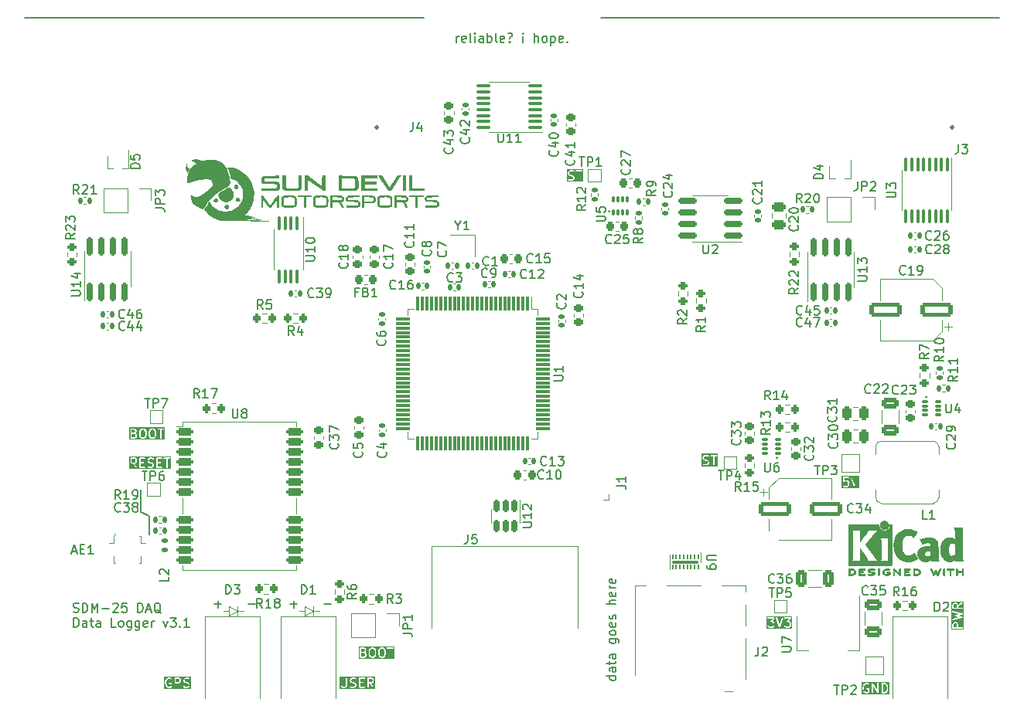
<source format=gto>
G04 #@! TF.GenerationSoftware,KiCad,Pcbnew,8.0.2*
G04 #@! TF.CreationDate,2025-01-25T00:37:37-07:00*
G04 #@! TF.ProjectId,sdm24logger,73646d32-346c-46f6-9767-65722e6b6963,v3.1*
G04 #@! TF.SameCoordinates,Original*
G04 #@! TF.FileFunction,Legend,Top*
G04 #@! TF.FilePolarity,Positive*
%FSLAX46Y46*%
G04 Gerber Fmt 4.6, Leading zero omitted, Abs format (unit mm)*
G04 Created by KiCad (PCBNEW 8.0.2) date 2025-01-25 00:37:37*
%MOMM*%
%LPD*%
G01*
G04 APERTURE LIST*
G04 Aperture macros list*
%AMRoundRect*
0 Rectangle with rounded corners*
0 $1 Rounding radius*
0 $2 $3 $4 $5 $6 $7 $8 $9 X,Y pos of 4 corners*
0 Add a 4 corners polygon primitive as box body*
4,1,4,$2,$3,$4,$5,$6,$7,$8,$9,$2,$3,0*
0 Add four circle primitives for the rounded corners*
1,1,$1+$1,$2,$3*
1,1,$1+$1,$4,$5*
1,1,$1+$1,$6,$7*
1,1,$1+$1,$8,$9*
0 Add four rect primitives between the rounded corners*
20,1,$1+$1,$2,$3,$4,$5,0*
20,1,$1+$1,$4,$5,$6,$7,0*
20,1,$1+$1,$6,$7,$8,$9,0*
20,1,$1+$1,$8,$9,$2,$3,0*%
G04 Aperture macros list end*
%ADD10C,0.150000*%
%ADD11C,0.120000*%
%ADD12C,0.152400*%
%ADD13C,0.254000*%
%ADD14C,0.000000*%
%ADD15C,0.010000*%
%ADD16RoundRect,0.140000X0.140000X0.170000X-0.140000X0.170000X-0.140000X-0.170000X0.140000X-0.170000X0*%
%ADD17RoundRect,0.135000X-0.135000X-0.185000X0.135000X-0.185000X0.135000X0.185000X-0.135000X0.185000X0*%
%ADD18RoundRect,0.200000X0.200000X0.275000X-0.200000X0.275000X-0.200000X-0.275000X0.200000X-0.275000X0*%
%ADD19RoundRect,0.140000X-0.140000X-0.170000X0.140000X-0.170000X0.140000X0.170000X-0.140000X0.170000X0*%
%ADD20RoundRect,0.225000X-0.250000X0.225000X-0.250000X-0.225000X0.250000X-0.225000X0.250000X0.225000X0*%
%ADD21RoundRect,0.250000X-1.500000X-0.550000X1.500000X-0.550000X1.500000X0.550000X-1.500000X0.550000X0*%
%ADD22RoundRect,0.200000X-0.200000X-0.275000X0.200000X-0.275000X0.200000X0.275000X-0.200000X0.275000X0*%
%ADD23RoundRect,0.225000X-0.225000X-0.250000X0.225000X-0.250000X0.225000X0.250000X-0.225000X0.250000X0*%
%ADD24RoundRect,0.225000X0.225000X0.250000X-0.225000X0.250000X-0.225000X-0.250000X0.225000X-0.250000X0*%
%ADD25R,1.000000X1.000000*%
%ADD26RoundRect,0.200000X0.275000X-0.200000X0.275000X0.200000X-0.275000X0.200000X-0.275000X-0.200000X0*%
%ADD27R,1.700000X1.700000*%
%ADD28O,1.700000X1.700000*%
%ADD29C,2.844800*%
%ADD30C,2.600000*%
%ADD31RoundRect,0.150000X-0.150000X0.512500X-0.150000X-0.512500X0.150000X-0.512500X0.150000X0.512500X0*%
%ADD32RoundRect,0.250000X1.500000X0.550000X-1.500000X0.550000X-1.500000X-0.550000X1.500000X-0.550000X0*%
%ADD33RoundRect,0.140000X0.170000X-0.140000X0.170000X0.140000X-0.170000X0.140000X-0.170000X-0.140000X0*%
%ADD34RoundRect,0.050000X-0.050000X0.175000X-0.050000X-0.175000X0.050000X-0.175000X0.050000X0.175000X0*%
%ADD35RoundRect,0.075000X-1.325000X0.075000X-1.325000X-0.075000X1.325000X-0.075000X1.325000X0.075000X0*%
%ADD36RoundRect,0.135000X0.185000X-0.135000X0.185000X0.135000X-0.185000X0.135000X-0.185000X-0.135000X0*%
%ADD37R,2.200000X1.050000*%
%ADD38R,2.950000X3.500000*%
%ADD39RoundRect,0.218750X0.218750X0.256250X-0.218750X0.256250X-0.218750X-0.256250X0.218750X-0.256250X0*%
%ADD40RoundRect,0.225000X0.250000X-0.225000X0.250000X0.225000X-0.250000X0.225000X-0.250000X-0.225000X0*%
%ADD41RoundRect,0.075000X0.075000X-0.260000X0.075000X0.260000X-0.075000X0.260000X-0.075000X-0.260000X0*%
%ADD42RoundRect,0.250000X-0.325000X-0.650000X0.325000X-0.650000X0.325000X0.650000X-0.325000X0.650000X0*%
%ADD43R,0.850000X1.100000*%
%ADD44R,0.750000X1.100000*%
%ADD45R,1.200000X1.000000*%
%ADD46R,1.550000X1.350000*%
%ADD47R,1.900000X1.350000*%
%ADD48R,1.170000X1.800000*%
%ADD49RoundRect,0.075000X-0.075000X0.725000X-0.075000X-0.725000X0.075000X-0.725000X0.075000X0.725000X0*%
%ADD50RoundRect,0.075000X-0.725000X0.075000X-0.725000X-0.075000X0.725000X-0.075000X0.725000X0.075000X0*%
%ADD51RoundRect,0.250000X-0.250000X-0.475000X0.250000X-0.475000X0.250000X0.475000X-0.250000X0.475000X0*%
%ADD52R,0.450000X0.700000*%
%ADD53R,1.500000X1.500000*%
%ADD54RoundRect,0.150000X0.150000X-0.825000X0.150000X0.825000X-0.150000X0.825000X-0.150000X-0.825000X0*%
%ADD55RoundRect,0.135000X-0.185000X0.135000X-0.185000X-0.135000X0.185000X-0.135000X0.185000X0.135000X0*%
%ADD56C,3.200000*%
%ADD57C,0.990600*%
%ADD58C,0.787400*%
%ADD59RoundRect,0.250000X-0.650000X0.325000X-0.650000X-0.325000X0.650000X-0.325000X0.650000X0.325000X0*%
%ADD60RoundRect,0.200000X-0.275000X0.200000X-0.275000X-0.200000X0.275000X-0.200000X0.275000X0.200000X0*%
%ADD61O,1.524000X1.924000*%
%ADD62RoundRect,0.150000X0.825000X0.150000X-0.825000X0.150000X-0.825000X-0.150000X0.825000X-0.150000X0*%
%ADD63RoundRect,0.140000X-0.170000X0.140000X-0.170000X-0.140000X0.170000X-0.140000X0.170000X0.140000X0*%
%ADD64RoundRect,0.147500X0.172500X-0.147500X0.172500X0.147500X-0.172500X0.147500X-0.172500X-0.147500X0*%
%ADD65RoundRect,0.075000X0.260000X0.075000X-0.260000X0.075000X-0.260000X-0.075000X0.260000X-0.075000X0*%
%ADD66C,1.840000*%
%ADD67C,1.600000*%
%ADD68RoundRect,0.200000X-0.700000X-0.200000X0.700000X-0.200000X0.700000X0.200000X-0.700000X0.200000X0*%
%ADD69R,0.900000X0.800000*%
%ADD70RoundRect,0.100000X-0.100000X0.637500X-0.100000X-0.637500X0.100000X-0.637500X0.100000X0.637500X0*%
%ADD71RoundRect,0.075000X-0.260000X-0.075000X0.260000X-0.075000X0.260000X0.075000X-0.260000X0.075000X0*%
%ADD72RoundRect,0.250000X0.475000X-0.250000X0.475000X0.250000X-0.475000X0.250000X-0.475000X-0.250000X0*%
%ADD73RoundRect,0.135000X0.135000X0.185000X-0.135000X0.185000X-0.135000X-0.185000X0.135000X-0.185000X0*%
%ADD74RoundRect,0.100000X-0.100000X0.675000X-0.100000X-0.675000X0.100000X-0.675000X0.100000X0.675000X0*%
%ADD75RoundRect,0.100000X0.637500X0.100000X-0.637500X0.100000X-0.637500X-0.100000X0.637500X-0.100000X0*%
%ADD76R,1.500000X2.000000*%
%ADD77R,3.800000X2.000000*%
G04 APERTURE END LIST*
D10*
X126236779Y-84669819D02*
X126236779Y-84003152D01*
X126236779Y-84193628D02*
X126284398Y-84098390D01*
X126284398Y-84098390D02*
X126332017Y-84050771D01*
X126332017Y-84050771D02*
X126427255Y-84003152D01*
X126427255Y-84003152D02*
X126522493Y-84003152D01*
X127236779Y-84622200D02*
X127141541Y-84669819D01*
X127141541Y-84669819D02*
X126951065Y-84669819D01*
X126951065Y-84669819D02*
X126855827Y-84622200D01*
X126855827Y-84622200D02*
X126808208Y-84526961D01*
X126808208Y-84526961D02*
X126808208Y-84146009D01*
X126808208Y-84146009D02*
X126855827Y-84050771D01*
X126855827Y-84050771D02*
X126951065Y-84003152D01*
X126951065Y-84003152D02*
X127141541Y-84003152D01*
X127141541Y-84003152D02*
X127236779Y-84050771D01*
X127236779Y-84050771D02*
X127284398Y-84146009D01*
X127284398Y-84146009D02*
X127284398Y-84241247D01*
X127284398Y-84241247D02*
X126808208Y-84336485D01*
X127855827Y-84669819D02*
X127760589Y-84622200D01*
X127760589Y-84622200D02*
X127712970Y-84526961D01*
X127712970Y-84526961D02*
X127712970Y-83669819D01*
X128236780Y-84669819D02*
X128236780Y-84003152D01*
X128236780Y-83669819D02*
X128189161Y-83717438D01*
X128189161Y-83717438D02*
X128236780Y-83765057D01*
X128236780Y-83765057D02*
X128284399Y-83717438D01*
X128284399Y-83717438D02*
X128236780Y-83669819D01*
X128236780Y-83669819D02*
X128236780Y-83765057D01*
X129141541Y-84669819D02*
X129141541Y-84146009D01*
X129141541Y-84146009D02*
X129093922Y-84050771D01*
X129093922Y-84050771D02*
X128998684Y-84003152D01*
X128998684Y-84003152D02*
X128808208Y-84003152D01*
X128808208Y-84003152D02*
X128712970Y-84050771D01*
X129141541Y-84622200D02*
X129046303Y-84669819D01*
X129046303Y-84669819D02*
X128808208Y-84669819D01*
X128808208Y-84669819D02*
X128712970Y-84622200D01*
X128712970Y-84622200D02*
X128665351Y-84526961D01*
X128665351Y-84526961D02*
X128665351Y-84431723D01*
X128665351Y-84431723D02*
X128712970Y-84336485D01*
X128712970Y-84336485D02*
X128808208Y-84288866D01*
X128808208Y-84288866D02*
X129046303Y-84288866D01*
X129046303Y-84288866D02*
X129141541Y-84241247D01*
X129617732Y-84669819D02*
X129617732Y-83669819D01*
X129617732Y-84050771D02*
X129712970Y-84003152D01*
X129712970Y-84003152D02*
X129903446Y-84003152D01*
X129903446Y-84003152D02*
X129998684Y-84050771D01*
X129998684Y-84050771D02*
X130046303Y-84098390D01*
X130046303Y-84098390D02*
X130093922Y-84193628D01*
X130093922Y-84193628D02*
X130093922Y-84479342D01*
X130093922Y-84479342D02*
X130046303Y-84574580D01*
X130046303Y-84574580D02*
X129998684Y-84622200D01*
X129998684Y-84622200D02*
X129903446Y-84669819D01*
X129903446Y-84669819D02*
X129712970Y-84669819D01*
X129712970Y-84669819D02*
X129617732Y-84622200D01*
X130665351Y-84669819D02*
X130570113Y-84622200D01*
X130570113Y-84622200D02*
X130522494Y-84526961D01*
X130522494Y-84526961D02*
X130522494Y-83669819D01*
X131427256Y-84622200D02*
X131332018Y-84669819D01*
X131332018Y-84669819D02*
X131141542Y-84669819D01*
X131141542Y-84669819D02*
X131046304Y-84622200D01*
X131046304Y-84622200D02*
X130998685Y-84526961D01*
X130998685Y-84526961D02*
X130998685Y-84146009D01*
X130998685Y-84146009D02*
X131046304Y-84050771D01*
X131046304Y-84050771D02*
X131141542Y-84003152D01*
X131141542Y-84003152D02*
X131332018Y-84003152D01*
X131332018Y-84003152D02*
X131427256Y-84050771D01*
X131427256Y-84050771D02*
X131474875Y-84146009D01*
X131474875Y-84146009D02*
X131474875Y-84241247D01*
X131474875Y-84241247D02*
X130998685Y-84336485D01*
X132046304Y-84574580D02*
X132093923Y-84622200D01*
X132093923Y-84622200D02*
X132046304Y-84669819D01*
X132046304Y-84669819D02*
X131998685Y-84622200D01*
X131998685Y-84622200D02*
X132046304Y-84574580D01*
X132046304Y-84574580D02*
X132046304Y-84669819D01*
X131855828Y-83717438D02*
X131951066Y-83669819D01*
X131951066Y-83669819D02*
X132189161Y-83669819D01*
X132189161Y-83669819D02*
X132284399Y-83717438D01*
X132284399Y-83717438D02*
X132332018Y-83812676D01*
X132332018Y-83812676D02*
X132332018Y-83907914D01*
X132332018Y-83907914D02*
X132284399Y-84003152D01*
X132284399Y-84003152D02*
X132236780Y-84050771D01*
X132236780Y-84050771D02*
X132141542Y-84098390D01*
X132141542Y-84098390D02*
X132093923Y-84146009D01*
X132093923Y-84146009D02*
X132046304Y-84241247D01*
X132046304Y-84241247D02*
X132046304Y-84288866D01*
X133522495Y-84669819D02*
X133522495Y-84003152D01*
X133522495Y-83669819D02*
X133474876Y-83717438D01*
X133474876Y-83717438D02*
X133522495Y-83765057D01*
X133522495Y-83765057D02*
X133570114Y-83717438D01*
X133570114Y-83717438D02*
X133522495Y-83669819D01*
X133522495Y-83669819D02*
X133522495Y-83765057D01*
X134760590Y-84669819D02*
X134760590Y-83669819D01*
X135189161Y-84669819D02*
X135189161Y-84146009D01*
X135189161Y-84146009D02*
X135141542Y-84050771D01*
X135141542Y-84050771D02*
X135046304Y-84003152D01*
X135046304Y-84003152D02*
X134903447Y-84003152D01*
X134903447Y-84003152D02*
X134808209Y-84050771D01*
X134808209Y-84050771D02*
X134760590Y-84098390D01*
X135808209Y-84669819D02*
X135712971Y-84622200D01*
X135712971Y-84622200D02*
X135665352Y-84574580D01*
X135665352Y-84574580D02*
X135617733Y-84479342D01*
X135617733Y-84479342D02*
X135617733Y-84193628D01*
X135617733Y-84193628D02*
X135665352Y-84098390D01*
X135665352Y-84098390D02*
X135712971Y-84050771D01*
X135712971Y-84050771D02*
X135808209Y-84003152D01*
X135808209Y-84003152D02*
X135951066Y-84003152D01*
X135951066Y-84003152D02*
X136046304Y-84050771D01*
X136046304Y-84050771D02*
X136093923Y-84098390D01*
X136093923Y-84098390D02*
X136141542Y-84193628D01*
X136141542Y-84193628D02*
X136141542Y-84479342D01*
X136141542Y-84479342D02*
X136093923Y-84574580D01*
X136093923Y-84574580D02*
X136046304Y-84622200D01*
X136046304Y-84622200D02*
X135951066Y-84669819D01*
X135951066Y-84669819D02*
X135808209Y-84669819D01*
X136570114Y-84003152D02*
X136570114Y-85003152D01*
X136570114Y-84050771D02*
X136665352Y-84003152D01*
X136665352Y-84003152D02*
X136855828Y-84003152D01*
X136855828Y-84003152D02*
X136951066Y-84050771D01*
X136951066Y-84050771D02*
X136998685Y-84098390D01*
X136998685Y-84098390D02*
X137046304Y-84193628D01*
X137046304Y-84193628D02*
X137046304Y-84479342D01*
X137046304Y-84479342D02*
X136998685Y-84574580D01*
X136998685Y-84574580D02*
X136951066Y-84622200D01*
X136951066Y-84622200D02*
X136855828Y-84669819D01*
X136855828Y-84669819D02*
X136665352Y-84669819D01*
X136665352Y-84669819D02*
X136570114Y-84622200D01*
X137855828Y-84622200D02*
X137760590Y-84669819D01*
X137760590Y-84669819D02*
X137570114Y-84669819D01*
X137570114Y-84669819D02*
X137474876Y-84622200D01*
X137474876Y-84622200D02*
X137427257Y-84526961D01*
X137427257Y-84526961D02*
X137427257Y-84146009D01*
X137427257Y-84146009D02*
X137474876Y-84050771D01*
X137474876Y-84050771D02*
X137570114Y-84003152D01*
X137570114Y-84003152D02*
X137760590Y-84003152D01*
X137760590Y-84003152D02*
X137855828Y-84050771D01*
X137855828Y-84050771D02*
X137903447Y-84146009D01*
X137903447Y-84146009D02*
X137903447Y-84241247D01*
X137903447Y-84241247D02*
X137427257Y-84336485D01*
X138332019Y-84574580D02*
X138379638Y-84622200D01*
X138379638Y-84622200D02*
X138332019Y-84669819D01*
X138332019Y-84669819D02*
X138284400Y-84622200D01*
X138284400Y-84622200D02*
X138332019Y-84574580D01*
X138332019Y-84574580D02*
X138332019Y-84669819D01*
X91670000Y-136200000D02*
X92570000Y-136600000D01*
X91670000Y-133700000D02*
X91670000Y-136200000D01*
X92570000Y-136600000D02*
X92570000Y-138600000D01*
G36*
X140102401Y-99955930D02*
G01*
X138303049Y-99955930D01*
X138303049Y-98960295D01*
X138414160Y-98960295D01*
X138415265Y-99044601D01*
X138414749Y-99046152D01*
X138415407Y-99055421D01*
X138415601Y-99070165D01*
X138416632Y-99072654D01*
X138416823Y-99075342D01*
X138422078Y-99089074D01*
X138470770Y-99183630D01*
X138474419Y-99192439D01*
X138476801Y-99195341D01*
X138477529Y-99196755D01*
X138479027Y-99198054D01*
X138483746Y-99203804D01*
X138532781Y-99251145D01*
X138538414Y-99257640D01*
X138541559Y-99259619D01*
X138542730Y-99260750D01*
X138544557Y-99261507D01*
X138550857Y-99265472D01*
X138642089Y-99309740D01*
X138647600Y-99313823D01*
X138658615Y-99317758D01*
X138659826Y-99318346D01*
X138660366Y-99318384D01*
X138661446Y-99318770D01*
X138838929Y-99361854D01*
X138918946Y-99400680D01*
X138950273Y-99430924D01*
X138985795Y-99499905D01*
X138986584Y-99560066D01*
X138953536Y-99628175D01*
X138923290Y-99659504D01*
X138854540Y-99694907D01*
X138647759Y-99696086D01*
X138498540Y-99647789D01*
X138469350Y-99649864D01*
X138443177Y-99662950D01*
X138424003Y-99685057D01*
X138414749Y-99712820D01*
X138416824Y-99742010D01*
X138429910Y-99768183D01*
X138452017Y-99787357D01*
X138465443Y-99793351D01*
X138608024Y-99839500D01*
X138617385Y-99843378D01*
X138621148Y-99843748D01*
X138622636Y-99844230D01*
X138624610Y-99844089D01*
X138632017Y-99844819D01*
X138858621Y-99843526D01*
X138860731Y-99844230D01*
X138871673Y-99843452D01*
X138884744Y-99843378D01*
X138887233Y-99842346D01*
X138889921Y-99842156D01*
X138903653Y-99836901D01*
X138998207Y-99788209D01*
X139007018Y-99784560D01*
X139009920Y-99782177D01*
X139011334Y-99781450D01*
X139012634Y-99779950D01*
X139018384Y-99775232D01*
X139065725Y-99726195D01*
X139072219Y-99720564D01*
X139074198Y-99717418D01*
X139075330Y-99716247D01*
X139076087Y-99714417D01*
X139080051Y-99708121D01*
X139121726Y-99622231D01*
X139122948Y-99621010D01*
X139126617Y-99612150D01*
X139132925Y-99599152D01*
X139133116Y-99596462D01*
X139134147Y-99593974D01*
X139135588Y-99579342D01*
X139134482Y-99495034D01*
X139134999Y-99493484D01*
X139134340Y-99484213D01*
X139134147Y-99469472D01*
X139133116Y-99466983D01*
X139132925Y-99464294D01*
X139127670Y-99450563D01*
X139078978Y-99356008D01*
X139075329Y-99347198D01*
X139072946Y-99344295D01*
X139072219Y-99342882D01*
X139070720Y-99341582D01*
X139066002Y-99335833D01*
X139016966Y-99288491D01*
X139011334Y-99281997D01*
X139008188Y-99280017D01*
X139007018Y-99278887D01*
X139005190Y-99278129D01*
X138998891Y-99274165D01*
X138907659Y-99229898D01*
X138902148Y-99225814D01*
X138891128Y-99221876D01*
X138889921Y-99221291D01*
X138889381Y-99221252D01*
X138888302Y-99220867D01*
X138710818Y-99177782D01*
X138630802Y-99138957D01*
X138599474Y-99108712D01*
X138563952Y-99039731D01*
X138563163Y-98979570D01*
X138596212Y-98911460D01*
X138626456Y-98880133D01*
X138695207Y-98844730D01*
X138901988Y-98843551D01*
X139051207Y-98891849D01*
X139080397Y-98889774D01*
X139106571Y-98876688D01*
X139125745Y-98854580D01*
X139134999Y-98826818D01*
X139132924Y-98797628D01*
X139119837Y-98771455D01*
X139101081Y-98755187D01*
X139272744Y-98755187D01*
X139272744Y-98784451D01*
X139283943Y-98811487D01*
X139304635Y-98832179D01*
X139331671Y-98843378D01*
X139346303Y-98844819D01*
X139557122Y-98844300D01*
X139558458Y-99784451D01*
X139569657Y-99811487D01*
X139590349Y-99832179D01*
X139617385Y-99843378D01*
X139646649Y-99843378D01*
X139673685Y-99832179D01*
X139694377Y-99811487D01*
X139705576Y-99784451D01*
X139707017Y-99769819D01*
X139705702Y-98843935D01*
X139932363Y-98843378D01*
X139959399Y-98832179D01*
X139980091Y-98811487D01*
X139991290Y-98784451D01*
X139991290Y-98755187D01*
X139980091Y-98728151D01*
X139959399Y-98707459D01*
X139932363Y-98696260D01*
X139917731Y-98694819D01*
X139331671Y-98696260D01*
X139304635Y-98707459D01*
X139283943Y-98728151D01*
X139272744Y-98755187D01*
X139101081Y-98755187D01*
X139097730Y-98752281D01*
X139084305Y-98746287D01*
X138941726Y-98700138D01*
X138932363Y-98696260D01*
X138928597Y-98695889D01*
X138927111Y-98695408D01*
X138925136Y-98695548D01*
X138917731Y-98694819D01*
X138691125Y-98696111D01*
X138689016Y-98695408D01*
X138678073Y-98696185D01*
X138665004Y-98696260D01*
X138662515Y-98697290D01*
X138659826Y-98697482D01*
X138646095Y-98702737D01*
X138551540Y-98751428D01*
X138542730Y-98755078D01*
X138539827Y-98757460D01*
X138538414Y-98758188D01*
X138537114Y-98759686D01*
X138531365Y-98764405D01*
X138484023Y-98813440D01*
X138477529Y-98819073D01*
X138475549Y-98822218D01*
X138474419Y-98823389D01*
X138473661Y-98825216D01*
X138469697Y-98831516D01*
X138428022Y-98917404D01*
X138426800Y-98918627D01*
X138423127Y-98927492D01*
X138416823Y-98940486D01*
X138416632Y-98943173D01*
X138415601Y-98945663D01*
X138414160Y-98960295D01*
X138303049Y-98960295D01*
X138303049Y-98583708D01*
X140102401Y-98583708D01*
X140102401Y-99955930D01*
G37*
G36*
X180951986Y-148398844D02*
G01*
X180983313Y-148429088D01*
X181018684Y-148497776D01*
X181019745Y-148789001D01*
X180644550Y-148789534D01*
X180643503Y-148502200D01*
X180676871Y-148433433D01*
X180707115Y-148402106D01*
X180775972Y-148366648D01*
X180883604Y-148365663D01*
X180951986Y-148398844D01*
G37*
G36*
X180951986Y-146255987D02*
G01*
X180983313Y-146286231D01*
X181018684Y-146354919D01*
X181019144Y-146481070D01*
X181018646Y-146483893D01*
X181019162Y-146486226D01*
X181019745Y-146646144D01*
X180644550Y-146646677D01*
X180643503Y-146359343D01*
X180676871Y-146290576D01*
X180707115Y-146259249D01*
X180775972Y-146223791D01*
X180883604Y-146222806D01*
X180951986Y-146255987D01*
G37*
G36*
X181755913Y-149049331D02*
G01*
X180383708Y-149049331D01*
X180383708Y-148482268D01*
X180494819Y-148482268D01*
X180496260Y-148877852D01*
X180507459Y-148904888D01*
X180528151Y-148925580D01*
X180555187Y-148936779D01*
X180569819Y-148938220D01*
X181584451Y-148936779D01*
X181611487Y-148925580D01*
X181632179Y-148904888D01*
X181643378Y-148877852D01*
X181643378Y-148848588D01*
X181632179Y-148821552D01*
X181611487Y-148800860D01*
X181584451Y-148789661D01*
X181569819Y-148788220D01*
X181168356Y-148788790D01*
X181167282Y-148493916D01*
X181168039Y-148491648D01*
X181167233Y-148480306D01*
X181167187Y-148467636D01*
X181166156Y-148465147D01*
X181165965Y-148462458D01*
X181160710Y-148448727D01*
X181112018Y-148354172D01*
X181108369Y-148345362D01*
X181105986Y-148342459D01*
X181105259Y-148341046D01*
X181103760Y-148339746D01*
X181099042Y-148333997D01*
X181050006Y-148286655D01*
X181044374Y-148280161D01*
X181041228Y-148278181D01*
X181040058Y-148277051D01*
X181038230Y-148276293D01*
X181031931Y-148272329D01*
X180946042Y-148230654D01*
X180944820Y-148229432D01*
X180935954Y-148225759D01*
X180922961Y-148219455D01*
X180920273Y-148219264D01*
X180917784Y-148218233D01*
X180903152Y-148216792D01*
X180771521Y-148217996D01*
X180769675Y-148217381D01*
X180759460Y-148218106D01*
X180745663Y-148218233D01*
X180743174Y-148219263D01*
X180740485Y-148219455D01*
X180726754Y-148224710D01*
X180632199Y-148273401D01*
X180623389Y-148277051D01*
X180620486Y-148279433D01*
X180619073Y-148280161D01*
X180617773Y-148281659D01*
X180612024Y-148286378D01*
X180564682Y-148335413D01*
X180558188Y-148341046D01*
X180556208Y-148344191D01*
X180555078Y-148345362D01*
X180554320Y-148347189D01*
X180550356Y-148353489D01*
X180508681Y-148439377D01*
X180507459Y-148440600D01*
X180503786Y-148449465D01*
X180497482Y-148462459D01*
X180497291Y-148465146D01*
X180496260Y-148467636D01*
X180494819Y-148482268D01*
X180383708Y-148482268D01*
X180383708Y-147098512D01*
X180494871Y-147098512D01*
X180499504Y-147127407D01*
X180514840Y-147152329D01*
X180538547Y-147169486D01*
X180552447Y-147174276D01*
X181266520Y-147343251D01*
X180840871Y-147457629D01*
X180831340Y-147458896D01*
X180827165Y-147461312D01*
X180822442Y-147462582D01*
X180814582Y-147468597D01*
X180806015Y-147473558D01*
X180803061Y-147477415D01*
X180799204Y-147480369D01*
X180794243Y-147488936D01*
X180788228Y-147496796D01*
X180786976Y-147501488D01*
X180784542Y-147505694D01*
X180783237Y-147515509D01*
X180780688Y-147525072D01*
X180781327Y-147529887D01*
X180780688Y-147534702D01*
X180783237Y-147544264D01*
X180784542Y-147554080D01*
X180786976Y-147558285D01*
X180788228Y-147562978D01*
X180794243Y-147570837D01*
X180799204Y-147579405D01*
X180803061Y-147582358D01*
X180806015Y-147586216D01*
X180814582Y-147591176D01*
X180822442Y-147597192D01*
X180829629Y-147599887D01*
X180831340Y-147600878D01*
X180832780Y-147601069D01*
X180836208Y-147602355D01*
X181265875Y-147716052D01*
X180538547Y-147890288D01*
X180514840Y-147907445D01*
X180499504Y-147932367D01*
X180494871Y-147961262D01*
X180501649Y-147989730D01*
X180518806Y-148013437D01*
X180543728Y-148028773D01*
X180572623Y-148033406D01*
X180587191Y-148031418D01*
X181583465Y-147792755D01*
X181594013Y-147791354D01*
X181597328Y-147789434D01*
X181601091Y-147788533D01*
X181609914Y-147782147D01*
X181619337Y-147776692D01*
X181621677Y-147773634D01*
X181624798Y-147771376D01*
X181630503Y-147762104D01*
X181637125Y-147753454D01*
X181638118Y-147749730D01*
X181640134Y-147746454D01*
X181641856Y-147735710D01*
X181644665Y-147725179D01*
X181644157Y-147721360D01*
X181644767Y-147717559D01*
X181642244Y-147706963D01*
X181640810Y-147696170D01*
X181638881Y-147692838D01*
X181637989Y-147689091D01*
X181631602Y-147680266D01*
X181626148Y-147670845D01*
X181623090Y-147668504D01*
X181620832Y-147665384D01*
X181611559Y-147659678D01*
X181602911Y-147653058D01*
X181597509Y-147651032D01*
X181595910Y-147650048D01*
X181594119Y-147649760D01*
X181589144Y-147647895D01*
X181143870Y-147530067D01*
X181585495Y-147411395D01*
X181595910Y-147409726D01*
X181599166Y-147407722D01*
X181602911Y-147406716D01*
X181611559Y-147400095D01*
X181620832Y-147394390D01*
X181623090Y-147391269D01*
X181626148Y-147388929D01*
X181631602Y-147379507D01*
X181637989Y-147370683D01*
X181638881Y-147366935D01*
X181640810Y-147363604D01*
X181642244Y-147352810D01*
X181644767Y-147342215D01*
X181644157Y-147338413D01*
X181644665Y-147334595D01*
X181641856Y-147324063D01*
X181640134Y-147313320D01*
X181638118Y-147310043D01*
X181637125Y-147306320D01*
X181630503Y-147297669D01*
X181624798Y-147288398D01*
X181621677Y-147286139D01*
X181619337Y-147283082D01*
X181609914Y-147277626D01*
X181601091Y-147271241D01*
X181595642Y-147269363D01*
X181594013Y-147268420D01*
X181592209Y-147268180D01*
X181587191Y-147266451D01*
X180572623Y-147026368D01*
X180543728Y-147031001D01*
X180518806Y-147046337D01*
X180501649Y-147070044D01*
X180494871Y-147098512D01*
X180383708Y-147098512D01*
X180383708Y-146339411D01*
X180494819Y-146339411D01*
X180496260Y-146734995D01*
X180507459Y-146762031D01*
X180528151Y-146782723D01*
X180555187Y-146793922D01*
X180569819Y-146795363D01*
X181584451Y-146793922D01*
X181611487Y-146782723D01*
X181632179Y-146762031D01*
X181643378Y-146734995D01*
X181643378Y-146705731D01*
X181632179Y-146678695D01*
X181611487Y-146658003D01*
X181584451Y-146646804D01*
X181569819Y-146645363D01*
X181168356Y-146645933D01*
X181167904Y-146521710D01*
X181623989Y-146200806D01*
X181639716Y-146176127D01*
X181644802Y-146147310D01*
X181638472Y-146118739D01*
X181621690Y-146094765D01*
X181597012Y-146079038D01*
X181568194Y-146073953D01*
X181539623Y-146080282D01*
X181526810Y-146087492D01*
X181167439Y-146340348D01*
X181167233Y-146337449D01*
X181167187Y-146324779D01*
X181166156Y-146322290D01*
X181165965Y-146319601D01*
X181160710Y-146305870D01*
X181112018Y-146211315D01*
X181108369Y-146202505D01*
X181105986Y-146199602D01*
X181105259Y-146198189D01*
X181103760Y-146196889D01*
X181099042Y-146191140D01*
X181050006Y-146143798D01*
X181044374Y-146137304D01*
X181041228Y-146135324D01*
X181040058Y-146134194D01*
X181038230Y-146133436D01*
X181031931Y-146129472D01*
X180946042Y-146087797D01*
X180944820Y-146086575D01*
X180935954Y-146082902D01*
X180922961Y-146076598D01*
X180920273Y-146076407D01*
X180917784Y-146075376D01*
X180903152Y-146073935D01*
X180771521Y-146075139D01*
X180769675Y-146074524D01*
X180759460Y-146075249D01*
X180745663Y-146075376D01*
X180743174Y-146076406D01*
X180740485Y-146076598D01*
X180726754Y-146081853D01*
X180632199Y-146130544D01*
X180623389Y-146134194D01*
X180620486Y-146136576D01*
X180619073Y-146137304D01*
X180617773Y-146138802D01*
X180612024Y-146143521D01*
X180564682Y-146192556D01*
X180558188Y-146198189D01*
X180556208Y-146201334D01*
X180555078Y-146202505D01*
X180554320Y-146204332D01*
X180550356Y-146210632D01*
X180508681Y-146296520D01*
X180507459Y-146297743D01*
X180503786Y-146306608D01*
X180497482Y-146319602D01*
X180497291Y-146322289D01*
X180496260Y-146324779D01*
X180494819Y-146339411D01*
X180383708Y-146339411D01*
X180383708Y-145962824D01*
X181755913Y-145962824D01*
X181755913Y-149049331D01*
G37*
G36*
X170298491Y-133555930D02*
G01*
X168403399Y-133555930D01*
X168403399Y-132853249D01*
X168514510Y-132853249D01*
X168515601Y-132856864D01*
X168515601Y-132860640D01*
X168519795Y-132870765D01*
X168522963Y-132881265D01*
X168525354Y-132884188D01*
X168526800Y-132887677D01*
X168534553Y-132895430D01*
X168541494Y-132903913D01*
X168544820Y-132905697D01*
X168547492Y-132908369D01*
X168557619Y-132912564D01*
X168567281Y-132917747D01*
X168571040Y-132918122D01*
X168574529Y-132919568D01*
X168585490Y-132919568D01*
X168596400Y-132920659D01*
X168600016Y-132919568D01*
X168603791Y-132919568D01*
X168613916Y-132915373D01*
X168624416Y-132912206D01*
X168627339Y-132909814D01*
X168630828Y-132908369D01*
X168642193Y-132899042D01*
X168678837Y-132861085D01*
X168747588Y-132825682D01*
X168950324Y-132824526D01*
X169018946Y-132857823D01*
X169050273Y-132888067D01*
X169085676Y-132956818D01*
X169086832Y-133159554D01*
X169053536Y-133228175D01*
X169023290Y-133259504D01*
X168954540Y-133294907D01*
X168751804Y-133296063D01*
X168683183Y-133262767D01*
X168630828Y-133212220D01*
X168603792Y-133201021D01*
X168574529Y-133201021D01*
X168547493Y-133212219D01*
X168526800Y-133232912D01*
X168515601Y-133259948D01*
X168515601Y-133289211D01*
X168526799Y-133316247D01*
X168536126Y-133327612D01*
X168585161Y-133374953D01*
X168590795Y-133381450D01*
X168593940Y-133383429D01*
X168595111Y-133384560D01*
X168596938Y-133385317D01*
X168603238Y-133389282D01*
X168689127Y-133430957D01*
X168690349Y-133432179D01*
X168699208Y-133435848D01*
X168712207Y-133442156D01*
X168714896Y-133442347D01*
X168717385Y-133443378D01*
X168732017Y-133444819D01*
X168958621Y-133443526D01*
X168960731Y-133444230D01*
X168971673Y-133443452D01*
X168984744Y-133443378D01*
X168987233Y-133442346D01*
X168989921Y-133442156D01*
X169003653Y-133436901D01*
X169098207Y-133388209D01*
X169107018Y-133384560D01*
X169109920Y-133382177D01*
X169111334Y-133381450D01*
X169112634Y-133379950D01*
X169118384Y-133375232D01*
X169165725Y-133326195D01*
X169172219Y-133320564D01*
X169174198Y-133317418D01*
X169175330Y-133316247D01*
X169176087Y-133314417D01*
X169180051Y-133308121D01*
X169221726Y-133222231D01*
X169222948Y-133221010D01*
X169226617Y-133212150D01*
X169232925Y-133199152D01*
X169233116Y-133196462D01*
X169234147Y-133193974D01*
X169235588Y-133179342D01*
X169234295Y-132952736D01*
X169234999Y-132950627D01*
X169234221Y-132939684D01*
X169234147Y-132926615D01*
X169233116Y-132924126D01*
X169232925Y-132921437D01*
X169227670Y-132907706D01*
X169178978Y-132813151D01*
X169175329Y-132804341D01*
X169172946Y-132801438D01*
X169172219Y-132800025D01*
X169170720Y-132798725D01*
X169166002Y-132792976D01*
X169116966Y-132745634D01*
X169111334Y-132739140D01*
X169108188Y-132737160D01*
X169107018Y-132736030D01*
X169105190Y-132735272D01*
X169098891Y-132731308D01*
X169013002Y-132689633D01*
X169011780Y-132688411D01*
X169002914Y-132684738D01*
X168989921Y-132678434D01*
X168987233Y-132678243D01*
X168984744Y-132677212D01*
X168970112Y-132675771D01*
X168743506Y-132677063D01*
X168741397Y-132676360D01*
X168730454Y-132677137D01*
X168717385Y-132677212D01*
X168714896Y-132678242D01*
X168712207Y-132678434D01*
X168698476Y-132683689D01*
X168679307Y-132693559D01*
X168703466Y-132444623D01*
X169127601Y-132443378D01*
X169154637Y-132432179D01*
X169175329Y-132411487D01*
X169186528Y-132384451D01*
X169186528Y-132379199D01*
X169371892Y-132379199D01*
X169375152Y-132393536D01*
X169706929Y-133384413D01*
X169707300Y-133389629D01*
X169711464Y-133397959D01*
X169714479Y-133406961D01*
X169717989Y-133411008D01*
X169720386Y-133415802D01*
X169727494Y-133421967D01*
X169733653Y-133429068D01*
X169738442Y-133431462D01*
X169742493Y-133434976D01*
X169751418Y-133437950D01*
X169759826Y-133442155D01*
X169765170Y-133442534D01*
X169770256Y-133444230D01*
X169779636Y-133443563D01*
X169789016Y-133444230D01*
X169794101Y-133442534D01*
X169799446Y-133442155D01*
X169807856Y-133437949D01*
X169816778Y-133434976D01*
X169820825Y-133431465D01*
X169825619Y-133429069D01*
X169831782Y-133421963D01*
X169838886Y-133415802D01*
X169841281Y-133411010D01*
X169844793Y-133406962D01*
X169850787Y-133393536D01*
X170187380Y-132379200D01*
X170185305Y-132350010D01*
X170172219Y-132323836D01*
X170150111Y-132304662D01*
X170122349Y-132295408D01*
X170093159Y-132297483D01*
X170066986Y-132310570D01*
X170047812Y-132332677D01*
X170041818Y-132346102D01*
X169780068Y-133134895D01*
X169511460Y-132332676D01*
X169492286Y-132310569D01*
X169466113Y-132297483D01*
X169436923Y-132295408D01*
X169409160Y-132304662D01*
X169387053Y-132323836D01*
X169373967Y-132350009D01*
X169371892Y-132379199D01*
X169186528Y-132379199D01*
X169186528Y-132355187D01*
X169175329Y-132328151D01*
X169154637Y-132307459D01*
X169127601Y-132296260D01*
X169112969Y-132294819D01*
X168639926Y-132296207D01*
X168629539Y-132295169D01*
X168625960Y-132296248D01*
X168622147Y-132296260D01*
X168612020Y-132300454D01*
X168601523Y-132303622D01*
X168598599Y-132306013D01*
X168595111Y-132307459D01*
X168587357Y-132315212D01*
X168578875Y-132322153D01*
X168577090Y-132325479D01*
X168574419Y-132328151D01*
X168570223Y-132338280D01*
X168565041Y-132347940D01*
X168563933Y-132353464D01*
X168563220Y-132355187D01*
X168563220Y-132357023D01*
X168562151Y-132362356D01*
X168516948Y-132828125D01*
X168515601Y-132831378D01*
X168515601Y-132842007D01*
X168514510Y-132853249D01*
X168403399Y-132853249D01*
X168403399Y-132183708D01*
X170298491Y-132183708D01*
X170298491Y-133555930D01*
G37*
G36*
X95866565Y-154476871D02*
G01*
X95897892Y-154507115D01*
X95933350Y-154575972D01*
X95934335Y-154683604D01*
X95901155Y-154751985D01*
X95870910Y-154783313D01*
X95802222Y-154818684D01*
X95510997Y-154819745D01*
X95510464Y-154444550D01*
X95797798Y-154443503D01*
X95866565Y-154476871D01*
G37*
G36*
X97146699Y-155555930D02*
G01*
X94203049Y-155555930D01*
X94203049Y-154798390D01*
X94314160Y-154798390D01*
X94315427Y-154936969D01*
X94314249Y-154944893D01*
X94315583Y-154953917D01*
X94315601Y-154955879D01*
X94316023Y-154956900D01*
X94316399Y-154959437D01*
X94363916Y-155144135D01*
X94364442Y-155151532D01*
X94368644Y-155162514D01*
X94368965Y-155163759D01*
X94369287Y-155164194D01*
X94369697Y-155165264D01*
X94418387Y-155259816D01*
X94422037Y-155268628D01*
X94424420Y-155271532D01*
X94425148Y-155272945D01*
X94426646Y-155274244D01*
X94431365Y-155279994D01*
X94519534Y-155366479D01*
X94520386Y-155368183D01*
X94528030Y-155374813D01*
X94537968Y-155384561D01*
X94540458Y-155385592D01*
X94542493Y-155387357D01*
X94555919Y-155393351D01*
X94698500Y-155439500D01*
X94707861Y-155443378D01*
X94711624Y-155443748D01*
X94713112Y-155444230D01*
X94715086Y-155444089D01*
X94722493Y-155444819D01*
X94817810Y-155443568D01*
X94827111Y-155444230D01*
X94830765Y-155443398D01*
X94832363Y-155443378D01*
X94834194Y-155442619D01*
X94841448Y-155440970D01*
X94973238Y-155395759D01*
X94975220Y-155395759D01*
X94984772Y-155391802D01*
X94997730Y-155387357D01*
X94999765Y-155385591D01*
X95002256Y-155384560D01*
X95013622Y-155375232D01*
X95070568Y-155316247D01*
X95077849Y-155298668D01*
X95081766Y-155289212D01*
X95083207Y-155274580D01*
X95081766Y-154926615D01*
X95070567Y-154899579D01*
X95049875Y-154878887D01*
X95022839Y-154867688D01*
X95008207Y-154866247D01*
X94803099Y-154867688D01*
X94776063Y-154878887D01*
X94755371Y-154899579D01*
X94744172Y-154926615D01*
X94744172Y-154955879D01*
X94755371Y-154982915D01*
X94776063Y-155003607D01*
X94803099Y-155014806D01*
X94817731Y-155016247D01*
X94933514Y-155015433D01*
X94934456Y-155243006D01*
X94921651Y-155256269D01*
X94808944Y-155294934D01*
X94737566Y-155295870D01*
X94621639Y-155258348D01*
X94547431Y-155185558D01*
X94508739Y-155110421D01*
X94464121Y-154936991D01*
X94462979Y-154812219D01*
X94505005Y-154639096D01*
X94543730Y-154559286D01*
X94618009Y-154483561D01*
X94731174Y-154444739D01*
X94845802Y-154443690D01*
X94940778Y-154489775D01*
X94969968Y-154491849D01*
X94997730Y-154482595D01*
X95019837Y-154463422D01*
X95032925Y-154437247D01*
X95034999Y-154408057D01*
X95025745Y-154380296D01*
X95016659Y-154369819D01*
X95361779Y-154369819D01*
X95363220Y-155384451D01*
X95374419Y-155411487D01*
X95395111Y-155432179D01*
X95422147Y-155443378D01*
X95451411Y-155443378D01*
X95478447Y-155432179D01*
X95499139Y-155411487D01*
X95510338Y-155384451D01*
X95511779Y-155369819D01*
X95511208Y-154968356D01*
X95806081Y-154967282D01*
X95808350Y-154968039D01*
X95819691Y-154967233D01*
X95832363Y-154967187D01*
X95834852Y-154966155D01*
X95837540Y-154965965D01*
X95851272Y-154960710D01*
X95945828Y-154912017D01*
X95954637Y-154908369D01*
X95957539Y-154905986D01*
X95958953Y-154905259D01*
X95960252Y-154903760D01*
X95966002Y-154899042D01*
X96013343Y-154850006D01*
X96019838Y-154844374D01*
X96021817Y-154841228D01*
X96022948Y-154840058D01*
X96023705Y-154838230D01*
X96027670Y-154831931D01*
X96069345Y-154746041D01*
X96070567Y-154744820D01*
X96074236Y-154735960D01*
X96080544Y-154722962D01*
X96080735Y-154720272D01*
X96081766Y-154717784D01*
X96083207Y-154703152D01*
X96082002Y-154571521D01*
X96082618Y-154569675D01*
X96081951Y-154560295D01*
X96314160Y-154560295D01*
X96315265Y-154644601D01*
X96314749Y-154646152D01*
X96315407Y-154655421D01*
X96315601Y-154670165D01*
X96316632Y-154672654D01*
X96316823Y-154675342D01*
X96322078Y-154689074D01*
X96370770Y-154783630D01*
X96374419Y-154792439D01*
X96376801Y-154795341D01*
X96377529Y-154796755D01*
X96379027Y-154798054D01*
X96383746Y-154803804D01*
X96432781Y-154851145D01*
X96438414Y-154857640D01*
X96441559Y-154859619D01*
X96442730Y-154860750D01*
X96444557Y-154861507D01*
X96450857Y-154865472D01*
X96542089Y-154909740D01*
X96547600Y-154913823D01*
X96558615Y-154917758D01*
X96559826Y-154918346D01*
X96560366Y-154918384D01*
X96561446Y-154918770D01*
X96738929Y-154961854D01*
X96818946Y-155000680D01*
X96850273Y-155030924D01*
X96885795Y-155099905D01*
X96886584Y-155160066D01*
X96853536Y-155228175D01*
X96823290Y-155259504D01*
X96754540Y-155294907D01*
X96547759Y-155296086D01*
X96398540Y-155247789D01*
X96369350Y-155249864D01*
X96343177Y-155262950D01*
X96324003Y-155285057D01*
X96314749Y-155312820D01*
X96316824Y-155342010D01*
X96329910Y-155368183D01*
X96352017Y-155387357D01*
X96365443Y-155393351D01*
X96508024Y-155439500D01*
X96517385Y-155443378D01*
X96521148Y-155443748D01*
X96522636Y-155444230D01*
X96524610Y-155444089D01*
X96532017Y-155444819D01*
X96758621Y-155443526D01*
X96760731Y-155444230D01*
X96771673Y-155443452D01*
X96784744Y-155443378D01*
X96787233Y-155442346D01*
X96789921Y-155442156D01*
X96803653Y-155436901D01*
X96898207Y-155388209D01*
X96907018Y-155384560D01*
X96909920Y-155382177D01*
X96911334Y-155381450D01*
X96912634Y-155379950D01*
X96918384Y-155375232D01*
X96965725Y-155326195D01*
X96972219Y-155320564D01*
X96974198Y-155317418D01*
X96975330Y-155316247D01*
X96976087Y-155314417D01*
X96980051Y-155308121D01*
X97021726Y-155222231D01*
X97022948Y-155221010D01*
X97026617Y-155212150D01*
X97032925Y-155199152D01*
X97033116Y-155196462D01*
X97034147Y-155193974D01*
X97035588Y-155179342D01*
X97034482Y-155095034D01*
X97034999Y-155093484D01*
X97034340Y-155084213D01*
X97034147Y-155069472D01*
X97033116Y-155066983D01*
X97032925Y-155064294D01*
X97027670Y-155050563D01*
X96978978Y-154956008D01*
X96975329Y-154947198D01*
X96972946Y-154944295D01*
X96972219Y-154942882D01*
X96970720Y-154941582D01*
X96966002Y-154935833D01*
X96916966Y-154888491D01*
X96911334Y-154881997D01*
X96908188Y-154880017D01*
X96907018Y-154878887D01*
X96905190Y-154878129D01*
X96898891Y-154874165D01*
X96807659Y-154829898D01*
X96802148Y-154825814D01*
X96791128Y-154821876D01*
X96789921Y-154821291D01*
X96789381Y-154821252D01*
X96788302Y-154820867D01*
X96610818Y-154777782D01*
X96530802Y-154738957D01*
X96499474Y-154708712D01*
X96463952Y-154639731D01*
X96463163Y-154579570D01*
X96496212Y-154511460D01*
X96526456Y-154480133D01*
X96595207Y-154444730D01*
X96801988Y-154443551D01*
X96951207Y-154491849D01*
X96980397Y-154489774D01*
X97006571Y-154476688D01*
X97025745Y-154454580D01*
X97034999Y-154426818D01*
X97032924Y-154397628D01*
X97019837Y-154371455D01*
X96997730Y-154352281D01*
X96984305Y-154346287D01*
X96841726Y-154300138D01*
X96832363Y-154296260D01*
X96828597Y-154295889D01*
X96827111Y-154295408D01*
X96825136Y-154295548D01*
X96817731Y-154294819D01*
X96591125Y-154296111D01*
X96589016Y-154295408D01*
X96578073Y-154296185D01*
X96565004Y-154296260D01*
X96562515Y-154297290D01*
X96559826Y-154297482D01*
X96546095Y-154302737D01*
X96451540Y-154351428D01*
X96442730Y-154355078D01*
X96439827Y-154357460D01*
X96438414Y-154358188D01*
X96437114Y-154359686D01*
X96431365Y-154364405D01*
X96384023Y-154413440D01*
X96377529Y-154419073D01*
X96375549Y-154422218D01*
X96374419Y-154423389D01*
X96373661Y-154425216D01*
X96369697Y-154431516D01*
X96328022Y-154517404D01*
X96326800Y-154518627D01*
X96323127Y-154527492D01*
X96316823Y-154540486D01*
X96316632Y-154543173D01*
X96315601Y-154545663D01*
X96314160Y-154560295D01*
X96081951Y-154560295D01*
X96081892Y-154559460D01*
X96081766Y-154545663D01*
X96080735Y-154543174D01*
X96080544Y-154540485D01*
X96075289Y-154526754D01*
X96026597Y-154432199D01*
X96022948Y-154423389D01*
X96020565Y-154420486D01*
X96019838Y-154419073D01*
X96018339Y-154417773D01*
X96013621Y-154412024D01*
X95964585Y-154364682D01*
X95958953Y-154358188D01*
X95955807Y-154356208D01*
X95954637Y-154355078D01*
X95952809Y-154354320D01*
X95946510Y-154350356D01*
X95860621Y-154308681D01*
X95859399Y-154307459D01*
X95850533Y-154303786D01*
X95837540Y-154297482D01*
X95834852Y-154297291D01*
X95832363Y-154296260D01*
X95817731Y-154294819D01*
X95422147Y-154296260D01*
X95395111Y-154307459D01*
X95374419Y-154328151D01*
X95363220Y-154355187D01*
X95361779Y-154369819D01*
X95016659Y-154369819D01*
X95006572Y-154358188D01*
X94994129Y-154350356D01*
X94908240Y-154308681D01*
X94907018Y-154307459D01*
X94898152Y-154303786D01*
X94885159Y-154297482D01*
X94882471Y-154297291D01*
X94879982Y-154296260D01*
X94865350Y-154294819D01*
X94723131Y-154296120D01*
X94713112Y-154295408D01*
X94709428Y-154296245D01*
X94707861Y-154296260D01*
X94706030Y-154297018D01*
X94698775Y-154298668D01*
X94566985Y-154343879D01*
X94565005Y-154343879D01*
X94555455Y-154347834D01*
X94542493Y-154352281D01*
X94540458Y-154354045D01*
X94537968Y-154355077D01*
X94526603Y-154364405D01*
X94432671Y-154460167D01*
X94425148Y-154466692D01*
X94423135Y-154469888D01*
X94422038Y-154471008D01*
X94421280Y-154472835D01*
X94417316Y-154479135D01*
X94373049Y-154570366D01*
X94368965Y-154575878D01*
X94365027Y-154586897D01*
X94364442Y-154588105D01*
X94364403Y-154588644D01*
X94364018Y-154589724D01*
X94318777Y-154776089D01*
X94315601Y-154783758D01*
X94314703Y-154792872D01*
X94314249Y-154794744D01*
X94314411Y-154795836D01*
X94314160Y-154798390D01*
X94203049Y-154798390D01*
X94203049Y-154183708D01*
X97146699Y-154183708D01*
X97146699Y-155555930D01*
G37*
G36*
X173173346Y-155081290D02*
G01*
X173247555Y-155154080D01*
X173286246Y-155229215D01*
X173330864Y-155402645D01*
X173332006Y-155527417D01*
X173289980Y-155700540D01*
X173251255Y-155780350D01*
X173176978Y-155856076D01*
X173063899Y-155894867D01*
X172909292Y-155895749D01*
X172908083Y-155044398D01*
X173056750Y-155043551D01*
X173173346Y-155081290D01*
G37*
G36*
X173591937Y-156155930D02*
G01*
X170553049Y-156155930D01*
X170553049Y-155398390D01*
X170664160Y-155398390D01*
X170665427Y-155536969D01*
X170664249Y-155544893D01*
X170665583Y-155553917D01*
X170665601Y-155555879D01*
X170666023Y-155556900D01*
X170666399Y-155559437D01*
X170713916Y-155744135D01*
X170714442Y-155751532D01*
X170718644Y-155762514D01*
X170718965Y-155763759D01*
X170719287Y-155764194D01*
X170719697Y-155765264D01*
X170768387Y-155859816D01*
X170772037Y-155868628D01*
X170774420Y-155871532D01*
X170775148Y-155872945D01*
X170776646Y-155874244D01*
X170781365Y-155879994D01*
X170869534Y-155966479D01*
X170870386Y-155968183D01*
X170878030Y-155974813D01*
X170887968Y-155984561D01*
X170890458Y-155985592D01*
X170892493Y-155987357D01*
X170905919Y-155993351D01*
X171048500Y-156039500D01*
X171057861Y-156043378D01*
X171061624Y-156043748D01*
X171063112Y-156044230D01*
X171065086Y-156044089D01*
X171072493Y-156044819D01*
X171167810Y-156043568D01*
X171177111Y-156044230D01*
X171180765Y-156043398D01*
X171182363Y-156043378D01*
X171184194Y-156042619D01*
X171191448Y-156040970D01*
X171323238Y-155995759D01*
X171325220Y-155995759D01*
X171334772Y-155991802D01*
X171347730Y-155987357D01*
X171349765Y-155985591D01*
X171352256Y-155984560D01*
X171363622Y-155975232D01*
X171420568Y-155916247D01*
X171427849Y-155898668D01*
X171431766Y-155889212D01*
X171433207Y-155874580D01*
X171431766Y-155526615D01*
X171420567Y-155499579D01*
X171399875Y-155478887D01*
X171372839Y-155467688D01*
X171358207Y-155466247D01*
X171153099Y-155467688D01*
X171126063Y-155478887D01*
X171105371Y-155499579D01*
X171094172Y-155526615D01*
X171094172Y-155555879D01*
X171105371Y-155582915D01*
X171126063Y-155603607D01*
X171153099Y-155614806D01*
X171167731Y-155616247D01*
X171283514Y-155615433D01*
X171284456Y-155843006D01*
X171271651Y-155856269D01*
X171158944Y-155894934D01*
X171087566Y-155895870D01*
X170971639Y-155858348D01*
X170897431Y-155785558D01*
X170858739Y-155710421D01*
X170814121Y-155536991D01*
X170812979Y-155412219D01*
X170855005Y-155239096D01*
X170893730Y-155159286D01*
X170968009Y-155083561D01*
X171081174Y-155044739D01*
X171195802Y-155043690D01*
X171290778Y-155089775D01*
X171319968Y-155091849D01*
X171347730Y-155082595D01*
X171369837Y-155063422D01*
X171382925Y-155037247D01*
X171384999Y-155008057D01*
X171375745Y-154980296D01*
X171366659Y-154969819D01*
X171711779Y-154969819D01*
X171713220Y-155984451D01*
X171724419Y-156011487D01*
X171745111Y-156032179D01*
X171772147Y-156043378D01*
X171801411Y-156043378D01*
X171828447Y-156032179D01*
X171849139Y-156011487D01*
X171860338Y-155984451D01*
X171861779Y-155969819D01*
X171860756Y-155249749D01*
X172292103Y-156002448D01*
X172295847Y-156011487D01*
X172299209Y-156014849D01*
X172301599Y-156019019D01*
X172309487Y-156025127D01*
X172316539Y-156032179D01*
X172320957Y-156034009D01*
X172324737Y-156036936D01*
X172334358Y-156039560D01*
X172343575Y-156043378D01*
X172348356Y-156043378D01*
X172352968Y-156044636D01*
X172362865Y-156043378D01*
X172372839Y-156043378D01*
X172377254Y-156041548D01*
X172381998Y-156040946D01*
X172390662Y-156035995D01*
X172399875Y-156032179D01*
X172403253Y-156028800D01*
X172407407Y-156026427D01*
X172413516Y-156018537D01*
X172420567Y-156011487D01*
X172422396Y-156007070D01*
X172425324Y-156003290D01*
X172427948Y-155993666D01*
X172431766Y-155984451D01*
X172432502Y-155976968D01*
X172433024Y-155975058D01*
X172432836Y-155973582D01*
X172433207Y-155969819D01*
X172431787Y-154969819D01*
X172759398Y-154969819D01*
X172760839Y-155984451D01*
X172772038Y-156011487D01*
X172792730Y-156032179D01*
X172819766Y-156043378D01*
X172834398Y-156044819D01*
X173071167Y-156043468D01*
X173081873Y-156044230D01*
X173085581Y-156043386D01*
X173087125Y-156043378D01*
X173088956Y-156042619D01*
X173096210Y-156040970D01*
X173228000Y-155995759D01*
X173229982Y-155995759D01*
X173239534Y-155991802D01*
X173252492Y-155987357D01*
X173254527Y-155985591D01*
X173257018Y-155984560D01*
X173268383Y-155975233D01*
X173362315Y-155879468D01*
X173369838Y-155872945D01*
X173371850Y-155869748D01*
X173372949Y-155868628D01*
X173373706Y-155866798D01*
X173377670Y-155860502D01*
X173421938Y-155769269D01*
X173426021Y-155763759D01*
X173429956Y-155752743D01*
X173430544Y-155751533D01*
X173430582Y-155750992D01*
X173430968Y-155749913D01*
X173476208Y-155563547D01*
X173479385Y-155555879D01*
X173480282Y-155546764D01*
X173480737Y-155544893D01*
X173480574Y-155543800D01*
X173480826Y-155541247D01*
X173479558Y-155402667D01*
X173480737Y-155394744D01*
X173479402Y-155385719D01*
X173479385Y-155383758D01*
X173478962Y-155382736D01*
X173478587Y-155380200D01*
X173431069Y-155195501D01*
X173430544Y-155188104D01*
X173426340Y-155177121D01*
X173426021Y-155175878D01*
X173425698Y-155175442D01*
X173425289Y-155174373D01*
X173376600Y-155079823D01*
X173372949Y-155071008D01*
X173370564Y-155068102D01*
X173369838Y-155066692D01*
X173368341Y-155065393D01*
X173363621Y-155059643D01*
X173275450Y-154973158D01*
X173274599Y-154971455D01*
X173266956Y-154964826D01*
X173257018Y-154955078D01*
X173254527Y-154954046D01*
X173252492Y-154952281D01*
X173239067Y-154946287D01*
X173096488Y-154900138D01*
X173087125Y-154896260D01*
X173083359Y-154895889D01*
X173081873Y-154895408D01*
X173079898Y-154895548D01*
X173072493Y-154894819D01*
X172819766Y-154896260D01*
X172792730Y-154907459D01*
X172772038Y-154928151D01*
X172760839Y-154955187D01*
X172759398Y-154969819D01*
X172431787Y-154969819D01*
X172431766Y-154955187D01*
X172420567Y-154928151D01*
X172399875Y-154907459D01*
X172372839Y-154896260D01*
X172343575Y-154896260D01*
X172316539Y-154907459D01*
X172295847Y-154928151D01*
X172284648Y-154955187D01*
X172283207Y-154969819D01*
X172284229Y-155689888D01*
X171852882Y-154937189D01*
X171849139Y-154928151D01*
X171845776Y-154924788D01*
X171843387Y-154920619D01*
X171835497Y-154914509D01*
X171828447Y-154907459D01*
X171824030Y-154905629D01*
X171820250Y-154902702D01*
X171810626Y-154900077D01*
X171801411Y-154896260D01*
X171796630Y-154896260D01*
X171792018Y-154895002D01*
X171782121Y-154896260D01*
X171772147Y-154896260D01*
X171767731Y-154898089D01*
X171762988Y-154898692D01*
X171754323Y-154903642D01*
X171745111Y-154907459D01*
X171741732Y-154910837D01*
X171737579Y-154913211D01*
X171731469Y-154921100D01*
X171724419Y-154928151D01*
X171722589Y-154932567D01*
X171719662Y-154936348D01*
X171717037Y-154945971D01*
X171713220Y-154955187D01*
X171712483Y-154962669D01*
X171711962Y-154964580D01*
X171712149Y-154966055D01*
X171711779Y-154969819D01*
X171366659Y-154969819D01*
X171356572Y-154958188D01*
X171344129Y-154950356D01*
X171258240Y-154908681D01*
X171257018Y-154907459D01*
X171248152Y-154903786D01*
X171235159Y-154897482D01*
X171232471Y-154897291D01*
X171229982Y-154896260D01*
X171215350Y-154894819D01*
X171073131Y-154896120D01*
X171063112Y-154895408D01*
X171059428Y-154896245D01*
X171057861Y-154896260D01*
X171056030Y-154897018D01*
X171048775Y-154898668D01*
X170916985Y-154943879D01*
X170915005Y-154943879D01*
X170905455Y-154947834D01*
X170892493Y-154952281D01*
X170890458Y-154954045D01*
X170887968Y-154955077D01*
X170876603Y-154964405D01*
X170782671Y-155060167D01*
X170775148Y-155066692D01*
X170773135Y-155069888D01*
X170772038Y-155071008D01*
X170771280Y-155072835D01*
X170767316Y-155079135D01*
X170723049Y-155170366D01*
X170718965Y-155175878D01*
X170715027Y-155186897D01*
X170714442Y-155188105D01*
X170714403Y-155188644D01*
X170714018Y-155189724D01*
X170668777Y-155376089D01*
X170665601Y-155383758D01*
X170664703Y-155392872D01*
X170664249Y-155394744D01*
X170664411Y-155395836D01*
X170664160Y-155398390D01*
X170553049Y-155398390D01*
X170553049Y-154783708D01*
X173591937Y-154783708D01*
X173591937Y-156155930D01*
G37*
G36*
X154852401Y-131155930D02*
G01*
X153053049Y-131155930D01*
X153053049Y-130160295D01*
X153164160Y-130160295D01*
X153165265Y-130244601D01*
X153164749Y-130246152D01*
X153165407Y-130255421D01*
X153165601Y-130270165D01*
X153166632Y-130272654D01*
X153166823Y-130275342D01*
X153172078Y-130289074D01*
X153220770Y-130383630D01*
X153224419Y-130392439D01*
X153226801Y-130395341D01*
X153227529Y-130396755D01*
X153229027Y-130398054D01*
X153233746Y-130403804D01*
X153282781Y-130451145D01*
X153288414Y-130457640D01*
X153291559Y-130459619D01*
X153292730Y-130460750D01*
X153294557Y-130461507D01*
X153300857Y-130465472D01*
X153392089Y-130509740D01*
X153397600Y-130513823D01*
X153408615Y-130517758D01*
X153409826Y-130518346D01*
X153410366Y-130518384D01*
X153411446Y-130518770D01*
X153588929Y-130561854D01*
X153668946Y-130600680D01*
X153700273Y-130630924D01*
X153735795Y-130699905D01*
X153736584Y-130760066D01*
X153703536Y-130828175D01*
X153673290Y-130859504D01*
X153604540Y-130894907D01*
X153397759Y-130896086D01*
X153248540Y-130847789D01*
X153219350Y-130849864D01*
X153193177Y-130862950D01*
X153174003Y-130885057D01*
X153164749Y-130912820D01*
X153166824Y-130942010D01*
X153179910Y-130968183D01*
X153202017Y-130987357D01*
X153215443Y-130993351D01*
X153358024Y-131039500D01*
X153367385Y-131043378D01*
X153371148Y-131043748D01*
X153372636Y-131044230D01*
X153374610Y-131044089D01*
X153382017Y-131044819D01*
X153608621Y-131043526D01*
X153610731Y-131044230D01*
X153621673Y-131043452D01*
X153634744Y-131043378D01*
X153637233Y-131042346D01*
X153639921Y-131042156D01*
X153653653Y-131036901D01*
X153748207Y-130988209D01*
X153757018Y-130984560D01*
X153759920Y-130982177D01*
X153761334Y-130981450D01*
X153762634Y-130979950D01*
X153768384Y-130975232D01*
X153815725Y-130926195D01*
X153822219Y-130920564D01*
X153824198Y-130917418D01*
X153825330Y-130916247D01*
X153826087Y-130914417D01*
X153830051Y-130908121D01*
X153871726Y-130822231D01*
X153872948Y-130821010D01*
X153876617Y-130812150D01*
X153882925Y-130799152D01*
X153883116Y-130796462D01*
X153884147Y-130793974D01*
X153885588Y-130779342D01*
X153884482Y-130695034D01*
X153884999Y-130693484D01*
X153884340Y-130684213D01*
X153884147Y-130669472D01*
X153883116Y-130666983D01*
X153882925Y-130664294D01*
X153877670Y-130650563D01*
X153828978Y-130556008D01*
X153825329Y-130547198D01*
X153822946Y-130544295D01*
X153822219Y-130542882D01*
X153820720Y-130541582D01*
X153816002Y-130535833D01*
X153766966Y-130488491D01*
X153761334Y-130481997D01*
X153758188Y-130480017D01*
X153757018Y-130478887D01*
X153755190Y-130478129D01*
X153748891Y-130474165D01*
X153657659Y-130429898D01*
X153652148Y-130425814D01*
X153641128Y-130421876D01*
X153639921Y-130421291D01*
X153639381Y-130421252D01*
X153638302Y-130420867D01*
X153460818Y-130377782D01*
X153380802Y-130338957D01*
X153349474Y-130308712D01*
X153313952Y-130239731D01*
X153313163Y-130179570D01*
X153346212Y-130111460D01*
X153376456Y-130080133D01*
X153445207Y-130044730D01*
X153651988Y-130043551D01*
X153801207Y-130091849D01*
X153830397Y-130089774D01*
X153856571Y-130076688D01*
X153875745Y-130054580D01*
X153884999Y-130026818D01*
X153882924Y-129997628D01*
X153869837Y-129971455D01*
X153851081Y-129955187D01*
X154022744Y-129955187D01*
X154022744Y-129984451D01*
X154033943Y-130011487D01*
X154054635Y-130032179D01*
X154081671Y-130043378D01*
X154096303Y-130044819D01*
X154307122Y-130044300D01*
X154308458Y-130984451D01*
X154319657Y-131011487D01*
X154340349Y-131032179D01*
X154367385Y-131043378D01*
X154396649Y-131043378D01*
X154423685Y-131032179D01*
X154444377Y-131011487D01*
X154455576Y-130984451D01*
X154457017Y-130969819D01*
X154455702Y-130043935D01*
X154682363Y-130043378D01*
X154709399Y-130032179D01*
X154730091Y-130011487D01*
X154741290Y-129984451D01*
X154741290Y-129955187D01*
X154730091Y-129928151D01*
X154709399Y-129907459D01*
X154682363Y-129896260D01*
X154667731Y-129894819D01*
X154081671Y-129896260D01*
X154054635Y-129907459D01*
X154033943Y-129928151D01*
X154022744Y-129955187D01*
X153851081Y-129955187D01*
X153847730Y-129952281D01*
X153834305Y-129946287D01*
X153691726Y-129900138D01*
X153682363Y-129896260D01*
X153678597Y-129895889D01*
X153677111Y-129895408D01*
X153675136Y-129895548D01*
X153667731Y-129894819D01*
X153441125Y-129896111D01*
X153439016Y-129895408D01*
X153428073Y-129896185D01*
X153415004Y-129896260D01*
X153412515Y-129897290D01*
X153409826Y-129897482D01*
X153396095Y-129902737D01*
X153301540Y-129951428D01*
X153292730Y-129955078D01*
X153289827Y-129957460D01*
X153288414Y-129958188D01*
X153287114Y-129959686D01*
X153281365Y-129964405D01*
X153234023Y-130013440D01*
X153227529Y-130019073D01*
X153225549Y-130022218D01*
X153224419Y-130023389D01*
X153223661Y-130025216D01*
X153219697Y-130031516D01*
X153178022Y-130117404D01*
X153176800Y-130118627D01*
X153173127Y-130127492D01*
X153166823Y-130140486D01*
X153166632Y-130143173D01*
X153165601Y-130145663D01*
X153164160Y-130160295D01*
X153053049Y-130160295D01*
X153053049Y-129783708D01*
X154852401Y-129783708D01*
X154852401Y-131155930D01*
G37*
X84289160Y-147112256D02*
X84432017Y-147159875D01*
X84432017Y-147159875D02*
X84670112Y-147159875D01*
X84670112Y-147159875D02*
X84765350Y-147112256D01*
X84765350Y-147112256D02*
X84812969Y-147064636D01*
X84812969Y-147064636D02*
X84860588Y-146969398D01*
X84860588Y-146969398D02*
X84860588Y-146874160D01*
X84860588Y-146874160D02*
X84812969Y-146778922D01*
X84812969Y-146778922D02*
X84765350Y-146731303D01*
X84765350Y-146731303D02*
X84670112Y-146683684D01*
X84670112Y-146683684D02*
X84479636Y-146636065D01*
X84479636Y-146636065D02*
X84384398Y-146588446D01*
X84384398Y-146588446D02*
X84336779Y-146540827D01*
X84336779Y-146540827D02*
X84289160Y-146445589D01*
X84289160Y-146445589D02*
X84289160Y-146350351D01*
X84289160Y-146350351D02*
X84336779Y-146255113D01*
X84336779Y-146255113D02*
X84384398Y-146207494D01*
X84384398Y-146207494D02*
X84479636Y-146159875D01*
X84479636Y-146159875D02*
X84717731Y-146159875D01*
X84717731Y-146159875D02*
X84860588Y-146207494D01*
X85289160Y-147159875D02*
X85289160Y-146159875D01*
X85289160Y-146159875D02*
X85527255Y-146159875D01*
X85527255Y-146159875D02*
X85670112Y-146207494D01*
X85670112Y-146207494D02*
X85765350Y-146302732D01*
X85765350Y-146302732D02*
X85812969Y-146397970D01*
X85812969Y-146397970D02*
X85860588Y-146588446D01*
X85860588Y-146588446D02*
X85860588Y-146731303D01*
X85860588Y-146731303D02*
X85812969Y-146921779D01*
X85812969Y-146921779D02*
X85765350Y-147017017D01*
X85765350Y-147017017D02*
X85670112Y-147112256D01*
X85670112Y-147112256D02*
X85527255Y-147159875D01*
X85527255Y-147159875D02*
X85289160Y-147159875D01*
X86289160Y-147159875D02*
X86289160Y-146159875D01*
X86289160Y-146159875D02*
X86622493Y-146874160D01*
X86622493Y-146874160D02*
X86955826Y-146159875D01*
X86955826Y-146159875D02*
X86955826Y-147159875D01*
X87432017Y-146778922D02*
X88193922Y-146778922D01*
X88622493Y-146255113D02*
X88670112Y-146207494D01*
X88670112Y-146207494D02*
X88765350Y-146159875D01*
X88765350Y-146159875D02*
X89003445Y-146159875D01*
X89003445Y-146159875D02*
X89098683Y-146207494D01*
X89098683Y-146207494D02*
X89146302Y-146255113D01*
X89146302Y-146255113D02*
X89193921Y-146350351D01*
X89193921Y-146350351D02*
X89193921Y-146445589D01*
X89193921Y-146445589D02*
X89146302Y-146588446D01*
X89146302Y-146588446D02*
X88574874Y-147159875D01*
X88574874Y-147159875D02*
X89193921Y-147159875D01*
X90098683Y-146159875D02*
X89622493Y-146159875D01*
X89622493Y-146159875D02*
X89574874Y-146636065D01*
X89574874Y-146636065D02*
X89622493Y-146588446D01*
X89622493Y-146588446D02*
X89717731Y-146540827D01*
X89717731Y-146540827D02*
X89955826Y-146540827D01*
X89955826Y-146540827D02*
X90051064Y-146588446D01*
X90051064Y-146588446D02*
X90098683Y-146636065D01*
X90098683Y-146636065D02*
X90146302Y-146731303D01*
X90146302Y-146731303D02*
X90146302Y-146969398D01*
X90146302Y-146969398D02*
X90098683Y-147064636D01*
X90098683Y-147064636D02*
X90051064Y-147112256D01*
X90051064Y-147112256D02*
X89955826Y-147159875D01*
X89955826Y-147159875D02*
X89717731Y-147159875D01*
X89717731Y-147159875D02*
X89622493Y-147112256D01*
X89622493Y-147112256D02*
X89574874Y-147064636D01*
X91336779Y-147159875D02*
X91336779Y-146159875D01*
X91336779Y-146159875D02*
X91574874Y-146159875D01*
X91574874Y-146159875D02*
X91717731Y-146207494D01*
X91717731Y-146207494D02*
X91812969Y-146302732D01*
X91812969Y-146302732D02*
X91860588Y-146397970D01*
X91860588Y-146397970D02*
X91908207Y-146588446D01*
X91908207Y-146588446D02*
X91908207Y-146731303D01*
X91908207Y-146731303D02*
X91860588Y-146921779D01*
X91860588Y-146921779D02*
X91812969Y-147017017D01*
X91812969Y-147017017D02*
X91717731Y-147112256D01*
X91717731Y-147112256D02*
X91574874Y-147159875D01*
X91574874Y-147159875D02*
X91336779Y-147159875D01*
X92289160Y-146874160D02*
X92765350Y-146874160D01*
X92193922Y-147159875D02*
X92527255Y-146159875D01*
X92527255Y-146159875D02*
X92860588Y-147159875D01*
X93860588Y-147255113D02*
X93765350Y-147207494D01*
X93765350Y-147207494D02*
X93670112Y-147112256D01*
X93670112Y-147112256D02*
X93527255Y-146969398D01*
X93527255Y-146969398D02*
X93432017Y-146921779D01*
X93432017Y-146921779D02*
X93336779Y-146921779D01*
X93384398Y-147159875D02*
X93289160Y-147112256D01*
X93289160Y-147112256D02*
X93193922Y-147017017D01*
X93193922Y-147017017D02*
X93146303Y-146826541D01*
X93146303Y-146826541D02*
X93146303Y-146493208D01*
X93146303Y-146493208D02*
X93193922Y-146302732D01*
X93193922Y-146302732D02*
X93289160Y-146207494D01*
X93289160Y-146207494D02*
X93384398Y-146159875D01*
X93384398Y-146159875D02*
X93574874Y-146159875D01*
X93574874Y-146159875D02*
X93670112Y-146207494D01*
X93670112Y-146207494D02*
X93765350Y-146302732D01*
X93765350Y-146302732D02*
X93812969Y-146493208D01*
X93812969Y-146493208D02*
X93812969Y-146826541D01*
X93812969Y-146826541D02*
X93765350Y-147017017D01*
X93765350Y-147017017D02*
X93670112Y-147112256D01*
X93670112Y-147112256D02*
X93574874Y-147159875D01*
X93574874Y-147159875D02*
X93384398Y-147159875D01*
X84336779Y-148769819D02*
X84336779Y-147769819D01*
X84336779Y-147769819D02*
X84574874Y-147769819D01*
X84574874Y-147769819D02*
X84717731Y-147817438D01*
X84717731Y-147817438D02*
X84812969Y-147912676D01*
X84812969Y-147912676D02*
X84860588Y-148007914D01*
X84860588Y-148007914D02*
X84908207Y-148198390D01*
X84908207Y-148198390D02*
X84908207Y-148341247D01*
X84908207Y-148341247D02*
X84860588Y-148531723D01*
X84860588Y-148531723D02*
X84812969Y-148626961D01*
X84812969Y-148626961D02*
X84717731Y-148722200D01*
X84717731Y-148722200D02*
X84574874Y-148769819D01*
X84574874Y-148769819D02*
X84336779Y-148769819D01*
X85765350Y-148769819D02*
X85765350Y-148246009D01*
X85765350Y-148246009D02*
X85717731Y-148150771D01*
X85717731Y-148150771D02*
X85622493Y-148103152D01*
X85622493Y-148103152D02*
X85432017Y-148103152D01*
X85432017Y-148103152D02*
X85336779Y-148150771D01*
X85765350Y-148722200D02*
X85670112Y-148769819D01*
X85670112Y-148769819D02*
X85432017Y-148769819D01*
X85432017Y-148769819D02*
X85336779Y-148722200D01*
X85336779Y-148722200D02*
X85289160Y-148626961D01*
X85289160Y-148626961D02*
X85289160Y-148531723D01*
X85289160Y-148531723D02*
X85336779Y-148436485D01*
X85336779Y-148436485D02*
X85432017Y-148388866D01*
X85432017Y-148388866D02*
X85670112Y-148388866D01*
X85670112Y-148388866D02*
X85765350Y-148341247D01*
X86098684Y-148103152D02*
X86479636Y-148103152D01*
X86241541Y-147769819D02*
X86241541Y-148626961D01*
X86241541Y-148626961D02*
X86289160Y-148722200D01*
X86289160Y-148722200D02*
X86384398Y-148769819D01*
X86384398Y-148769819D02*
X86479636Y-148769819D01*
X87241541Y-148769819D02*
X87241541Y-148246009D01*
X87241541Y-148246009D02*
X87193922Y-148150771D01*
X87193922Y-148150771D02*
X87098684Y-148103152D01*
X87098684Y-148103152D02*
X86908208Y-148103152D01*
X86908208Y-148103152D02*
X86812970Y-148150771D01*
X87241541Y-148722200D02*
X87146303Y-148769819D01*
X87146303Y-148769819D02*
X86908208Y-148769819D01*
X86908208Y-148769819D02*
X86812970Y-148722200D01*
X86812970Y-148722200D02*
X86765351Y-148626961D01*
X86765351Y-148626961D02*
X86765351Y-148531723D01*
X86765351Y-148531723D02*
X86812970Y-148436485D01*
X86812970Y-148436485D02*
X86908208Y-148388866D01*
X86908208Y-148388866D02*
X87146303Y-148388866D01*
X87146303Y-148388866D02*
X87241541Y-148341247D01*
X88955827Y-148769819D02*
X88479637Y-148769819D01*
X88479637Y-148769819D02*
X88479637Y-147769819D01*
X89432018Y-148769819D02*
X89336780Y-148722200D01*
X89336780Y-148722200D02*
X89289161Y-148674580D01*
X89289161Y-148674580D02*
X89241542Y-148579342D01*
X89241542Y-148579342D02*
X89241542Y-148293628D01*
X89241542Y-148293628D02*
X89289161Y-148198390D01*
X89289161Y-148198390D02*
X89336780Y-148150771D01*
X89336780Y-148150771D02*
X89432018Y-148103152D01*
X89432018Y-148103152D02*
X89574875Y-148103152D01*
X89574875Y-148103152D02*
X89670113Y-148150771D01*
X89670113Y-148150771D02*
X89717732Y-148198390D01*
X89717732Y-148198390D02*
X89765351Y-148293628D01*
X89765351Y-148293628D02*
X89765351Y-148579342D01*
X89765351Y-148579342D02*
X89717732Y-148674580D01*
X89717732Y-148674580D02*
X89670113Y-148722200D01*
X89670113Y-148722200D02*
X89574875Y-148769819D01*
X89574875Y-148769819D02*
X89432018Y-148769819D01*
X90622494Y-148103152D02*
X90622494Y-148912676D01*
X90622494Y-148912676D02*
X90574875Y-149007914D01*
X90574875Y-149007914D02*
X90527256Y-149055533D01*
X90527256Y-149055533D02*
X90432018Y-149103152D01*
X90432018Y-149103152D02*
X90289161Y-149103152D01*
X90289161Y-149103152D02*
X90193923Y-149055533D01*
X90622494Y-148722200D02*
X90527256Y-148769819D01*
X90527256Y-148769819D02*
X90336780Y-148769819D01*
X90336780Y-148769819D02*
X90241542Y-148722200D01*
X90241542Y-148722200D02*
X90193923Y-148674580D01*
X90193923Y-148674580D02*
X90146304Y-148579342D01*
X90146304Y-148579342D02*
X90146304Y-148293628D01*
X90146304Y-148293628D02*
X90193923Y-148198390D01*
X90193923Y-148198390D02*
X90241542Y-148150771D01*
X90241542Y-148150771D02*
X90336780Y-148103152D01*
X90336780Y-148103152D02*
X90527256Y-148103152D01*
X90527256Y-148103152D02*
X90622494Y-148150771D01*
X91527256Y-148103152D02*
X91527256Y-148912676D01*
X91527256Y-148912676D02*
X91479637Y-149007914D01*
X91479637Y-149007914D02*
X91432018Y-149055533D01*
X91432018Y-149055533D02*
X91336780Y-149103152D01*
X91336780Y-149103152D02*
X91193923Y-149103152D01*
X91193923Y-149103152D02*
X91098685Y-149055533D01*
X91527256Y-148722200D02*
X91432018Y-148769819D01*
X91432018Y-148769819D02*
X91241542Y-148769819D01*
X91241542Y-148769819D02*
X91146304Y-148722200D01*
X91146304Y-148722200D02*
X91098685Y-148674580D01*
X91098685Y-148674580D02*
X91051066Y-148579342D01*
X91051066Y-148579342D02*
X91051066Y-148293628D01*
X91051066Y-148293628D02*
X91098685Y-148198390D01*
X91098685Y-148198390D02*
X91146304Y-148150771D01*
X91146304Y-148150771D02*
X91241542Y-148103152D01*
X91241542Y-148103152D02*
X91432018Y-148103152D01*
X91432018Y-148103152D02*
X91527256Y-148150771D01*
X92384399Y-148722200D02*
X92289161Y-148769819D01*
X92289161Y-148769819D02*
X92098685Y-148769819D01*
X92098685Y-148769819D02*
X92003447Y-148722200D01*
X92003447Y-148722200D02*
X91955828Y-148626961D01*
X91955828Y-148626961D02*
X91955828Y-148246009D01*
X91955828Y-148246009D02*
X92003447Y-148150771D01*
X92003447Y-148150771D02*
X92098685Y-148103152D01*
X92098685Y-148103152D02*
X92289161Y-148103152D01*
X92289161Y-148103152D02*
X92384399Y-148150771D01*
X92384399Y-148150771D02*
X92432018Y-148246009D01*
X92432018Y-148246009D02*
X92432018Y-148341247D01*
X92432018Y-148341247D02*
X91955828Y-148436485D01*
X92860590Y-148769819D02*
X92860590Y-148103152D01*
X92860590Y-148293628D02*
X92908209Y-148198390D01*
X92908209Y-148198390D02*
X92955828Y-148150771D01*
X92955828Y-148150771D02*
X93051066Y-148103152D01*
X93051066Y-148103152D02*
X93146304Y-148103152D01*
X94146305Y-148103152D02*
X94384400Y-148769819D01*
X94384400Y-148769819D02*
X94622495Y-148103152D01*
X94908210Y-147769819D02*
X95527257Y-147769819D01*
X95527257Y-147769819D02*
X95193924Y-148150771D01*
X95193924Y-148150771D02*
X95336781Y-148150771D01*
X95336781Y-148150771D02*
X95432019Y-148198390D01*
X95432019Y-148198390D02*
X95479638Y-148246009D01*
X95479638Y-148246009D02*
X95527257Y-148341247D01*
X95527257Y-148341247D02*
X95527257Y-148579342D01*
X95527257Y-148579342D02*
X95479638Y-148674580D01*
X95479638Y-148674580D02*
X95432019Y-148722200D01*
X95432019Y-148722200D02*
X95336781Y-148769819D01*
X95336781Y-148769819D02*
X95051067Y-148769819D01*
X95051067Y-148769819D02*
X94955829Y-148722200D01*
X94955829Y-148722200D02*
X94908210Y-148674580D01*
X95955829Y-148674580D02*
X96003448Y-148722200D01*
X96003448Y-148722200D02*
X95955829Y-148769819D01*
X95955829Y-148769819D02*
X95908210Y-148722200D01*
X95908210Y-148722200D02*
X95955829Y-148674580D01*
X95955829Y-148674580D02*
X95955829Y-148769819D01*
X96955828Y-148769819D02*
X96384400Y-148769819D01*
X96670114Y-148769819D02*
X96670114Y-147769819D01*
X96670114Y-147769819D02*
X96574876Y-147912676D01*
X96574876Y-147912676D02*
X96479638Y-148007914D01*
X96479638Y-148007914D02*
X96384400Y-148055533D01*
G36*
X162956223Y-148955930D02*
G01*
X160156871Y-148955930D01*
X160156871Y-147755187D01*
X160267982Y-147755187D01*
X160267982Y-147784451D01*
X160279181Y-147811487D01*
X160299873Y-147832179D01*
X160326909Y-147843378D01*
X160341541Y-147844819D01*
X160796812Y-147843783D01*
X160573027Y-148100970D01*
X160564895Y-148109103D01*
X160563935Y-148111419D01*
X160562261Y-148113344D01*
X160558359Y-148124881D01*
X160553696Y-148136139D01*
X160553696Y-148138669D01*
X160552886Y-148141065D01*
X160553696Y-148153218D01*
X160553696Y-148165403D01*
X160554663Y-148167739D01*
X160554832Y-148170263D01*
X160560234Y-148181188D01*
X160564895Y-148192439D01*
X160566681Y-148194225D01*
X160567804Y-148196495D01*
X160576976Y-148204520D01*
X160585587Y-148213131D01*
X160587923Y-148214099D01*
X160589828Y-148215765D01*
X160601365Y-148219666D01*
X160612623Y-148224330D01*
X160616193Y-148224681D01*
X160617549Y-148225140D01*
X160619516Y-148225008D01*
X160627255Y-148225771D01*
X160750564Y-148224642D01*
X160818946Y-148257823D01*
X160850273Y-148288067D01*
X160885676Y-148356818D01*
X160886832Y-148559554D01*
X160853536Y-148628175D01*
X160823290Y-148659504D01*
X160754568Y-148694893D01*
X160504249Y-148696094D01*
X160435564Y-148662767D01*
X160383209Y-148612220D01*
X160356173Y-148601021D01*
X160326910Y-148601021D01*
X160299874Y-148612219D01*
X160279181Y-148632912D01*
X160267982Y-148659948D01*
X160267982Y-148689211D01*
X160279180Y-148716247D01*
X160288507Y-148727612D01*
X160337542Y-148774953D01*
X160343176Y-148781450D01*
X160346321Y-148783429D01*
X160347492Y-148784560D01*
X160349319Y-148785317D01*
X160355619Y-148789282D01*
X160441508Y-148830957D01*
X160442730Y-148832179D01*
X160451589Y-148835848D01*
X160464588Y-148842156D01*
X160467277Y-148842347D01*
X160469766Y-148843378D01*
X160484398Y-148844819D01*
X160758552Y-148843503D01*
X160760731Y-148844230D01*
X160771851Y-148843439D01*
X160784744Y-148843378D01*
X160787233Y-148842346D01*
X160789921Y-148842156D01*
X160803653Y-148836901D01*
X160898207Y-148788209D01*
X160907018Y-148784560D01*
X160909920Y-148782177D01*
X160911334Y-148781450D01*
X160912634Y-148779950D01*
X160918384Y-148775232D01*
X160965725Y-148726195D01*
X160972219Y-148720564D01*
X160974198Y-148717418D01*
X160975330Y-148716247D01*
X160976087Y-148714417D01*
X160980051Y-148708121D01*
X161021726Y-148622231D01*
X161022948Y-148621010D01*
X161026617Y-148612150D01*
X161032925Y-148599152D01*
X161033116Y-148596462D01*
X161034147Y-148593974D01*
X161035588Y-148579342D01*
X161034295Y-148352736D01*
X161034999Y-148350627D01*
X161034221Y-148339684D01*
X161034147Y-148326615D01*
X161033116Y-148324126D01*
X161032925Y-148321437D01*
X161027670Y-148307706D01*
X160978978Y-148213151D01*
X160975329Y-148204341D01*
X160972946Y-148201438D01*
X160972219Y-148200025D01*
X160970720Y-148198725D01*
X160966002Y-148192976D01*
X160916966Y-148145634D01*
X160911334Y-148139140D01*
X160908188Y-148137160D01*
X160907018Y-148136030D01*
X160905190Y-148135272D01*
X160898891Y-148131308D01*
X160813002Y-148089633D01*
X160811780Y-148088411D01*
X160802914Y-148084738D01*
X160789921Y-148078434D01*
X160789632Y-148078413D01*
X161014815Y-147819619D01*
X161022948Y-147811487D01*
X161023907Y-147809170D01*
X161025582Y-147807246D01*
X161029483Y-147795708D01*
X161034147Y-147784451D01*
X161034147Y-147781920D01*
X161034957Y-147779525D01*
X161034935Y-147779199D01*
X161171892Y-147779199D01*
X161175152Y-147793536D01*
X161506929Y-148784413D01*
X161507300Y-148789629D01*
X161511464Y-148797959D01*
X161514479Y-148806961D01*
X161517989Y-148811008D01*
X161520386Y-148815802D01*
X161527494Y-148821967D01*
X161533653Y-148829068D01*
X161538442Y-148831462D01*
X161542493Y-148834976D01*
X161551418Y-148837950D01*
X161559826Y-148842155D01*
X161565170Y-148842534D01*
X161570256Y-148844230D01*
X161579636Y-148843563D01*
X161589016Y-148844230D01*
X161594101Y-148842534D01*
X161599446Y-148842155D01*
X161607856Y-148837949D01*
X161616778Y-148834976D01*
X161620825Y-148831465D01*
X161625619Y-148829069D01*
X161631782Y-148821963D01*
X161638886Y-148815802D01*
X161641281Y-148811010D01*
X161644793Y-148806962D01*
X161650787Y-148793536D01*
X161987380Y-147779200D01*
X161985673Y-147755187D01*
X162077506Y-147755187D01*
X162077506Y-147784451D01*
X162088705Y-147811487D01*
X162109397Y-147832179D01*
X162136433Y-147843378D01*
X162151065Y-147844819D01*
X162606336Y-147843783D01*
X162382551Y-148100970D01*
X162374419Y-148109103D01*
X162373459Y-148111419D01*
X162371785Y-148113344D01*
X162367883Y-148124881D01*
X162363220Y-148136139D01*
X162363220Y-148138669D01*
X162362410Y-148141065D01*
X162363220Y-148153218D01*
X162363220Y-148165403D01*
X162364187Y-148167739D01*
X162364356Y-148170263D01*
X162369758Y-148181188D01*
X162374419Y-148192439D01*
X162376205Y-148194225D01*
X162377328Y-148196495D01*
X162386500Y-148204520D01*
X162395111Y-148213131D01*
X162397447Y-148214099D01*
X162399352Y-148215765D01*
X162410889Y-148219666D01*
X162422147Y-148224330D01*
X162425717Y-148224681D01*
X162427073Y-148225140D01*
X162429040Y-148225008D01*
X162436779Y-148225771D01*
X162560088Y-148224642D01*
X162628470Y-148257823D01*
X162659797Y-148288067D01*
X162695200Y-148356818D01*
X162696356Y-148559554D01*
X162663060Y-148628175D01*
X162632814Y-148659504D01*
X162564092Y-148694893D01*
X162313773Y-148696094D01*
X162245088Y-148662767D01*
X162192733Y-148612220D01*
X162165697Y-148601021D01*
X162136434Y-148601021D01*
X162109398Y-148612219D01*
X162088705Y-148632912D01*
X162077506Y-148659948D01*
X162077506Y-148689211D01*
X162088704Y-148716247D01*
X162098031Y-148727612D01*
X162147066Y-148774953D01*
X162152700Y-148781450D01*
X162155845Y-148783429D01*
X162157016Y-148784560D01*
X162158843Y-148785317D01*
X162165143Y-148789282D01*
X162251032Y-148830957D01*
X162252254Y-148832179D01*
X162261113Y-148835848D01*
X162274112Y-148842156D01*
X162276801Y-148842347D01*
X162279290Y-148843378D01*
X162293922Y-148844819D01*
X162568076Y-148843503D01*
X162570255Y-148844230D01*
X162581375Y-148843439D01*
X162594268Y-148843378D01*
X162596757Y-148842346D01*
X162599445Y-148842156D01*
X162613177Y-148836901D01*
X162707731Y-148788209D01*
X162716542Y-148784560D01*
X162719444Y-148782177D01*
X162720858Y-148781450D01*
X162722158Y-148779950D01*
X162727908Y-148775232D01*
X162775249Y-148726195D01*
X162781743Y-148720564D01*
X162783722Y-148717418D01*
X162784854Y-148716247D01*
X162785611Y-148714417D01*
X162789575Y-148708121D01*
X162831250Y-148622231D01*
X162832472Y-148621010D01*
X162836141Y-148612150D01*
X162842449Y-148599152D01*
X162842640Y-148596462D01*
X162843671Y-148593974D01*
X162845112Y-148579342D01*
X162843819Y-148352736D01*
X162844523Y-148350627D01*
X162843745Y-148339684D01*
X162843671Y-148326615D01*
X162842640Y-148324126D01*
X162842449Y-148321437D01*
X162837194Y-148307706D01*
X162788502Y-148213151D01*
X162784853Y-148204341D01*
X162782470Y-148201438D01*
X162781743Y-148200025D01*
X162780244Y-148198725D01*
X162775526Y-148192976D01*
X162726490Y-148145634D01*
X162720858Y-148139140D01*
X162717712Y-148137160D01*
X162716542Y-148136030D01*
X162714714Y-148135272D01*
X162708415Y-148131308D01*
X162622526Y-148089633D01*
X162621304Y-148088411D01*
X162612438Y-148084738D01*
X162599445Y-148078434D01*
X162599156Y-148078413D01*
X162824339Y-147819619D01*
X162832472Y-147811487D01*
X162833431Y-147809170D01*
X162835106Y-147807246D01*
X162839007Y-147795708D01*
X162843671Y-147784451D01*
X162843671Y-147781920D01*
X162844481Y-147779525D01*
X162843671Y-147767371D01*
X162843671Y-147755187D01*
X162842703Y-147752850D01*
X162842535Y-147750327D01*
X162837132Y-147739401D01*
X162832472Y-147728151D01*
X162830685Y-147726364D01*
X162829563Y-147724095D01*
X162820390Y-147716069D01*
X162811780Y-147707459D01*
X162809443Y-147706490D01*
X162807539Y-147704825D01*
X162796001Y-147700923D01*
X162784744Y-147696260D01*
X162781173Y-147695908D01*
X162779818Y-147695450D01*
X162777850Y-147695581D01*
X162770112Y-147694819D01*
X162136433Y-147696260D01*
X162109397Y-147707459D01*
X162088705Y-147728151D01*
X162077506Y-147755187D01*
X161985673Y-147755187D01*
X161985305Y-147750010D01*
X161972219Y-147723836D01*
X161950111Y-147704662D01*
X161922349Y-147695408D01*
X161893159Y-147697483D01*
X161866986Y-147710570D01*
X161847812Y-147732677D01*
X161841818Y-147746102D01*
X161580068Y-148534895D01*
X161311460Y-147732676D01*
X161292286Y-147710569D01*
X161266113Y-147697483D01*
X161236923Y-147695408D01*
X161209160Y-147704662D01*
X161187053Y-147723836D01*
X161173967Y-147750009D01*
X161171892Y-147779199D01*
X161034935Y-147779199D01*
X161034147Y-147767371D01*
X161034147Y-147755187D01*
X161033179Y-147752850D01*
X161033011Y-147750327D01*
X161027608Y-147739401D01*
X161022948Y-147728151D01*
X161021161Y-147726364D01*
X161020039Y-147724095D01*
X161010866Y-147716069D01*
X161002256Y-147707459D01*
X160999919Y-147706490D01*
X160998015Y-147704825D01*
X160986477Y-147700923D01*
X160975220Y-147696260D01*
X160971649Y-147695908D01*
X160970294Y-147695450D01*
X160968326Y-147695581D01*
X160960588Y-147694819D01*
X160326909Y-147696260D01*
X160299873Y-147707459D01*
X160279181Y-147728151D01*
X160267982Y-147755187D01*
X160156871Y-147755187D01*
X160156871Y-147583708D01*
X162956223Y-147583708D01*
X162956223Y-148955930D01*
G37*
G36*
X91041231Y-127657566D02*
G01*
X91067892Y-127683305D01*
X91103350Y-127752162D01*
X91104335Y-127859794D01*
X91071155Y-127928175D01*
X91040909Y-127959504D01*
X90972222Y-127994875D01*
X90681674Y-127995933D01*
X90681141Y-127620701D01*
X90924225Y-127619694D01*
X91041231Y-127657566D01*
G37*
G36*
X90988946Y-127176871D02*
G01*
X91020273Y-127207115D01*
X91055795Y-127276096D01*
X91056584Y-127336257D01*
X91023536Y-127404366D01*
X90993291Y-127435694D01*
X90924588Y-127471073D01*
X90680930Y-127472082D01*
X90680464Y-127144513D01*
X90920214Y-127143520D01*
X90988946Y-127176871D01*
G37*
G36*
X92036358Y-127176770D02*
G01*
X92110150Y-127249152D01*
X92150843Y-127407323D01*
X92152146Y-127722077D01*
X92112032Y-127887325D01*
X92041565Y-127959166D01*
X91972119Y-127994928D01*
X91816950Y-127996018D01*
X91748628Y-127962867D01*
X91674835Y-127890485D01*
X91634142Y-127732313D01*
X91632839Y-127417559D01*
X91672953Y-127252311D01*
X91743421Y-127180470D01*
X91812866Y-127144709D01*
X91968035Y-127143619D01*
X92036358Y-127176770D01*
G37*
G36*
X93083977Y-127176770D02*
G01*
X93157769Y-127249152D01*
X93198462Y-127407323D01*
X93199765Y-127722077D01*
X93159651Y-127887325D01*
X93089184Y-127959166D01*
X93019738Y-127994928D01*
X92864569Y-127996018D01*
X92796247Y-127962867D01*
X92722454Y-127890485D01*
X92681761Y-127732313D01*
X92680458Y-127417559D01*
X92720572Y-127252311D01*
X92791040Y-127180470D01*
X92860485Y-127144709D01*
X93015654Y-127143619D01*
X93083977Y-127176770D01*
G37*
G36*
X94315258Y-128255930D02*
G01*
X90420668Y-128255930D01*
X90420668Y-127069819D01*
X90531779Y-127069819D01*
X90533220Y-128084451D01*
X90544419Y-128111487D01*
X90565111Y-128132179D01*
X90592147Y-128143378D01*
X90606779Y-128144819D01*
X90976081Y-128143473D01*
X90978350Y-128144230D01*
X90989691Y-128143424D01*
X91002363Y-128143378D01*
X91004852Y-128142346D01*
X91007540Y-128142156D01*
X91021272Y-128136901D01*
X91115826Y-128088209D01*
X91124637Y-128084560D01*
X91127539Y-128082177D01*
X91128953Y-128081450D01*
X91130253Y-128079950D01*
X91136003Y-128075232D01*
X91183344Y-128026195D01*
X91189838Y-128020564D01*
X91191817Y-128017418D01*
X91192949Y-128016247D01*
X91193706Y-128014417D01*
X91197670Y-128008121D01*
X91239345Y-127922231D01*
X91240567Y-127921010D01*
X91244236Y-127912150D01*
X91250544Y-127899152D01*
X91250735Y-127896462D01*
X91251766Y-127893974D01*
X91253207Y-127879342D01*
X91252002Y-127747711D01*
X91252618Y-127745865D01*
X91251892Y-127735650D01*
X91251766Y-127721853D01*
X91250735Y-127719364D01*
X91250544Y-127716675D01*
X91245289Y-127702944D01*
X91196597Y-127608389D01*
X91192948Y-127599579D01*
X91190565Y-127596676D01*
X91189838Y-127595263D01*
X91188339Y-127593963D01*
X91183621Y-127588214D01*
X91142794Y-127548798D01*
X91142218Y-127547645D01*
X91136138Y-127542371D01*
X91124637Y-127531268D01*
X91122146Y-127530236D01*
X91120111Y-127528471D01*
X91113424Y-127525485D01*
X91135724Y-127502387D01*
X91142219Y-127496755D01*
X91144198Y-127493609D01*
X91145329Y-127492439D01*
X91146086Y-127490611D01*
X91150051Y-127484312D01*
X91189431Y-127403152D01*
X91484160Y-127403152D01*
X91485520Y-127731588D01*
X91484249Y-127740131D01*
X91485593Y-127749223D01*
X91485601Y-127751117D01*
X91486023Y-127752138D01*
X91486399Y-127754675D01*
X91533220Y-127936666D01*
X91533220Y-127941592D01*
X91536564Y-127949667D01*
X91538965Y-127958997D01*
X91542284Y-127963476D01*
X91544418Y-127968628D01*
X91553746Y-127979994D01*
X91649513Y-128073932D01*
X91656033Y-128081450D01*
X91659226Y-128083460D01*
X91660349Y-128084561D01*
X91662181Y-128085319D01*
X91668476Y-128089282D01*
X91754365Y-128130957D01*
X91755587Y-128132179D01*
X91764446Y-128135848D01*
X91777445Y-128142156D01*
X91780134Y-128142347D01*
X91782623Y-128143378D01*
X91797255Y-128144819D01*
X91976342Y-128143560D01*
X91978350Y-128144230D01*
X91989022Y-128143471D01*
X92002363Y-128143378D01*
X92004852Y-128142346D01*
X92007540Y-128142156D01*
X92021272Y-128136901D01*
X92115826Y-128088209D01*
X92124637Y-128084560D01*
X92127539Y-128082177D01*
X92128953Y-128081450D01*
X92130252Y-128079951D01*
X92136002Y-128075233D01*
X92224597Y-127984909D01*
X92228599Y-127982509D01*
X92233684Y-127975645D01*
X92240568Y-127968628D01*
X92242701Y-127963476D01*
X92246021Y-127958997D01*
X92250968Y-127945151D01*
X92296208Y-127758785D01*
X92299385Y-127751117D01*
X92300282Y-127742002D01*
X92300737Y-127740131D01*
X92300574Y-127739038D01*
X92300826Y-127736485D01*
X92299465Y-127408048D01*
X92300194Y-127403152D01*
X92531779Y-127403152D01*
X92533139Y-127731588D01*
X92531868Y-127740131D01*
X92533212Y-127749223D01*
X92533220Y-127751117D01*
X92533642Y-127752138D01*
X92534018Y-127754675D01*
X92580839Y-127936666D01*
X92580839Y-127941592D01*
X92584183Y-127949667D01*
X92586584Y-127958997D01*
X92589903Y-127963476D01*
X92592037Y-127968628D01*
X92601365Y-127979994D01*
X92697132Y-128073932D01*
X92703652Y-128081450D01*
X92706845Y-128083460D01*
X92707968Y-128084561D01*
X92709800Y-128085319D01*
X92716095Y-128089282D01*
X92801984Y-128130957D01*
X92803206Y-128132179D01*
X92812065Y-128135848D01*
X92825064Y-128142156D01*
X92827753Y-128142347D01*
X92830242Y-128143378D01*
X92844874Y-128144819D01*
X93023961Y-128143560D01*
X93025969Y-128144230D01*
X93036641Y-128143471D01*
X93049982Y-128143378D01*
X93052471Y-128142346D01*
X93055159Y-128142156D01*
X93068891Y-128136901D01*
X93163445Y-128088209D01*
X93172256Y-128084560D01*
X93175158Y-128082177D01*
X93176572Y-128081450D01*
X93177871Y-128079951D01*
X93183621Y-128075233D01*
X93272216Y-127984909D01*
X93276218Y-127982509D01*
X93281303Y-127975645D01*
X93288187Y-127968628D01*
X93290320Y-127963476D01*
X93293640Y-127958997D01*
X93298587Y-127945151D01*
X93343827Y-127758785D01*
X93347004Y-127751117D01*
X93347901Y-127742002D01*
X93348356Y-127740131D01*
X93348193Y-127739038D01*
X93348445Y-127736485D01*
X93347084Y-127408048D01*
X93348356Y-127399506D01*
X93347011Y-127390413D01*
X93347004Y-127388520D01*
X93346581Y-127387498D01*
X93346206Y-127384962D01*
X93299385Y-127202970D01*
X93299385Y-127198045D01*
X93296039Y-127189968D01*
X93293640Y-127180640D01*
X93290321Y-127176161D01*
X93288187Y-127171008D01*
X93278859Y-127159643D01*
X93183096Y-127065711D01*
X93176572Y-127058188D01*
X93173375Y-127056175D01*
X93172367Y-127055187D01*
X93485601Y-127055187D01*
X93485601Y-127084451D01*
X93496800Y-127111487D01*
X93517492Y-127132179D01*
X93544528Y-127143378D01*
X93559160Y-127144819D01*
X93769979Y-127144300D01*
X93771315Y-128084451D01*
X93782514Y-128111487D01*
X93803206Y-128132179D01*
X93830242Y-128143378D01*
X93859506Y-128143378D01*
X93886542Y-128132179D01*
X93907234Y-128111487D01*
X93918433Y-128084451D01*
X93919874Y-128069819D01*
X93918559Y-127143935D01*
X94145220Y-127143378D01*
X94172256Y-127132179D01*
X94192948Y-127111487D01*
X94204147Y-127084451D01*
X94204147Y-127055187D01*
X94192948Y-127028151D01*
X94172256Y-127007459D01*
X94145220Y-126996260D01*
X94130588Y-126994819D01*
X93544528Y-126996260D01*
X93517492Y-127007459D01*
X93496800Y-127028151D01*
X93485601Y-127055187D01*
X93172367Y-127055187D01*
X93172256Y-127055078D01*
X93170428Y-127054320D01*
X93164129Y-127050356D01*
X93078240Y-127008681D01*
X93077018Y-127007459D01*
X93068152Y-127003786D01*
X93055159Y-126997482D01*
X93052471Y-126997291D01*
X93049982Y-126996260D01*
X93035350Y-126994819D01*
X92856261Y-126996077D01*
X92854254Y-126995408D01*
X92843581Y-126996166D01*
X92830242Y-126996260D01*
X92827753Y-126997290D01*
X92825064Y-126997482D01*
X92811333Y-127002737D01*
X92716783Y-127051425D01*
X92707968Y-127055077D01*
X92705062Y-127057461D01*
X92703652Y-127058188D01*
X92702353Y-127059684D01*
X92696603Y-127064405D01*
X92608007Y-127154726D01*
X92604006Y-127157128D01*
X92598919Y-127163991D01*
X92592038Y-127171008D01*
X92589904Y-127176158D01*
X92586584Y-127180640D01*
X92581637Y-127194486D01*
X92536396Y-127380851D01*
X92533220Y-127388520D01*
X92532322Y-127397634D01*
X92531868Y-127399506D01*
X92532030Y-127400598D01*
X92531779Y-127403152D01*
X92300194Y-127403152D01*
X92300737Y-127399506D01*
X92299392Y-127390413D01*
X92299385Y-127388520D01*
X92298962Y-127387498D01*
X92298587Y-127384962D01*
X92251766Y-127202970D01*
X92251766Y-127198045D01*
X92248420Y-127189968D01*
X92246021Y-127180640D01*
X92242702Y-127176161D01*
X92240568Y-127171008D01*
X92231240Y-127159643D01*
X92135477Y-127065711D01*
X92128953Y-127058188D01*
X92125756Y-127056175D01*
X92124637Y-127055078D01*
X92122809Y-127054320D01*
X92116510Y-127050356D01*
X92030621Y-127008681D01*
X92029399Y-127007459D01*
X92020533Y-127003786D01*
X92007540Y-126997482D01*
X92004852Y-126997291D01*
X92002363Y-126996260D01*
X91987731Y-126994819D01*
X91808642Y-126996077D01*
X91806635Y-126995408D01*
X91795962Y-126996166D01*
X91782623Y-126996260D01*
X91780134Y-126997290D01*
X91777445Y-126997482D01*
X91763714Y-127002737D01*
X91669164Y-127051425D01*
X91660349Y-127055077D01*
X91657443Y-127057461D01*
X91656033Y-127058188D01*
X91654734Y-127059684D01*
X91648984Y-127064405D01*
X91560388Y-127154726D01*
X91556387Y-127157128D01*
X91551300Y-127163991D01*
X91544419Y-127171008D01*
X91542285Y-127176158D01*
X91538965Y-127180640D01*
X91534018Y-127194486D01*
X91488777Y-127380851D01*
X91485601Y-127388520D01*
X91484703Y-127397634D01*
X91484249Y-127399506D01*
X91484411Y-127400598D01*
X91484160Y-127403152D01*
X91189431Y-127403152D01*
X91191726Y-127398422D01*
X91192948Y-127397201D01*
X91196617Y-127388341D01*
X91202925Y-127375343D01*
X91203116Y-127372653D01*
X91204147Y-127370165D01*
X91205588Y-127355533D01*
X91204482Y-127271225D01*
X91204999Y-127269675D01*
X91204340Y-127260404D01*
X91204147Y-127245663D01*
X91203116Y-127243174D01*
X91202925Y-127240485D01*
X91197670Y-127226754D01*
X91148978Y-127132199D01*
X91145329Y-127123389D01*
X91142946Y-127120486D01*
X91142219Y-127119073D01*
X91140720Y-127117773D01*
X91136002Y-127112024D01*
X91086966Y-127064682D01*
X91081334Y-127058188D01*
X91078188Y-127056208D01*
X91077018Y-127055078D01*
X91075190Y-127054320D01*
X91068891Y-127050356D01*
X90983002Y-127008681D01*
X90981780Y-127007459D01*
X90972914Y-127003786D01*
X90959921Y-126997482D01*
X90957233Y-126997291D01*
X90954744Y-126996260D01*
X90940112Y-126994819D01*
X90592147Y-126996260D01*
X90565111Y-127007459D01*
X90544419Y-127028151D01*
X90533220Y-127055187D01*
X90531779Y-127069819D01*
X90420668Y-127069819D01*
X90420668Y-126883708D01*
X94315258Y-126883708D01*
X94315258Y-128255930D01*
G37*
G36*
X116171231Y-151657566D02*
G01*
X116197892Y-151683305D01*
X116233350Y-151752162D01*
X116234335Y-151859794D01*
X116201155Y-151928175D01*
X116170909Y-151959504D01*
X116102222Y-151994875D01*
X115811674Y-151995933D01*
X115811141Y-151620701D01*
X116054225Y-151619694D01*
X116171231Y-151657566D01*
G37*
G36*
X116118946Y-151176871D02*
G01*
X116150273Y-151207115D01*
X116185795Y-151276096D01*
X116186584Y-151336257D01*
X116153536Y-151404366D01*
X116123291Y-151435694D01*
X116054588Y-151471073D01*
X115810930Y-151472082D01*
X115810464Y-151144513D01*
X116050214Y-151143520D01*
X116118946Y-151176871D01*
G37*
G36*
X117166358Y-151176770D02*
G01*
X117240150Y-151249152D01*
X117280843Y-151407323D01*
X117282146Y-151722077D01*
X117242032Y-151887325D01*
X117171565Y-151959166D01*
X117102119Y-151994928D01*
X116946950Y-151996018D01*
X116878628Y-151962867D01*
X116804835Y-151890485D01*
X116764142Y-151732313D01*
X116762839Y-151417559D01*
X116802953Y-151252311D01*
X116873421Y-151180470D01*
X116942866Y-151144709D01*
X117098035Y-151143619D01*
X117166358Y-151176770D01*
G37*
G36*
X118213977Y-151176770D02*
G01*
X118287769Y-151249152D01*
X118328462Y-151407323D01*
X118329765Y-151722077D01*
X118289651Y-151887325D01*
X118219184Y-151959166D01*
X118149738Y-151994928D01*
X117994569Y-151996018D01*
X117926247Y-151962867D01*
X117852454Y-151890485D01*
X117811761Y-151732313D01*
X117810458Y-151417559D01*
X117850572Y-151252311D01*
X117921040Y-151180470D01*
X117990485Y-151144709D01*
X118145654Y-151143619D01*
X118213977Y-151176770D01*
G37*
G36*
X119445258Y-152255930D02*
G01*
X115550668Y-152255930D01*
X115550668Y-151069819D01*
X115661779Y-151069819D01*
X115663220Y-152084451D01*
X115674419Y-152111487D01*
X115695111Y-152132179D01*
X115722147Y-152143378D01*
X115736779Y-152144819D01*
X116106081Y-152143473D01*
X116108350Y-152144230D01*
X116119691Y-152143424D01*
X116132363Y-152143378D01*
X116134852Y-152142346D01*
X116137540Y-152142156D01*
X116151272Y-152136901D01*
X116245826Y-152088209D01*
X116254637Y-152084560D01*
X116257539Y-152082177D01*
X116258953Y-152081450D01*
X116260253Y-152079950D01*
X116266003Y-152075232D01*
X116313344Y-152026195D01*
X116319838Y-152020564D01*
X116321817Y-152017418D01*
X116322949Y-152016247D01*
X116323706Y-152014417D01*
X116327670Y-152008121D01*
X116369345Y-151922231D01*
X116370567Y-151921010D01*
X116374236Y-151912150D01*
X116380544Y-151899152D01*
X116380735Y-151896462D01*
X116381766Y-151893974D01*
X116383207Y-151879342D01*
X116382002Y-151747711D01*
X116382618Y-151745865D01*
X116381892Y-151735650D01*
X116381766Y-151721853D01*
X116380735Y-151719364D01*
X116380544Y-151716675D01*
X116375289Y-151702944D01*
X116326597Y-151608389D01*
X116322948Y-151599579D01*
X116320565Y-151596676D01*
X116319838Y-151595263D01*
X116318339Y-151593963D01*
X116313621Y-151588214D01*
X116272794Y-151548798D01*
X116272218Y-151547645D01*
X116266138Y-151542371D01*
X116254637Y-151531268D01*
X116252146Y-151530236D01*
X116250111Y-151528471D01*
X116243424Y-151525485D01*
X116265724Y-151502387D01*
X116272219Y-151496755D01*
X116274198Y-151493609D01*
X116275329Y-151492439D01*
X116276086Y-151490611D01*
X116280051Y-151484312D01*
X116319431Y-151403152D01*
X116614160Y-151403152D01*
X116615520Y-151731588D01*
X116614249Y-151740131D01*
X116615593Y-151749223D01*
X116615601Y-151751117D01*
X116616023Y-151752138D01*
X116616399Y-151754675D01*
X116663220Y-151936666D01*
X116663220Y-151941592D01*
X116666564Y-151949667D01*
X116668965Y-151958997D01*
X116672284Y-151963476D01*
X116674418Y-151968628D01*
X116683746Y-151979994D01*
X116779513Y-152073932D01*
X116786033Y-152081450D01*
X116789226Y-152083460D01*
X116790349Y-152084561D01*
X116792181Y-152085319D01*
X116798476Y-152089282D01*
X116884365Y-152130957D01*
X116885587Y-152132179D01*
X116894446Y-152135848D01*
X116907445Y-152142156D01*
X116910134Y-152142347D01*
X116912623Y-152143378D01*
X116927255Y-152144819D01*
X117106342Y-152143560D01*
X117108350Y-152144230D01*
X117119022Y-152143471D01*
X117132363Y-152143378D01*
X117134852Y-152142346D01*
X117137540Y-152142156D01*
X117151272Y-152136901D01*
X117245826Y-152088209D01*
X117254637Y-152084560D01*
X117257539Y-152082177D01*
X117258953Y-152081450D01*
X117260252Y-152079951D01*
X117266002Y-152075233D01*
X117354597Y-151984909D01*
X117358599Y-151982509D01*
X117363684Y-151975645D01*
X117370568Y-151968628D01*
X117372701Y-151963476D01*
X117376021Y-151958997D01*
X117380968Y-151945151D01*
X117426208Y-151758785D01*
X117429385Y-151751117D01*
X117430282Y-151742002D01*
X117430737Y-151740131D01*
X117430574Y-151739038D01*
X117430826Y-151736485D01*
X117429465Y-151408048D01*
X117430194Y-151403152D01*
X117661779Y-151403152D01*
X117663139Y-151731588D01*
X117661868Y-151740131D01*
X117663212Y-151749223D01*
X117663220Y-151751117D01*
X117663642Y-151752138D01*
X117664018Y-151754675D01*
X117710839Y-151936666D01*
X117710839Y-151941592D01*
X117714183Y-151949667D01*
X117716584Y-151958997D01*
X117719903Y-151963476D01*
X117722037Y-151968628D01*
X117731365Y-151979994D01*
X117827132Y-152073932D01*
X117833652Y-152081450D01*
X117836845Y-152083460D01*
X117837968Y-152084561D01*
X117839800Y-152085319D01*
X117846095Y-152089282D01*
X117931984Y-152130957D01*
X117933206Y-152132179D01*
X117942065Y-152135848D01*
X117955064Y-152142156D01*
X117957753Y-152142347D01*
X117960242Y-152143378D01*
X117974874Y-152144819D01*
X118153961Y-152143560D01*
X118155969Y-152144230D01*
X118166641Y-152143471D01*
X118179982Y-152143378D01*
X118182471Y-152142346D01*
X118185159Y-152142156D01*
X118198891Y-152136901D01*
X118293445Y-152088209D01*
X118302256Y-152084560D01*
X118305158Y-152082177D01*
X118306572Y-152081450D01*
X118307871Y-152079951D01*
X118313621Y-152075233D01*
X118402216Y-151984909D01*
X118406218Y-151982509D01*
X118411303Y-151975645D01*
X118418187Y-151968628D01*
X118420320Y-151963476D01*
X118423640Y-151958997D01*
X118428587Y-151945151D01*
X118473827Y-151758785D01*
X118477004Y-151751117D01*
X118477901Y-151742002D01*
X118478356Y-151740131D01*
X118478193Y-151739038D01*
X118478445Y-151736485D01*
X118477084Y-151408048D01*
X118478356Y-151399506D01*
X118477011Y-151390413D01*
X118477004Y-151388520D01*
X118476581Y-151387498D01*
X118476206Y-151384962D01*
X118429385Y-151202970D01*
X118429385Y-151198045D01*
X118426039Y-151189968D01*
X118423640Y-151180640D01*
X118420321Y-151176161D01*
X118418187Y-151171008D01*
X118408859Y-151159643D01*
X118313096Y-151065711D01*
X118306572Y-151058188D01*
X118303375Y-151056175D01*
X118302367Y-151055187D01*
X118615601Y-151055187D01*
X118615601Y-151084451D01*
X118626800Y-151111487D01*
X118647492Y-151132179D01*
X118674528Y-151143378D01*
X118689160Y-151144819D01*
X118899979Y-151144300D01*
X118901315Y-152084451D01*
X118912514Y-152111487D01*
X118933206Y-152132179D01*
X118960242Y-152143378D01*
X118989506Y-152143378D01*
X119016542Y-152132179D01*
X119037234Y-152111487D01*
X119048433Y-152084451D01*
X119049874Y-152069819D01*
X119048559Y-151143935D01*
X119275220Y-151143378D01*
X119302256Y-151132179D01*
X119322948Y-151111487D01*
X119334147Y-151084451D01*
X119334147Y-151055187D01*
X119322948Y-151028151D01*
X119302256Y-151007459D01*
X119275220Y-150996260D01*
X119260588Y-150994819D01*
X118674528Y-150996260D01*
X118647492Y-151007459D01*
X118626800Y-151028151D01*
X118615601Y-151055187D01*
X118302367Y-151055187D01*
X118302256Y-151055078D01*
X118300428Y-151054320D01*
X118294129Y-151050356D01*
X118208240Y-151008681D01*
X118207018Y-151007459D01*
X118198152Y-151003786D01*
X118185159Y-150997482D01*
X118182471Y-150997291D01*
X118179982Y-150996260D01*
X118165350Y-150994819D01*
X117986261Y-150996077D01*
X117984254Y-150995408D01*
X117973581Y-150996166D01*
X117960242Y-150996260D01*
X117957753Y-150997290D01*
X117955064Y-150997482D01*
X117941333Y-151002737D01*
X117846783Y-151051425D01*
X117837968Y-151055077D01*
X117835062Y-151057461D01*
X117833652Y-151058188D01*
X117832353Y-151059684D01*
X117826603Y-151064405D01*
X117738007Y-151154726D01*
X117734006Y-151157128D01*
X117728919Y-151163991D01*
X117722038Y-151171008D01*
X117719904Y-151176158D01*
X117716584Y-151180640D01*
X117711637Y-151194486D01*
X117666396Y-151380851D01*
X117663220Y-151388520D01*
X117662322Y-151397634D01*
X117661868Y-151399506D01*
X117662030Y-151400598D01*
X117661779Y-151403152D01*
X117430194Y-151403152D01*
X117430737Y-151399506D01*
X117429392Y-151390413D01*
X117429385Y-151388520D01*
X117428962Y-151387498D01*
X117428587Y-151384962D01*
X117381766Y-151202970D01*
X117381766Y-151198045D01*
X117378420Y-151189968D01*
X117376021Y-151180640D01*
X117372702Y-151176161D01*
X117370568Y-151171008D01*
X117361240Y-151159643D01*
X117265477Y-151065711D01*
X117258953Y-151058188D01*
X117255756Y-151056175D01*
X117254637Y-151055078D01*
X117252809Y-151054320D01*
X117246510Y-151050356D01*
X117160621Y-151008681D01*
X117159399Y-151007459D01*
X117150533Y-151003786D01*
X117137540Y-150997482D01*
X117134852Y-150997291D01*
X117132363Y-150996260D01*
X117117731Y-150994819D01*
X116938642Y-150996077D01*
X116936635Y-150995408D01*
X116925962Y-150996166D01*
X116912623Y-150996260D01*
X116910134Y-150997290D01*
X116907445Y-150997482D01*
X116893714Y-151002737D01*
X116799164Y-151051425D01*
X116790349Y-151055077D01*
X116787443Y-151057461D01*
X116786033Y-151058188D01*
X116784734Y-151059684D01*
X116778984Y-151064405D01*
X116690388Y-151154726D01*
X116686387Y-151157128D01*
X116681300Y-151163991D01*
X116674419Y-151171008D01*
X116672285Y-151176158D01*
X116668965Y-151180640D01*
X116664018Y-151194486D01*
X116618777Y-151380851D01*
X116615601Y-151388520D01*
X116614703Y-151397634D01*
X116614249Y-151399506D01*
X116614411Y-151400598D01*
X116614160Y-151403152D01*
X116319431Y-151403152D01*
X116321726Y-151398422D01*
X116322948Y-151397201D01*
X116326617Y-151388341D01*
X116332925Y-151375343D01*
X116333116Y-151372653D01*
X116334147Y-151370165D01*
X116335588Y-151355533D01*
X116334482Y-151271225D01*
X116334999Y-151269675D01*
X116334340Y-151260404D01*
X116334147Y-151245663D01*
X116333116Y-151243174D01*
X116332925Y-151240485D01*
X116327670Y-151226754D01*
X116278978Y-151132199D01*
X116275329Y-151123389D01*
X116272946Y-151120486D01*
X116272219Y-151119073D01*
X116270720Y-151117773D01*
X116266002Y-151112024D01*
X116216966Y-151064682D01*
X116211334Y-151058188D01*
X116208188Y-151056208D01*
X116207018Y-151055078D01*
X116205190Y-151054320D01*
X116198891Y-151050356D01*
X116113002Y-151008681D01*
X116111780Y-151007459D01*
X116102914Y-151003786D01*
X116089921Y-150997482D01*
X116087233Y-150997291D01*
X116084744Y-150996260D01*
X116070112Y-150994819D01*
X115722147Y-150996260D01*
X115695111Y-151007459D01*
X115674419Y-151028151D01*
X115663220Y-151055187D01*
X115661779Y-151069819D01*
X115550668Y-151069819D01*
X115550668Y-150883708D01*
X119445258Y-150883708D01*
X119445258Y-152255930D01*
G37*
X143669819Y-154134649D02*
X142669819Y-154134649D01*
X143622200Y-154134649D02*
X143669819Y-154229887D01*
X143669819Y-154229887D02*
X143669819Y-154420363D01*
X143669819Y-154420363D02*
X143622200Y-154515601D01*
X143622200Y-154515601D02*
X143574580Y-154563220D01*
X143574580Y-154563220D02*
X143479342Y-154610839D01*
X143479342Y-154610839D02*
X143193628Y-154610839D01*
X143193628Y-154610839D02*
X143098390Y-154563220D01*
X143098390Y-154563220D02*
X143050771Y-154515601D01*
X143050771Y-154515601D02*
X143003152Y-154420363D01*
X143003152Y-154420363D02*
X143003152Y-154229887D01*
X143003152Y-154229887D02*
X143050771Y-154134649D01*
X143669819Y-153229887D02*
X143146009Y-153229887D01*
X143146009Y-153229887D02*
X143050771Y-153277506D01*
X143050771Y-153277506D02*
X143003152Y-153372744D01*
X143003152Y-153372744D02*
X143003152Y-153563220D01*
X143003152Y-153563220D02*
X143050771Y-153658458D01*
X143622200Y-153229887D02*
X143669819Y-153325125D01*
X143669819Y-153325125D02*
X143669819Y-153563220D01*
X143669819Y-153563220D02*
X143622200Y-153658458D01*
X143622200Y-153658458D02*
X143526961Y-153706077D01*
X143526961Y-153706077D02*
X143431723Y-153706077D01*
X143431723Y-153706077D02*
X143336485Y-153658458D01*
X143336485Y-153658458D02*
X143288866Y-153563220D01*
X143288866Y-153563220D02*
X143288866Y-153325125D01*
X143288866Y-153325125D02*
X143241247Y-153229887D01*
X143003152Y-152896553D02*
X143003152Y-152515601D01*
X142669819Y-152753696D02*
X143526961Y-152753696D01*
X143526961Y-152753696D02*
X143622200Y-152706077D01*
X143622200Y-152706077D02*
X143669819Y-152610839D01*
X143669819Y-152610839D02*
X143669819Y-152515601D01*
X143669819Y-151753696D02*
X143146009Y-151753696D01*
X143146009Y-151753696D02*
X143050771Y-151801315D01*
X143050771Y-151801315D02*
X143003152Y-151896553D01*
X143003152Y-151896553D02*
X143003152Y-152087029D01*
X143003152Y-152087029D02*
X143050771Y-152182267D01*
X143622200Y-151753696D02*
X143669819Y-151848934D01*
X143669819Y-151848934D02*
X143669819Y-152087029D01*
X143669819Y-152087029D02*
X143622200Y-152182267D01*
X143622200Y-152182267D02*
X143526961Y-152229886D01*
X143526961Y-152229886D02*
X143431723Y-152229886D01*
X143431723Y-152229886D02*
X143336485Y-152182267D01*
X143336485Y-152182267D02*
X143288866Y-152087029D01*
X143288866Y-152087029D02*
X143288866Y-151848934D01*
X143288866Y-151848934D02*
X143241247Y-151753696D01*
X143003152Y-150087029D02*
X143812676Y-150087029D01*
X143812676Y-150087029D02*
X143907914Y-150134648D01*
X143907914Y-150134648D02*
X143955533Y-150182267D01*
X143955533Y-150182267D02*
X144003152Y-150277505D01*
X144003152Y-150277505D02*
X144003152Y-150420362D01*
X144003152Y-150420362D02*
X143955533Y-150515600D01*
X143622200Y-150087029D02*
X143669819Y-150182267D01*
X143669819Y-150182267D02*
X143669819Y-150372743D01*
X143669819Y-150372743D02*
X143622200Y-150467981D01*
X143622200Y-150467981D02*
X143574580Y-150515600D01*
X143574580Y-150515600D02*
X143479342Y-150563219D01*
X143479342Y-150563219D02*
X143193628Y-150563219D01*
X143193628Y-150563219D02*
X143098390Y-150515600D01*
X143098390Y-150515600D02*
X143050771Y-150467981D01*
X143050771Y-150467981D02*
X143003152Y-150372743D01*
X143003152Y-150372743D02*
X143003152Y-150182267D01*
X143003152Y-150182267D02*
X143050771Y-150087029D01*
X143669819Y-149467981D02*
X143622200Y-149563219D01*
X143622200Y-149563219D02*
X143574580Y-149610838D01*
X143574580Y-149610838D02*
X143479342Y-149658457D01*
X143479342Y-149658457D02*
X143193628Y-149658457D01*
X143193628Y-149658457D02*
X143098390Y-149610838D01*
X143098390Y-149610838D02*
X143050771Y-149563219D01*
X143050771Y-149563219D02*
X143003152Y-149467981D01*
X143003152Y-149467981D02*
X143003152Y-149325124D01*
X143003152Y-149325124D02*
X143050771Y-149229886D01*
X143050771Y-149229886D02*
X143098390Y-149182267D01*
X143098390Y-149182267D02*
X143193628Y-149134648D01*
X143193628Y-149134648D02*
X143479342Y-149134648D01*
X143479342Y-149134648D02*
X143574580Y-149182267D01*
X143574580Y-149182267D02*
X143622200Y-149229886D01*
X143622200Y-149229886D02*
X143669819Y-149325124D01*
X143669819Y-149325124D02*
X143669819Y-149467981D01*
X143622200Y-148325124D02*
X143669819Y-148420362D01*
X143669819Y-148420362D02*
X143669819Y-148610838D01*
X143669819Y-148610838D02*
X143622200Y-148706076D01*
X143622200Y-148706076D02*
X143526961Y-148753695D01*
X143526961Y-148753695D02*
X143146009Y-148753695D01*
X143146009Y-148753695D02*
X143050771Y-148706076D01*
X143050771Y-148706076D02*
X143003152Y-148610838D01*
X143003152Y-148610838D02*
X143003152Y-148420362D01*
X143003152Y-148420362D02*
X143050771Y-148325124D01*
X143050771Y-148325124D02*
X143146009Y-148277505D01*
X143146009Y-148277505D02*
X143241247Y-148277505D01*
X143241247Y-148277505D02*
X143336485Y-148753695D01*
X143622200Y-147896552D02*
X143669819Y-147801314D01*
X143669819Y-147801314D02*
X143669819Y-147610838D01*
X143669819Y-147610838D02*
X143622200Y-147515600D01*
X143622200Y-147515600D02*
X143526961Y-147467981D01*
X143526961Y-147467981D02*
X143479342Y-147467981D01*
X143479342Y-147467981D02*
X143384104Y-147515600D01*
X143384104Y-147515600D02*
X143336485Y-147610838D01*
X143336485Y-147610838D02*
X143336485Y-147753695D01*
X143336485Y-147753695D02*
X143288866Y-147848933D01*
X143288866Y-147848933D02*
X143193628Y-147896552D01*
X143193628Y-147896552D02*
X143146009Y-147896552D01*
X143146009Y-147896552D02*
X143050771Y-147848933D01*
X143050771Y-147848933D02*
X143003152Y-147753695D01*
X143003152Y-147753695D02*
X143003152Y-147610838D01*
X143003152Y-147610838D02*
X143050771Y-147515600D01*
X143669819Y-146277504D02*
X142669819Y-146277504D01*
X143669819Y-145848933D02*
X143146009Y-145848933D01*
X143146009Y-145848933D02*
X143050771Y-145896552D01*
X143050771Y-145896552D02*
X143003152Y-145991790D01*
X143003152Y-145991790D02*
X143003152Y-146134647D01*
X143003152Y-146134647D02*
X143050771Y-146229885D01*
X143050771Y-146229885D02*
X143098390Y-146277504D01*
X143622200Y-144991790D02*
X143669819Y-145087028D01*
X143669819Y-145087028D02*
X143669819Y-145277504D01*
X143669819Y-145277504D02*
X143622200Y-145372742D01*
X143622200Y-145372742D02*
X143526961Y-145420361D01*
X143526961Y-145420361D02*
X143146009Y-145420361D01*
X143146009Y-145420361D02*
X143050771Y-145372742D01*
X143050771Y-145372742D02*
X143003152Y-145277504D01*
X143003152Y-145277504D02*
X143003152Y-145087028D01*
X143003152Y-145087028D02*
X143050771Y-144991790D01*
X143050771Y-144991790D02*
X143146009Y-144944171D01*
X143146009Y-144944171D02*
X143241247Y-144944171D01*
X143241247Y-144944171D02*
X143336485Y-145420361D01*
X143669819Y-144515599D02*
X143003152Y-144515599D01*
X143193628Y-144515599D02*
X143098390Y-144467980D01*
X143098390Y-144467980D02*
X143050771Y-144420361D01*
X143050771Y-144420361D02*
X143003152Y-144325123D01*
X143003152Y-144325123D02*
X143003152Y-144229885D01*
X143622200Y-143515599D02*
X143669819Y-143610837D01*
X143669819Y-143610837D02*
X143669819Y-143801313D01*
X143669819Y-143801313D02*
X143622200Y-143896551D01*
X143622200Y-143896551D02*
X143526961Y-143944170D01*
X143526961Y-143944170D02*
X143146009Y-143944170D01*
X143146009Y-143944170D02*
X143050771Y-143896551D01*
X143050771Y-143896551D02*
X143003152Y-143801313D01*
X143003152Y-143801313D02*
X143003152Y-143610837D01*
X143003152Y-143610837D02*
X143050771Y-143515599D01*
X143050771Y-143515599D02*
X143146009Y-143467980D01*
X143146009Y-143467980D02*
X143241247Y-143467980D01*
X143241247Y-143467980D02*
X143336485Y-143944170D01*
G36*
X91036565Y-130376871D02*
G01*
X91067892Y-130407115D01*
X91103350Y-130475972D01*
X91104335Y-130583604D01*
X91071155Y-130651985D01*
X91040910Y-130683313D01*
X90972222Y-130718684D01*
X90846071Y-130719144D01*
X90843249Y-130718646D01*
X90840915Y-130719162D01*
X90680997Y-130719745D01*
X90680464Y-130344550D01*
X90967798Y-130343503D01*
X91036565Y-130376871D01*
G37*
G36*
X94981925Y-131455930D02*
G01*
X90420668Y-131455930D01*
X90420668Y-130269819D01*
X90531779Y-130269819D01*
X90533220Y-131284451D01*
X90544419Y-131311487D01*
X90565111Y-131332179D01*
X90592147Y-131343378D01*
X90621411Y-131343378D01*
X90648447Y-131332179D01*
X90669139Y-131311487D01*
X90680338Y-131284451D01*
X90681779Y-131269819D01*
X90681208Y-130868356D01*
X90805431Y-130867904D01*
X91126336Y-131323989D01*
X91151015Y-131339716D01*
X91179832Y-131344802D01*
X91208403Y-131338472D01*
X91232377Y-131321690D01*
X91248104Y-131297012D01*
X91253189Y-131268194D01*
X91246860Y-131239623D01*
X91239650Y-131226810D01*
X90986793Y-130867439D01*
X90989691Y-130867233D01*
X91002363Y-130867187D01*
X91004852Y-130866155D01*
X91007540Y-130865965D01*
X91021272Y-130860710D01*
X91115828Y-130812017D01*
X91124637Y-130808369D01*
X91127539Y-130805986D01*
X91128953Y-130805259D01*
X91130252Y-130803760D01*
X91136002Y-130799042D01*
X91183343Y-130750006D01*
X91189838Y-130744374D01*
X91191817Y-130741228D01*
X91192948Y-130740058D01*
X91193705Y-130738230D01*
X91197670Y-130731931D01*
X91239345Y-130646041D01*
X91240567Y-130644820D01*
X91244236Y-130635960D01*
X91250544Y-130622962D01*
X91250735Y-130620272D01*
X91251766Y-130617784D01*
X91253207Y-130603152D01*
X91252002Y-130471521D01*
X91252618Y-130469675D01*
X91251892Y-130459460D01*
X91251766Y-130445663D01*
X91250735Y-130443174D01*
X91250544Y-130440485D01*
X91245289Y-130426754D01*
X91196597Y-130332199D01*
X91192948Y-130323389D01*
X91190565Y-130320486D01*
X91189838Y-130319073D01*
X91188339Y-130317773D01*
X91183621Y-130312024D01*
X91139906Y-130269819D01*
X91531779Y-130269819D01*
X91533220Y-131284451D01*
X91544419Y-131311487D01*
X91565111Y-131332179D01*
X91592147Y-131343378D01*
X91606779Y-131344819D01*
X92097601Y-131343378D01*
X92124637Y-131332179D01*
X92145329Y-131311487D01*
X92156528Y-131284451D01*
X92156528Y-131255187D01*
X92145329Y-131228151D01*
X92124637Y-131207459D01*
X92097601Y-131196260D01*
X92082969Y-131194819D01*
X91681674Y-131195997D01*
X91681141Y-130820701D01*
X91954744Y-130819568D01*
X91981780Y-130808369D01*
X92002472Y-130787677D01*
X92013671Y-130760641D01*
X92013671Y-130731377D01*
X92002472Y-130704341D01*
X91981780Y-130683649D01*
X91954744Y-130672450D01*
X91940112Y-130671009D01*
X91680930Y-130672082D01*
X91680629Y-130460295D01*
X92388922Y-130460295D01*
X92390027Y-130544601D01*
X92389511Y-130546152D01*
X92390169Y-130555421D01*
X92390363Y-130570165D01*
X92391394Y-130572654D01*
X92391585Y-130575342D01*
X92396840Y-130589074D01*
X92445532Y-130683630D01*
X92449181Y-130692439D01*
X92451563Y-130695341D01*
X92452291Y-130696755D01*
X92453789Y-130698054D01*
X92458508Y-130703804D01*
X92507543Y-130751145D01*
X92513176Y-130757640D01*
X92516321Y-130759619D01*
X92517492Y-130760750D01*
X92519319Y-130761507D01*
X92525619Y-130765472D01*
X92616851Y-130809740D01*
X92622362Y-130813823D01*
X92633377Y-130817758D01*
X92634588Y-130818346D01*
X92635128Y-130818384D01*
X92636208Y-130818770D01*
X92813691Y-130861854D01*
X92893708Y-130900680D01*
X92925035Y-130930924D01*
X92960557Y-130999905D01*
X92961346Y-131060066D01*
X92928298Y-131128175D01*
X92898052Y-131159504D01*
X92829302Y-131194907D01*
X92622521Y-131196086D01*
X92473302Y-131147789D01*
X92444112Y-131149864D01*
X92417939Y-131162950D01*
X92398765Y-131185057D01*
X92389511Y-131212820D01*
X92391586Y-131242010D01*
X92404672Y-131268183D01*
X92426779Y-131287357D01*
X92440205Y-131293351D01*
X92582786Y-131339500D01*
X92592147Y-131343378D01*
X92595910Y-131343748D01*
X92597398Y-131344230D01*
X92599372Y-131344089D01*
X92606779Y-131344819D01*
X92833383Y-131343526D01*
X92835493Y-131344230D01*
X92846435Y-131343452D01*
X92859506Y-131343378D01*
X92861995Y-131342346D01*
X92864683Y-131342156D01*
X92878415Y-131336901D01*
X92972969Y-131288209D01*
X92981780Y-131284560D01*
X92984682Y-131282177D01*
X92986096Y-131281450D01*
X92987396Y-131279950D01*
X92993146Y-131275232D01*
X93040487Y-131226195D01*
X93046981Y-131220564D01*
X93048960Y-131217418D01*
X93050092Y-131216247D01*
X93050849Y-131214417D01*
X93054813Y-131208121D01*
X93096488Y-131122231D01*
X93097710Y-131121010D01*
X93101379Y-131112150D01*
X93107687Y-131099152D01*
X93107878Y-131096462D01*
X93108909Y-131093974D01*
X93110350Y-131079342D01*
X93109244Y-130995034D01*
X93109761Y-130993484D01*
X93109102Y-130984213D01*
X93108909Y-130969472D01*
X93107878Y-130966983D01*
X93107687Y-130964294D01*
X93102432Y-130950563D01*
X93053740Y-130856008D01*
X93050091Y-130847198D01*
X93047708Y-130844295D01*
X93046981Y-130842882D01*
X93045482Y-130841582D01*
X93040764Y-130835833D01*
X92991728Y-130788491D01*
X92986096Y-130781997D01*
X92982950Y-130780017D01*
X92981780Y-130778887D01*
X92979952Y-130778129D01*
X92973653Y-130774165D01*
X92882421Y-130729898D01*
X92876910Y-130725814D01*
X92865890Y-130721876D01*
X92864683Y-130721291D01*
X92864143Y-130721252D01*
X92863064Y-130720867D01*
X92685580Y-130677782D01*
X92605564Y-130638957D01*
X92574236Y-130608712D01*
X92538714Y-130539731D01*
X92537925Y-130479570D01*
X92570974Y-130411460D01*
X92601218Y-130380133D01*
X92669969Y-130344730D01*
X92876750Y-130343551D01*
X93025969Y-130391849D01*
X93055159Y-130389774D01*
X93081333Y-130376688D01*
X93100507Y-130354580D01*
X93109761Y-130326818D01*
X93107686Y-130297628D01*
X93094599Y-130271455D01*
X93092713Y-130269819D01*
X93388922Y-130269819D01*
X93390363Y-131284451D01*
X93401562Y-131311487D01*
X93422254Y-131332179D01*
X93449290Y-131343378D01*
X93463922Y-131344819D01*
X93954744Y-131343378D01*
X93981780Y-131332179D01*
X94002472Y-131311487D01*
X94013671Y-131284451D01*
X94013671Y-131255187D01*
X94002472Y-131228151D01*
X93981780Y-131207459D01*
X93954744Y-131196260D01*
X93940112Y-131194819D01*
X93538817Y-131195997D01*
X93538284Y-130820701D01*
X93811887Y-130819568D01*
X93838923Y-130808369D01*
X93859615Y-130787677D01*
X93870814Y-130760641D01*
X93870814Y-130731377D01*
X93859615Y-130704341D01*
X93838923Y-130683649D01*
X93811887Y-130672450D01*
X93797255Y-130671009D01*
X93538073Y-130672082D01*
X93537607Y-130344602D01*
X93954744Y-130343378D01*
X93981780Y-130332179D01*
X94002472Y-130311487D01*
X94013671Y-130284451D01*
X94013671Y-130255187D01*
X94152268Y-130255187D01*
X94152268Y-130284451D01*
X94163467Y-130311487D01*
X94184159Y-130332179D01*
X94211195Y-130343378D01*
X94225827Y-130344819D01*
X94436646Y-130344300D01*
X94437982Y-131284451D01*
X94449181Y-131311487D01*
X94469873Y-131332179D01*
X94496909Y-131343378D01*
X94526173Y-131343378D01*
X94553209Y-131332179D01*
X94573901Y-131311487D01*
X94585100Y-131284451D01*
X94586541Y-131269819D01*
X94585226Y-130343935D01*
X94811887Y-130343378D01*
X94838923Y-130332179D01*
X94859615Y-130311487D01*
X94870814Y-130284451D01*
X94870814Y-130255187D01*
X94859615Y-130228151D01*
X94838923Y-130207459D01*
X94811887Y-130196260D01*
X94797255Y-130194819D01*
X94211195Y-130196260D01*
X94184159Y-130207459D01*
X94163467Y-130228151D01*
X94152268Y-130255187D01*
X94013671Y-130255187D01*
X94002472Y-130228151D01*
X93981780Y-130207459D01*
X93954744Y-130196260D01*
X93940112Y-130194819D01*
X93449290Y-130196260D01*
X93422254Y-130207459D01*
X93401562Y-130228151D01*
X93390363Y-130255187D01*
X93388922Y-130269819D01*
X93092713Y-130269819D01*
X93072492Y-130252281D01*
X93059067Y-130246287D01*
X92916488Y-130200138D01*
X92907125Y-130196260D01*
X92903359Y-130195889D01*
X92901873Y-130195408D01*
X92899898Y-130195548D01*
X92892493Y-130194819D01*
X92665887Y-130196111D01*
X92663778Y-130195408D01*
X92652835Y-130196185D01*
X92639766Y-130196260D01*
X92637277Y-130197290D01*
X92634588Y-130197482D01*
X92620857Y-130202737D01*
X92526302Y-130251428D01*
X92517492Y-130255078D01*
X92514589Y-130257460D01*
X92513176Y-130258188D01*
X92511876Y-130259686D01*
X92506127Y-130264405D01*
X92458785Y-130313440D01*
X92452291Y-130319073D01*
X92450311Y-130322218D01*
X92449181Y-130323389D01*
X92448423Y-130325216D01*
X92444459Y-130331516D01*
X92402784Y-130417404D01*
X92401562Y-130418627D01*
X92397889Y-130427492D01*
X92391585Y-130440486D01*
X92391394Y-130443173D01*
X92390363Y-130445663D01*
X92388922Y-130460295D01*
X91680629Y-130460295D01*
X91680464Y-130344602D01*
X92097601Y-130343378D01*
X92124637Y-130332179D01*
X92145329Y-130311487D01*
X92156528Y-130284451D01*
X92156528Y-130255187D01*
X92145329Y-130228151D01*
X92124637Y-130207459D01*
X92097601Y-130196260D01*
X92082969Y-130194819D01*
X91592147Y-130196260D01*
X91565111Y-130207459D01*
X91544419Y-130228151D01*
X91533220Y-130255187D01*
X91531779Y-130269819D01*
X91139906Y-130269819D01*
X91134585Y-130264682D01*
X91128953Y-130258188D01*
X91125807Y-130256208D01*
X91124637Y-130255078D01*
X91122809Y-130254320D01*
X91116510Y-130250356D01*
X91030621Y-130208681D01*
X91029399Y-130207459D01*
X91020533Y-130203786D01*
X91007540Y-130197482D01*
X91004852Y-130197291D01*
X91002363Y-130196260D01*
X90987731Y-130194819D01*
X90592147Y-130196260D01*
X90565111Y-130207459D01*
X90544419Y-130228151D01*
X90533220Y-130255187D01*
X90531779Y-130269819D01*
X90420668Y-130269819D01*
X90420668Y-130083708D01*
X94981925Y-130083708D01*
X94981925Y-131455930D01*
G37*
G36*
X116971327Y-154476871D02*
G01*
X117002654Y-154507115D01*
X117038112Y-154575972D01*
X117039097Y-154683604D01*
X117005917Y-154751985D01*
X116975672Y-154783313D01*
X116906984Y-154818684D01*
X116780833Y-154819144D01*
X116778011Y-154818646D01*
X116775677Y-154819162D01*
X116615759Y-154819745D01*
X116615226Y-154444550D01*
X116902560Y-154443503D01*
X116971327Y-154476871D01*
G37*
G36*
X117299080Y-155555930D02*
G01*
X113450668Y-155555930D01*
X113450668Y-154369819D01*
X113561779Y-154369819D01*
X113563173Y-155167543D01*
X113562368Y-155169961D01*
X113563198Y-155181648D01*
X113563220Y-155193974D01*
X113564251Y-155196463D01*
X113564442Y-155199151D01*
X113569697Y-155212883D01*
X113618387Y-155307435D01*
X113622037Y-155316247D01*
X113624420Y-155319151D01*
X113625148Y-155320564D01*
X113626646Y-155321863D01*
X113631364Y-155327612D01*
X113680399Y-155374953D01*
X113686033Y-155381450D01*
X113689178Y-155383429D01*
X113690349Y-155384560D01*
X113692176Y-155385317D01*
X113698476Y-155389282D01*
X113784365Y-155430957D01*
X113785587Y-155432179D01*
X113794446Y-155435848D01*
X113807445Y-155442156D01*
X113810134Y-155442347D01*
X113812623Y-155443378D01*
X113827255Y-155444819D01*
X114006342Y-155443560D01*
X114008350Y-155444230D01*
X114019022Y-155443471D01*
X114032363Y-155443378D01*
X114034852Y-155442346D01*
X114037540Y-155442156D01*
X114051272Y-155436901D01*
X114145826Y-155388209D01*
X114154637Y-155384560D01*
X114157539Y-155382177D01*
X114158953Y-155381450D01*
X114160253Y-155379950D01*
X114166003Y-155375232D01*
X114213344Y-155326195D01*
X114219838Y-155320564D01*
X114221817Y-155317418D01*
X114222949Y-155316247D01*
X114223706Y-155314417D01*
X114227670Y-155308121D01*
X114269345Y-155222231D01*
X114270567Y-155221010D01*
X114274236Y-155212150D01*
X114280544Y-155199152D01*
X114280735Y-155196462D01*
X114281766Y-155193974D01*
X114283207Y-155179342D01*
X114282125Y-154560295D01*
X114561779Y-154560295D01*
X114562884Y-154644601D01*
X114562368Y-154646152D01*
X114563026Y-154655421D01*
X114563220Y-154670165D01*
X114564251Y-154672654D01*
X114564442Y-154675342D01*
X114569697Y-154689074D01*
X114618389Y-154783630D01*
X114622038Y-154792439D01*
X114624420Y-154795341D01*
X114625148Y-154796755D01*
X114626646Y-154798054D01*
X114631365Y-154803804D01*
X114680400Y-154851145D01*
X114686033Y-154857640D01*
X114689178Y-154859619D01*
X114690349Y-154860750D01*
X114692176Y-154861507D01*
X114698476Y-154865472D01*
X114789708Y-154909740D01*
X114795219Y-154913823D01*
X114806234Y-154917758D01*
X114807445Y-154918346D01*
X114807985Y-154918384D01*
X114809065Y-154918770D01*
X114986548Y-154961854D01*
X115066565Y-155000680D01*
X115097892Y-155030924D01*
X115133414Y-155099905D01*
X115134203Y-155160066D01*
X115101155Y-155228175D01*
X115070909Y-155259504D01*
X115002159Y-155294907D01*
X114795378Y-155296086D01*
X114646159Y-155247789D01*
X114616969Y-155249864D01*
X114590796Y-155262950D01*
X114571622Y-155285057D01*
X114562368Y-155312820D01*
X114564443Y-155342010D01*
X114577529Y-155368183D01*
X114599636Y-155387357D01*
X114613062Y-155393351D01*
X114755643Y-155439500D01*
X114765004Y-155443378D01*
X114768767Y-155443748D01*
X114770255Y-155444230D01*
X114772229Y-155444089D01*
X114779636Y-155444819D01*
X115006240Y-155443526D01*
X115008350Y-155444230D01*
X115019292Y-155443452D01*
X115032363Y-155443378D01*
X115034852Y-155442346D01*
X115037540Y-155442156D01*
X115051272Y-155436901D01*
X115145826Y-155388209D01*
X115154637Y-155384560D01*
X115157539Y-155382177D01*
X115158953Y-155381450D01*
X115160253Y-155379950D01*
X115166003Y-155375232D01*
X115213344Y-155326195D01*
X115219838Y-155320564D01*
X115221817Y-155317418D01*
X115222949Y-155316247D01*
X115223706Y-155314417D01*
X115227670Y-155308121D01*
X115269345Y-155222231D01*
X115270567Y-155221010D01*
X115274236Y-155212150D01*
X115280544Y-155199152D01*
X115280735Y-155196462D01*
X115281766Y-155193974D01*
X115283207Y-155179342D01*
X115282101Y-155095034D01*
X115282618Y-155093484D01*
X115281959Y-155084213D01*
X115281766Y-155069472D01*
X115280735Y-155066983D01*
X115280544Y-155064294D01*
X115275289Y-155050563D01*
X115226597Y-154956008D01*
X115222948Y-154947198D01*
X115220565Y-154944295D01*
X115219838Y-154942882D01*
X115218339Y-154941582D01*
X115213621Y-154935833D01*
X115164585Y-154888491D01*
X115158953Y-154881997D01*
X115155807Y-154880017D01*
X115154637Y-154878887D01*
X115152809Y-154878129D01*
X115146510Y-154874165D01*
X115055278Y-154829898D01*
X115049767Y-154825814D01*
X115038747Y-154821876D01*
X115037540Y-154821291D01*
X115037000Y-154821252D01*
X115035921Y-154820867D01*
X114858437Y-154777782D01*
X114778421Y-154738957D01*
X114747093Y-154708712D01*
X114711571Y-154639731D01*
X114710782Y-154579570D01*
X114743831Y-154511460D01*
X114774075Y-154480133D01*
X114842826Y-154444730D01*
X115049607Y-154443551D01*
X115198826Y-154491849D01*
X115228016Y-154489774D01*
X115254190Y-154476688D01*
X115273364Y-154454580D01*
X115282618Y-154426818D01*
X115280543Y-154397628D01*
X115267456Y-154371455D01*
X115265570Y-154369819D01*
X115561779Y-154369819D01*
X115563220Y-155384451D01*
X115574419Y-155411487D01*
X115595111Y-155432179D01*
X115622147Y-155443378D01*
X115636779Y-155444819D01*
X116127601Y-155443378D01*
X116154637Y-155432179D01*
X116175329Y-155411487D01*
X116186528Y-155384451D01*
X116186528Y-155355187D01*
X116175329Y-155328151D01*
X116154637Y-155307459D01*
X116127601Y-155296260D01*
X116112969Y-155294819D01*
X115711674Y-155295997D01*
X115711141Y-154920701D01*
X115984744Y-154919568D01*
X116011780Y-154908369D01*
X116032472Y-154887677D01*
X116043671Y-154860641D01*
X116043671Y-154831377D01*
X116032472Y-154804341D01*
X116011780Y-154783649D01*
X115984744Y-154772450D01*
X115970112Y-154771009D01*
X115710930Y-154772082D01*
X115710464Y-154444602D01*
X116127601Y-154443378D01*
X116154637Y-154432179D01*
X116175329Y-154411487D01*
X116186528Y-154384451D01*
X116186528Y-154369819D01*
X116466541Y-154369819D01*
X116467982Y-155384451D01*
X116479181Y-155411487D01*
X116499873Y-155432179D01*
X116526909Y-155443378D01*
X116556173Y-155443378D01*
X116583209Y-155432179D01*
X116603901Y-155411487D01*
X116615100Y-155384451D01*
X116616541Y-155369819D01*
X116615970Y-154968356D01*
X116740193Y-154967904D01*
X117061098Y-155423989D01*
X117085777Y-155439716D01*
X117114594Y-155444802D01*
X117143165Y-155438472D01*
X117167139Y-155421690D01*
X117182866Y-155397012D01*
X117187951Y-155368194D01*
X117181622Y-155339623D01*
X117174412Y-155326810D01*
X116921555Y-154967439D01*
X116924453Y-154967233D01*
X116937125Y-154967187D01*
X116939614Y-154966155D01*
X116942302Y-154965965D01*
X116956034Y-154960710D01*
X117050590Y-154912017D01*
X117059399Y-154908369D01*
X117062301Y-154905986D01*
X117063715Y-154905259D01*
X117065014Y-154903760D01*
X117070764Y-154899042D01*
X117118105Y-154850006D01*
X117124600Y-154844374D01*
X117126579Y-154841228D01*
X117127710Y-154840058D01*
X117128467Y-154838230D01*
X117132432Y-154831931D01*
X117174107Y-154746041D01*
X117175329Y-154744820D01*
X117178998Y-154735960D01*
X117185306Y-154722962D01*
X117185497Y-154720272D01*
X117186528Y-154717784D01*
X117187969Y-154703152D01*
X117186764Y-154571521D01*
X117187380Y-154569675D01*
X117186654Y-154559460D01*
X117186528Y-154545663D01*
X117185497Y-154543174D01*
X117185306Y-154540485D01*
X117180051Y-154526754D01*
X117131359Y-154432199D01*
X117127710Y-154423389D01*
X117125327Y-154420486D01*
X117124600Y-154419073D01*
X117123101Y-154417773D01*
X117118383Y-154412024D01*
X117069347Y-154364682D01*
X117063715Y-154358188D01*
X117060569Y-154356208D01*
X117059399Y-154355078D01*
X117057571Y-154354320D01*
X117051272Y-154350356D01*
X116965383Y-154308681D01*
X116964161Y-154307459D01*
X116955295Y-154303786D01*
X116942302Y-154297482D01*
X116939614Y-154297291D01*
X116937125Y-154296260D01*
X116922493Y-154294819D01*
X116526909Y-154296260D01*
X116499873Y-154307459D01*
X116479181Y-154328151D01*
X116467982Y-154355187D01*
X116466541Y-154369819D01*
X116186528Y-154369819D01*
X116186528Y-154355187D01*
X116175329Y-154328151D01*
X116154637Y-154307459D01*
X116127601Y-154296260D01*
X116112969Y-154294819D01*
X115622147Y-154296260D01*
X115595111Y-154307459D01*
X115574419Y-154328151D01*
X115563220Y-154355187D01*
X115561779Y-154369819D01*
X115265570Y-154369819D01*
X115245349Y-154352281D01*
X115231924Y-154346287D01*
X115089345Y-154300138D01*
X115079982Y-154296260D01*
X115076216Y-154295889D01*
X115074730Y-154295408D01*
X115072755Y-154295548D01*
X115065350Y-154294819D01*
X114838744Y-154296111D01*
X114836635Y-154295408D01*
X114825692Y-154296185D01*
X114812623Y-154296260D01*
X114810134Y-154297290D01*
X114807445Y-154297482D01*
X114793714Y-154302737D01*
X114699159Y-154351428D01*
X114690349Y-154355078D01*
X114687446Y-154357460D01*
X114686033Y-154358188D01*
X114684733Y-154359686D01*
X114678984Y-154364405D01*
X114631642Y-154413440D01*
X114625148Y-154419073D01*
X114623168Y-154422218D01*
X114622038Y-154423389D01*
X114621280Y-154425216D01*
X114617316Y-154431516D01*
X114575641Y-154517404D01*
X114574419Y-154518627D01*
X114570746Y-154527492D01*
X114564442Y-154540486D01*
X114564251Y-154543173D01*
X114563220Y-154545663D01*
X114561779Y-154560295D01*
X114282125Y-154560295D01*
X114281766Y-154355187D01*
X114270567Y-154328151D01*
X114249875Y-154307459D01*
X114222839Y-154296260D01*
X114193575Y-154296260D01*
X114166539Y-154307459D01*
X114145847Y-154328151D01*
X114134648Y-154355187D01*
X114133207Y-154369819D01*
X114134587Y-155159274D01*
X114101155Y-155228175D01*
X114070909Y-155259504D01*
X114002119Y-155294928D01*
X113846950Y-155296018D01*
X113778421Y-155262767D01*
X113747094Y-155232521D01*
X113711751Y-155163890D01*
X113710338Y-154355187D01*
X113699139Y-154328151D01*
X113678447Y-154307459D01*
X113651411Y-154296260D01*
X113622147Y-154296260D01*
X113595111Y-154307459D01*
X113574419Y-154328151D01*
X113563220Y-154355187D01*
X113561779Y-154369819D01*
X113450668Y-154369819D01*
X113450668Y-154183708D01*
X117299080Y-154183708D01*
X117299080Y-155555930D01*
G37*
X125833333Y-110859580D02*
X125785714Y-110907200D01*
X125785714Y-110907200D02*
X125642857Y-110954819D01*
X125642857Y-110954819D02*
X125547619Y-110954819D01*
X125547619Y-110954819D02*
X125404762Y-110907200D01*
X125404762Y-110907200D02*
X125309524Y-110811961D01*
X125309524Y-110811961D02*
X125261905Y-110716723D01*
X125261905Y-110716723D02*
X125214286Y-110526247D01*
X125214286Y-110526247D02*
X125214286Y-110383390D01*
X125214286Y-110383390D02*
X125261905Y-110192914D01*
X125261905Y-110192914D02*
X125309524Y-110097676D01*
X125309524Y-110097676D02*
X125404762Y-110002438D01*
X125404762Y-110002438D02*
X125547619Y-109954819D01*
X125547619Y-109954819D02*
X125642857Y-109954819D01*
X125642857Y-109954819D02*
X125785714Y-110002438D01*
X125785714Y-110002438D02*
X125833333Y-110050057D01*
X126166667Y-109954819D02*
X126785714Y-109954819D01*
X126785714Y-109954819D02*
X126452381Y-110335771D01*
X126452381Y-110335771D02*
X126595238Y-110335771D01*
X126595238Y-110335771D02*
X126690476Y-110383390D01*
X126690476Y-110383390D02*
X126738095Y-110431009D01*
X126738095Y-110431009D02*
X126785714Y-110526247D01*
X126785714Y-110526247D02*
X126785714Y-110764342D01*
X126785714Y-110764342D02*
X126738095Y-110859580D01*
X126738095Y-110859580D02*
X126690476Y-110907200D01*
X126690476Y-110907200D02*
X126595238Y-110954819D01*
X126595238Y-110954819D02*
X126309524Y-110954819D01*
X126309524Y-110954819D02*
X126214286Y-110907200D01*
X126214286Y-110907200D02*
X126166667Y-110859580D01*
X164022142Y-102254819D02*
X163688809Y-101778628D01*
X163450714Y-102254819D02*
X163450714Y-101254819D01*
X163450714Y-101254819D02*
X163831666Y-101254819D01*
X163831666Y-101254819D02*
X163926904Y-101302438D01*
X163926904Y-101302438D02*
X163974523Y-101350057D01*
X163974523Y-101350057D02*
X164022142Y-101445295D01*
X164022142Y-101445295D02*
X164022142Y-101588152D01*
X164022142Y-101588152D02*
X163974523Y-101683390D01*
X163974523Y-101683390D02*
X163926904Y-101731009D01*
X163926904Y-101731009D02*
X163831666Y-101778628D01*
X163831666Y-101778628D02*
X163450714Y-101778628D01*
X164403095Y-101350057D02*
X164450714Y-101302438D01*
X164450714Y-101302438D02*
X164545952Y-101254819D01*
X164545952Y-101254819D02*
X164784047Y-101254819D01*
X164784047Y-101254819D02*
X164879285Y-101302438D01*
X164879285Y-101302438D02*
X164926904Y-101350057D01*
X164926904Y-101350057D02*
X164974523Y-101445295D01*
X164974523Y-101445295D02*
X164974523Y-101540533D01*
X164974523Y-101540533D02*
X164926904Y-101683390D01*
X164926904Y-101683390D02*
X164355476Y-102254819D01*
X164355476Y-102254819D02*
X164974523Y-102254819D01*
X165593571Y-101254819D02*
X165688809Y-101254819D01*
X165688809Y-101254819D02*
X165784047Y-101302438D01*
X165784047Y-101302438D02*
X165831666Y-101350057D01*
X165831666Y-101350057D02*
X165879285Y-101445295D01*
X165879285Y-101445295D02*
X165926904Y-101635771D01*
X165926904Y-101635771D02*
X165926904Y-101873866D01*
X165926904Y-101873866D02*
X165879285Y-102064342D01*
X165879285Y-102064342D02*
X165831666Y-102159580D01*
X165831666Y-102159580D02*
X165784047Y-102207200D01*
X165784047Y-102207200D02*
X165688809Y-102254819D01*
X165688809Y-102254819D02*
X165593571Y-102254819D01*
X165593571Y-102254819D02*
X165498333Y-102207200D01*
X165498333Y-102207200D02*
X165450714Y-102159580D01*
X165450714Y-102159580D02*
X165403095Y-102064342D01*
X165403095Y-102064342D02*
X165355476Y-101873866D01*
X165355476Y-101873866D02*
X165355476Y-101635771D01*
X165355476Y-101635771D02*
X165403095Y-101445295D01*
X165403095Y-101445295D02*
X165450714Y-101350057D01*
X165450714Y-101350057D02*
X165498333Y-101302438D01*
X165498333Y-101302438D02*
X165593571Y-101254819D01*
X119233333Y-146154819D02*
X118900000Y-145678628D01*
X118661905Y-146154819D02*
X118661905Y-145154819D01*
X118661905Y-145154819D02*
X119042857Y-145154819D01*
X119042857Y-145154819D02*
X119138095Y-145202438D01*
X119138095Y-145202438D02*
X119185714Y-145250057D01*
X119185714Y-145250057D02*
X119233333Y-145345295D01*
X119233333Y-145345295D02*
X119233333Y-145488152D01*
X119233333Y-145488152D02*
X119185714Y-145583390D01*
X119185714Y-145583390D02*
X119138095Y-145631009D01*
X119138095Y-145631009D02*
X119042857Y-145678628D01*
X119042857Y-145678628D02*
X118661905Y-145678628D01*
X119566667Y-145154819D02*
X120185714Y-145154819D01*
X120185714Y-145154819D02*
X119852381Y-145535771D01*
X119852381Y-145535771D02*
X119995238Y-145535771D01*
X119995238Y-145535771D02*
X120090476Y-145583390D01*
X120090476Y-145583390D02*
X120138095Y-145631009D01*
X120138095Y-145631009D02*
X120185714Y-145726247D01*
X120185714Y-145726247D02*
X120185714Y-145964342D01*
X120185714Y-145964342D02*
X120138095Y-146059580D01*
X120138095Y-146059580D02*
X120090476Y-146107200D01*
X120090476Y-146107200D02*
X119995238Y-146154819D01*
X119995238Y-146154819D02*
X119709524Y-146154819D01*
X119709524Y-146154819D02*
X119614286Y-146107200D01*
X119614286Y-146107200D02*
X119566667Y-146059580D01*
X178237142Y-107759580D02*
X178189523Y-107807200D01*
X178189523Y-107807200D02*
X178046666Y-107854819D01*
X178046666Y-107854819D02*
X177951428Y-107854819D01*
X177951428Y-107854819D02*
X177808571Y-107807200D01*
X177808571Y-107807200D02*
X177713333Y-107711961D01*
X177713333Y-107711961D02*
X177665714Y-107616723D01*
X177665714Y-107616723D02*
X177618095Y-107426247D01*
X177618095Y-107426247D02*
X177618095Y-107283390D01*
X177618095Y-107283390D02*
X177665714Y-107092914D01*
X177665714Y-107092914D02*
X177713333Y-106997676D01*
X177713333Y-106997676D02*
X177808571Y-106902438D01*
X177808571Y-106902438D02*
X177951428Y-106854819D01*
X177951428Y-106854819D02*
X178046666Y-106854819D01*
X178046666Y-106854819D02*
X178189523Y-106902438D01*
X178189523Y-106902438D02*
X178237142Y-106950057D01*
X178618095Y-106950057D02*
X178665714Y-106902438D01*
X178665714Y-106902438D02*
X178760952Y-106854819D01*
X178760952Y-106854819D02*
X178999047Y-106854819D01*
X178999047Y-106854819D02*
X179094285Y-106902438D01*
X179094285Y-106902438D02*
X179141904Y-106950057D01*
X179141904Y-106950057D02*
X179189523Y-107045295D01*
X179189523Y-107045295D02*
X179189523Y-107140533D01*
X179189523Y-107140533D02*
X179141904Y-107283390D01*
X179141904Y-107283390D02*
X178570476Y-107854819D01*
X178570476Y-107854819D02*
X179189523Y-107854819D01*
X179760952Y-107283390D02*
X179665714Y-107235771D01*
X179665714Y-107235771D02*
X179618095Y-107188152D01*
X179618095Y-107188152D02*
X179570476Y-107092914D01*
X179570476Y-107092914D02*
X179570476Y-107045295D01*
X179570476Y-107045295D02*
X179618095Y-106950057D01*
X179618095Y-106950057D02*
X179665714Y-106902438D01*
X179665714Y-106902438D02*
X179760952Y-106854819D01*
X179760952Y-106854819D02*
X179951428Y-106854819D01*
X179951428Y-106854819D02*
X180046666Y-106902438D01*
X180046666Y-106902438D02*
X180094285Y-106950057D01*
X180094285Y-106950057D02*
X180141904Y-107045295D01*
X180141904Y-107045295D02*
X180141904Y-107092914D01*
X180141904Y-107092914D02*
X180094285Y-107188152D01*
X180094285Y-107188152D02*
X180046666Y-107235771D01*
X180046666Y-107235771D02*
X179951428Y-107283390D01*
X179951428Y-107283390D02*
X179760952Y-107283390D01*
X179760952Y-107283390D02*
X179665714Y-107331009D01*
X179665714Y-107331009D02*
X179618095Y-107378628D01*
X179618095Y-107378628D02*
X179570476Y-107473866D01*
X179570476Y-107473866D02*
X179570476Y-107664342D01*
X179570476Y-107664342D02*
X179618095Y-107759580D01*
X179618095Y-107759580D02*
X179665714Y-107807200D01*
X179665714Y-107807200D02*
X179760952Y-107854819D01*
X179760952Y-107854819D02*
X179951428Y-107854819D01*
X179951428Y-107854819D02*
X180046666Y-107807200D01*
X180046666Y-107807200D02*
X180094285Y-107759580D01*
X180094285Y-107759580D02*
X180141904Y-107664342D01*
X180141904Y-107664342D02*
X180141904Y-107473866D01*
X180141904Y-107473866D02*
X180094285Y-107378628D01*
X180094285Y-107378628D02*
X180046666Y-107331009D01*
X180046666Y-107331009D02*
X179951428Y-107283390D01*
X139959580Y-112042857D02*
X140007200Y-112090476D01*
X140007200Y-112090476D02*
X140054819Y-112233333D01*
X140054819Y-112233333D02*
X140054819Y-112328571D01*
X140054819Y-112328571D02*
X140007200Y-112471428D01*
X140007200Y-112471428D02*
X139911961Y-112566666D01*
X139911961Y-112566666D02*
X139816723Y-112614285D01*
X139816723Y-112614285D02*
X139626247Y-112661904D01*
X139626247Y-112661904D02*
X139483390Y-112661904D01*
X139483390Y-112661904D02*
X139292914Y-112614285D01*
X139292914Y-112614285D02*
X139197676Y-112566666D01*
X139197676Y-112566666D02*
X139102438Y-112471428D01*
X139102438Y-112471428D02*
X139054819Y-112328571D01*
X139054819Y-112328571D02*
X139054819Y-112233333D01*
X139054819Y-112233333D02*
X139102438Y-112090476D01*
X139102438Y-112090476D02*
X139150057Y-112042857D01*
X140054819Y-111090476D02*
X140054819Y-111661904D01*
X140054819Y-111376190D02*
X139054819Y-111376190D01*
X139054819Y-111376190D02*
X139197676Y-111471428D01*
X139197676Y-111471428D02*
X139292914Y-111566666D01*
X139292914Y-111566666D02*
X139340533Y-111661904D01*
X139388152Y-110233333D02*
X140054819Y-110233333D01*
X139007200Y-110471428D02*
X139721485Y-110709523D01*
X139721485Y-110709523D02*
X139721485Y-110090476D01*
X169657142Y-136159580D02*
X169609523Y-136207200D01*
X169609523Y-136207200D02*
X169466666Y-136254819D01*
X169466666Y-136254819D02*
X169371428Y-136254819D01*
X169371428Y-136254819D02*
X169228571Y-136207200D01*
X169228571Y-136207200D02*
X169133333Y-136111961D01*
X169133333Y-136111961D02*
X169085714Y-136016723D01*
X169085714Y-136016723D02*
X169038095Y-135826247D01*
X169038095Y-135826247D02*
X169038095Y-135683390D01*
X169038095Y-135683390D02*
X169085714Y-135492914D01*
X169085714Y-135492914D02*
X169133333Y-135397676D01*
X169133333Y-135397676D02*
X169228571Y-135302438D01*
X169228571Y-135302438D02*
X169371428Y-135254819D01*
X169371428Y-135254819D02*
X169466666Y-135254819D01*
X169466666Y-135254819D02*
X169609523Y-135302438D01*
X169609523Y-135302438D02*
X169657142Y-135350057D01*
X169990476Y-135254819D02*
X170609523Y-135254819D01*
X170609523Y-135254819D02*
X170276190Y-135635771D01*
X170276190Y-135635771D02*
X170419047Y-135635771D01*
X170419047Y-135635771D02*
X170514285Y-135683390D01*
X170514285Y-135683390D02*
X170561904Y-135731009D01*
X170561904Y-135731009D02*
X170609523Y-135826247D01*
X170609523Y-135826247D02*
X170609523Y-136064342D01*
X170609523Y-136064342D02*
X170561904Y-136159580D01*
X170561904Y-136159580D02*
X170514285Y-136207200D01*
X170514285Y-136207200D02*
X170419047Y-136254819D01*
X170419047Y-136254819D02*
X170133333Y-136254819D01*
X170133333Y-136254819D02*
X170038095Y-136207200D01*
X170038095Y-136207200D02*
X169990476Y-136159580D01*
X171466666Y-135588152D02*
X171466666Y-136254819D01*
X171228571Y-135207200D02*
X170990476Y-135921485D01*
X170990476Y-135921485D02*
X171609523Y-135921485D01*
X89882142Y-114859580D02*
X89834523Y-114907200D01*
X89834523Y-114907200D02*
X89691666Y-114954819D01*
X89691666Y-114954819D02*
X89596428Y-114954819D01*
X89596428Y-114954819D02*
X89453571Y-114907200D01*
X89453571Y-114907200D02*
X89358333Y-114811961D01*
X89358333Y-114811961D02*
X89310714Y-114716723D01*
X89310714Y-114716723D02*
X89263095Y-114526247D01*
X89263095Y-114526247D02*
X89263095Y-114383390D01*
X89263095Y-114383390D02*
X89310714Y-114192914D01*
X89310714Y-114192914D02*
X89358333Y-114097676D01*
X89358333Y-114097676D02*
X89453571Y-114002438D01*
X89453571Y-114002438D02*
X89596428Y-113954819D01*
X89596428Y-113954819D02*
X89691666Y-113954819D01*
X89691666Y-113954819D02*
X89834523Y-114002438D01*
X89834523Y-114002438D02*
X89882142Y-114050057D01*
X90739285Y-114288152D02*
X90739285Y-114954819D01*
X90501190Y-113907200D02*
X90263095Y-114621485D01*
X90263095Y-114621485D02*
X90882142Y-114621485D01*
X91691666Y-113954819D02*
X91501190Y-113954819D01*
X91501190Y-113954819D02*
X91405952Y-114002438D01*
X91405952Y-114002438D02*
X91358333Y-114050057D01*
X91358333Y-114050057D02*
X91263095Y-114192914D01*
X91263095Y-114192914D02*
X91215476Y-114383390D01*
X91215476Y-114383390D02*
X91215476Y-114764342D01*
X91215476Y-114764342D02*
X91263095Y-114859580D01*
X91263095Y-114859580D02*
X91310714Y-114907200D01*
X91310714Y-114907200D02*
X91405952Y-114954819D01*
X91405952Y-114954819D02*
X91596428Y-114954819D01*
X91596428Y-114954819D02*
X91691666Y-114907200D01*
X91691666Y-114907200D02*
X91739285Y-114859580D01*
X91739285Y-114859580D02*
X91786904Y-114764342D01*
X91786904Y-114764342D02*
X91786904Y-114526247D01*
X91786904Y-114526247D02*
X91739285Y-114431009D01*
X91739285Y-114431009D02*
X91691666Y-114383390D01*
X91691666Y-114383390D02*
X91596428Y-114335771D01*
X91596428Y-114335771D02*
X91405952Y-114335771D01*
X91405952Y-114335771D02*
X91310714Y-114383390D01*
X91310714Y-114383390D02*
X91263095Y-114431009D01*
X91263095Y-114431009D02*
X91215476Y-114526247D01*
X105033333Y-113924819D02*
X104700000Y-113448628D01*
X104461905Y-113924819D02*
X104461905Y-112924819D01*
X104461905Y-112924819D02*
X104842857Y-112924819D01*
X104842857Y-112924819D02*
X104938095Y-112972438D01*
X104938095Y-112972438D02*
X104985714Y-113020057D01*
X104985714Y-113020057D02*
X105033333Y-113115295D01*
X105033333Y-113115295D02*
X105033333Y-113258152D01*
X105033333Y-113258152D02*
X104985714Y-113353390D01*
X104985714Y-113353390D02*
X104938095Y-113401009D01*
X104938095Y-113401009D02*
X104842857Y-113448628D01*
X104842857Y-113448628D02*
X104461905Y-113448628D01*
X105938095Y-112924819D02*
X105461905Y-112924819D01*
X105461905Y-112924819D02*
X105414286Y-113401009D01*
X105414286Y-113401009D02*
X105461905Y-113353390D01*
X105461905Y-113353390D02*
X105557143Y-113305771D01*
X105557143Y-113305771D02*
X105795238Y-113305771D01*
X105795238Y-113305771D02*
X105890476Y-113353390D01*
X105890476Y-113353390D02*
X105938095Y-113401009D01*
X105938095Y-113401009D02*
X105985714Y-113496247D01*
X105985714Y-113496247D02*
X105985714Y-113734342D01*
X105985714Y-113734342D02*
X105938095Y-113829580D01*
X105938095Y-113829580D02*
X105890476Y-113877200D01*
X105890476Y-113877200D02*
X105795238Y-113924819D01*
X105795238Y-113924819D02*
X105557143Y-113924819D01*
X105557143Y-113924819D02*
X105461905Y-113877200D01*
X105461905Y-113877200D02*
X105414286Y-113829580D01*
X135757142Y-132459580D02*
X135709523Y-132507200D01*
X135709523Y-132507200D02*
X135566666Y-132554819D01*
X135566666Y-132554819D02*
X135471428Y-132554819D01*
X135471428Y-132554819D02*
X135328571Y-132507200D01*
X135328571Y-132507200D02*
X135233333Y-132411961D01*
X135233333Y-132411961D02*
X135185714Y-132316723D01*
X135185714Y-132316723D02*
X135138095Y-132126247D01*
X135138095Y-132126247D02*
X135138095Y-131983390D01*
X135138095Y-131983390D02*
X135185714Y-131792914D01*
X135185714Y-131792914D02*
X135233333Y-131697676D01*
X135233333Y-131697676D02*
X135328571Y-131602438D01*
X135328571Y-131602438D02*
X135471428Y-131554819D01*
X135471428Y-131554819D02*
X135566666Y-131554819D01*
X135566666Y-131554819D02*
X135709523Y-131602438D01*
X135709523Y-131602438D02*
X135757142Y-131650057D01*
X136709523Y-132554819D02*
X136138095Y-132554819D01*
X136423809Y-132554819D02*
X136423809Y-131554819D01*
X136423809Y-131554819D02*
X136328571Y-131697676D01*
X136328571Y-131697676D02*
X136233333Y-131792914D01*
X136233333Y-131792914D02*
X136138095Y-131840533D01*
X137328571Y-131554819D02*
X137423809Y-131554819D01*
X137423809Y-131554819D02*
X137519047Y-131602438D01*
X137519047Y-131602438D02*
X137566666Y-131650057D01*
X137566666Y-131650057D02*
X137614285Y-131745295D01*
X137614285Y-131745295D02*
X137661904Y-131935771D01*
X137661904Y-131935771D02*
X137661904Y-132173866D01*
X137661904Y-132173866D02*
X137614285Y-132364342D01*
X137614285Y-132364342D02*
X137566666Y-132459580D01*
X137566666Y-132459580D02*
X137519047Y-132507200D01*
X137519047Y-132507200D02*
X137423809Y-132554819D01*
X137423809Y-132554819D02*
X137328571Y-132554819D01*
X137328571Y-132554819D02*
X137233333Y-132507200D01*
X137233333Y-132507200D02*
X137185714Y-132459580D01*
X137185714Y-132459580D02*
X137138095Y-132364342D01*
X137138095Y-132364342D02*
X137090476Y-132173866D01*
X137090476Y-132173866D02*
X137090476Y-131935771D01*
X137090476Y-131935771D02*
X137138095Y-131745295D01*
X137138095Y-131745295D02*
X137185714Y-131650057D01*
X137185714Y-131650057D02*
X137233333Y-131602438D01*
X137233333Y-131602438D02*
X137328571Y-131554819D01*
X98057142Y-123654819D02*
X97723809Y-123178628D01*
X97485714Y-123654819D02*
X97485714Y-122654819D01*
X97485714Y-122654819D02*
X97866666Y-122654819D01*
X97866666Y-122654819D02*
X97961904Y-122702438D01*
X97961904Y-122702438D02*
X98009523Y-122750057D01*
X98009523Y-122750057D02*
X98057142Y-122845295D01*
X98057142Y-122845295D02*
X98057142Y-122988152D01*
X98057142Y-122988152D02*
X98009523Y-123083390D01*
X98009523Y-123083390D02*
X97961904Y-123131009D01*
X97961904Y-123131009D02*
X97866666Y-123178628D01*
X97866666Y-123178628D02*
X97485714Y-123178628D01*
X99009523Y-123654819D02*
X98438095Y-123654819D01*
X98723809Y-123654819D02*
X98723809Y-122654819D01*
X98723809Y-122654819D02*
X98628571Y-122797676D01*
X98628571Y-122797676D02*
X98533333Y-122892914D01*
X98533333Y-122892914D02*
X98438095Y-122940533D01*
X99342857Y-122654819D02*
X100009523Y-122654819D01*
X100009523Y-122654819D02*
X99580952Y-123654819D01*
X119557142Y-111649580D02*
X119509523Y-111697200D01*
X119509523Y-111697200D02*
X119366666Y-111744819D01*
X119366666Y-111744819D02*
X119271428Y-111744819D01*
X119271428Y-111744819D02*
X119128571Y-111697200D01*
X119128571Y-111697200D02*
X119033333Y-111601961D01*
X119033333Y-111601961D02*
X118985714Y-111506723D01*
X118985714Y-111506723D02*
X118938095Y-111316247D01*
X118938095Y-111316247D02*
X118938095Y-111173390D01*
X118938095Y-111173390D02*
X118985714Y-110982914D01*
X118985714Y-110982914D02*
X119033333Y-110887676D01*
X119033333Y-110887676D02*
X119128571Y-110792438D01*
X119128571Y-110792438D02*
X119271428Y-110744819D01*
X119271428Y-110744819D02*
X119366666Y-110744819D01*
X119366666Y-110744819D02*
X119509523Y-110792438D01*
X119509523Y-110792438D02*
X119557142Y-110840057D01*
X120509523Y-111744819D02*
X119938095Y-111744819D01*
X120223809Y-111744819D02*
X120223809Y-110744819D01*
X120223809Y-110744819D02*
X120128571Y-110887676D01*
X120128571Y-110887676D02*
X120033333Y-110982914D01*
X120033333Y-110982914D02*
X119938095Y-111030533D01*
X121366666Y-110744819D02*
X121176190Y-110744819D01*
X121176190Y-110744819D02*
X121080952Y-110792438D01*
X121080952Y-110792438D02*
X121033333Y-110840057D01*
X121033333Y-110840057D02*
X120938095Y-110982914D01*
X120938095Y-110982914D02*
X120890476Y-111173390D01*
X120890476Y-111173390D02*
X120890476Y-111554342D01*
X120890476Y-111554342D02*
X120938095Y-111649580D01*
X120938095Y-111649580D02*
X120985714Y-111697200D01*
X120985714Y-111697200D02*
X121080952Y-111744819D01*
X121080952Y-111744819D02*
X121271428Y-111744819D01*
X121271428Y-111744819D02*
X121366666Y-111697200D01*
X121366666Y-111697200D02*
X121414285Y-111649580D01*
X121414285Y-111649580D02*
X121461904Y-111554342D01*
X121461904Y-111554342D02*
X121461904Y-111316247D01*
X121461904Y-111316247D02*
X121414285Y-111221009D01*
X121414285Y-111221009D02*
X121366666Y-111173390D01*
X121366666Y-111173390D02*
X121271428Y-111125771D01*
X121271428Y-111125771D02*
X121080952Y-111125771D01*
X121080952Y-111125771D02*
X120985714Y-111173390D01*
X120985714Y-111173390D02*
X120938095Y-111221009D01*
X120938095Y-111221009D02*
X120890476Y-111316247D01*
X143182142Y-106654580D02*
X143134523Y-106702200D01*
X143134523Y-106702200D02*
X142991666Y-106749819D01*
X142991666Y-106749819D02*
X142896428Y-106749819D01*
X142896428Y-106749819D02*
X142753571Y-106702200D01*
X142753571Y-106702200D02*
X142658333Y-106606961D01*
X142658333Y-106606961D02*
X142610714Y-106511723D01*
X142610714Y-106511723D02*
X142563095Y-106321247D01*
X142563095Y-106321247D02*
X142563095Y-106178390D01*
X142563095Y-106178390D02*
X142610714Y-105987914D01*
X142610714Y-105987914D02*
X142658333Y-105892676D01*
X142658333Y-105892676D02*
X142753571Y-105797438D01*
X142753571Y-105797438D02*
X142896428Y-105749819D01*
X142896428Y-105749819D02*
X142991666Y-105749819D01*
X142991666Y-105749819D02*
X143134523Y-105797438D01*
X143134523Y-105797438D02*
X143182142Y-105845057D01*
X143563095Y-105845057D02*
X143610714Y-105797438D01*
X143610714Y-105797438D02*
X143705952Y-105749819D01*
X143705952Y-105749819D02*
X143944047Y-105749819D01*
X143944047Y-105749819D02*
X144039285Y-105797438D01*
X144039285Y-105797438D02*
X144086904Y-105845057D01*
X144086904Y-105845057D02*
X144134523Y-105940295D01*
X144134523Y-105940295D02*
X144134523Y-106035533D01*
X144134523Y-106035533D02*
X144086904Y-106178390D01*
X144086904Y-106178390D02*
X143515476Y-106749819D01*
X143515476Y-106749819D02*
X144134523Y-106749819D01*
X145039285Y-105749819D02*
X144563095Y-105749819D01*
X144563095Y-105749819D02*
X144515476Y-106226009D01*
X144515476Y-106226009D02*
X144563095Y-106178390D01*
X144563095Y-106178390D02*
X144658333Y-106130771D01*
X144658333Y-106130771D02*
X144896428Y-106130771D01*
X144896428Y-106130771D02*
X144991666Y-106178390D01*
X144991666Y-106178390D02*
X145039285Y-106226009D01*
X145039285Y-106226009D02*
X145086904Y-106321247D01*
X145086904Y-106321247D02*
X145086904Y-106559342D01*
X145086904Y-106559342D02*
X145039285Y-106654580D01*
X145039285Y-106654580D02*
X144991666Y-106702200D01*
X144991666Y-106702200D02*
X144896428Y-106749819D01*
X144896428Y-106749819D02*
X144658333Y-106749819D01*
X144658333Y-106749819D02*
X144563095Y-106702200D01*
X144563095Y-106702200D02*
X144515476Y-106654580D01*
X92108095Y-123706819D02*
X92679523Y-123706819D01*
X92393809Y-124706819D02*
X92393809Y-123706819D01*
X93012857Y-124706819D02*
X93012857Y-123706819D01*
X93012857Y-123706819D02*
X93393809Y-123706819D01*
X93393809Y-123706819D02*
X93489047Y-123754438D01*
X93489047Y-123754438D02*
X93536666Y-123802057D01*
X93536666Y-123802057D02*
X93584285Y-123897295D01*
X93584285Y-123897295D02*
X93584285Y-124040152D01*
X93584285Y-124040152D02*
X93536666Y-124135390D01*
X93536666Y-124135390D02*
X93489047Y-124183009D01*
X93489047Y-124183009D02*
X93393809Y-124230628D01*
X93393809Y-124230628D02*
X93012857Y-124230628D01*
X93917619Y-123706819D02*
X94584285Y-123706819D01*
X94584285Y-123706819D02*
X94155714Y-124706819D01*
X160554819Y-127042857D02*
X160078628Y-127376190D01*
X160554819Y-127614285D02*
X159554819Y-127614285D01*
X159554819Y-127614285D02*
X159554819Y-127233333D01*
X159554819Y-127233333D02*
X159602438Y-127138095D01*
X159602438Y-127138095D02*
X159650057Y-127090476D01*
X159650057Y-127090476D02*
X159745295Y-127042857D01*
X159745295Y-127042857D02*
X159888152Y-127042857D01*
X159888152Y-127042857D02*
X159983390Y-127090476D01*
X159983390Y-127090476D02*
X160031009Y-127138095D01*
X160031009Y-127138095D02*
X160078628Y-127233333D01*
X160078628Y-127233333D02*
X160078628Y-127614285D01*
X160554819Y-126090476D02*
X160554819Y-126661904D01*
X160554819Y-126376190D02*
X159554819Y-126376190D01*
X159554819Y-126376190D02*
X159697676Y-126471428D01*
X159697676Y-126471428D02*
X159792914Y-126566666D01*
X159792914Y-126566666D02*
X159840533Y-126661904D01*
X159554819Y-125757142D02*
X159554819Y-125138095D01*
X159554819Y-125138095D02*
X159935771Y-125471428D01*
X159935771Y-125471428D02*
X159935771Y-125328571D01*
X159935771Y-125328571D02*
X159983390Y-125233333D01*
X159983390Y-125233333D02*
X160031009Y-125185714D01*
X160031009Y-125185714D02*
X160126247Y-125138095D01*
X160126247Y-125138095D02*
X160364342Y-125138095D01*
X160364342Y-125138095D02*
X160459580Y-125185714D01*
X160459580Y-125185714D02*
X160507200Y-125233333D01*
X160507200Y-125233333D02*
X160554819Y-125328571D01*
X160554819Y-125328571D02*
X160554819Y-125614285D01*
X160554819Y-125614285D02*
X160507200Y-125709523D01*
X160507200Y-125709523D02*
X160459580Y-125757142D01*
X163654819Y-111642857D02*
X163178628Y-111976190D01*
X163654819Y-112214285D02*
X162654819Y-112214285D01*
X162654819Y-112214285D02*
X162654819Y-111833333D01*
X162654819Y-111833333D02*
X162702438Y-111738095D01*
X162702438Y-111738095D02*
X162750057Y-111690476D01*
X162750057Y-111690476D02*
X162845295Y-111642857D01*
X162845295Y-111642857D02*
X162988152Y-111642857D01*
X162988152Y-111642857D02*
X163083390Y-111690476D01*
X163083390Y-111690476D02*
X163131009Y-111738095D01*
X163131009Y-111738095D02*
X163178628Y-111833333D01*
X163178628Y-111833333D02*
X163178628Y-112214285D01*
X162750057Y-111261904D02*
X162702438Y-111214285D01*
X162702438Y-111214285D02*
X162654819Y-111119047D01*
X162654819Y-111119047D02*
X162654819Y-110880952D01*
X162654819Y-110880952D02*
X162702438Y-110785714D01*
X162702438Y-110785714D02*
X162750057Y-110738095D01*
X162750057Y-110738095D02*
X162845295Y-110690476D01*
X162845295Y-110690476D02*
X162940533Y-110690476D01*
X162940533Y-110690476D02*
X163083390Y-110738095D01*
X163083390Y-110738095D02*
X163654819Y-111309523D01*
X163654819Y-111309523D02*
X163654819Y-110690476D01*
X162750057Y-110309523D02*
X162702438Y-110261904D01*
X162702438Y-110261904D02*
X162654819Y-110166666D01*
X162654819Y-110166666D02*
X162654819Y-109928571D01*
X162654819Y-109928571D02*
X162702438Y-109833333D01*
X162702438Y-109833333D02*
X162750057Y-109785714D01*
X162750057Y-109785714D02*
X162845295Y-109738095D01*
X162845295Y-109738095D02*
X162940533Y-109738095D01*
X162940533Y-109738095D02*
X163083390Y-109785714D01*
X163083390Y-109785714D02*
X163654819Y-110357142D01*
X163654819Y-110357142D02*
X163654819Y-109738095D01*
X93259819Y-102833333D02*
X93974104Y-102833333D01*
X93974104Y-102833333D02*
X94116961Y-102880952D01*
X94116961Y-102880952D02*
X94212200Y-102976190D01*
X94212200Y-102976190D02*
X94259819Y-103119047D01*
X94259819Y-103119047D02*
X94259819Y-103214285D01*
X94259819Y-102357142D02*
X93259819Y-102357142D01*
X93259819Y-102357142D02*
X93259819Y-101976190D01*
X93259819Y-101976190D02*
X93307438Y-101880952D01*
X93307438Y-101880952D02*
X93355057Y-101833333D01*
X93355057Y-101833333D02*
X93450295Y-101785714D01*
X93450295Y-101785714D02*
X93593152Y-101785714D01*
X93593152Y-101785714D02*
X93688390Y-101833333D01*
X93688390Y-101833333D02*
X93736009Y-101880952D01*
X93736009Y-101880952D02*
X93783628Y-101976190D01*
X93783628Y-101976190D02*
X93783628Y-102357142D01*
X93259819Y-101452380D02*
X93259819Y-100833333D01*
X93259819Y-100833333D02*
X93640771Y-101166666D01*
X93640771Y-101166666D02*
X93640771Y-101023809D01*
X93640771Y-101023809D02*
X93688390Y-100928571D01*
X93688390Y-100928571D02*
X93736009Y-100880952D01*
X93736009Y-100880952D02*
X93831247Y-100833333D01*
X93831247Y-100833333D02*
X94069342Y-100833333D01*
X94069342Y-100833333D02*
X94164580Y-100880952D01*
X94164580Y-100880952D02*
X94212200Y-100928571D01*
X94212200Y-100928571D02*
X94259819Y-101023809D01*
X94259819Y-101023809D02*
X94259819Y-101309523D01*
X94259819Y-101309523D02*
X94212200Y-101404761D01*
X94212200Y-101404761D02*
X94164580Y-101452380D01*
X121466666Y-93454819D02*
X121466666Y-94169104D01*
X121466666Y-94169104D02*
X121419047Y-94311961D01*
X121419047Y-94311961D02*
X121323809Y-94407200D01*
X121323809Y-94407200D02*
X121180952Y-94454819D01*
X121180952Y-94454819D02*
X121085714Y-94454819D01*
X122371428Y-93788152D02*
X122371428Y-94454819D01*
X122133333Y-93407200D02*
X121895238Y-94121485D01*
X121895238Y-94121485D02*
X122514285Y-94121485D01*
X181166666Y-95854819D02*
X181166666Y-96569104D01*
X181166666Y-96569104D02*
X181119047Y-96711961D01*
X181119047Y-96711961D02*
X181023809Y-96807200D01*
X181023809Y-96807200D02*
X180880952Y-96854819D01*
X180880952Y-96854819D02*
X180785714Y-96854819D01*
X181547619Y-95854819D02*
X182166666Y-95854819D01*
X182166666Y-95854819D02*
X181833333Y-96235771D01*
X181833333Y-96235771D02*
X181976190Y-96235771D01*
X181976190Y-96235771D02*
X182071428Y-96283390D01*
X182071428Y-96283390D02*
X182119047Y-96331009D01*
X182119047Y-96331009D02*
X182166666Y-96426247D01*
X182166666Y-96426247D02*
X182166666Y-96664342D01*
X182166666Y-96664342D02*
X182119047Y-96759580D01*
X182119047Y-96759580D02*
X182071428Y-96807200D01*
X182071428Y-96807200D02*
X181976190Y-96854819D01*
X181976190Y-96854819D02*
X181690476Y-96854819D01*
X181690476Y-96854819D02*
X181595238Y-96807200D01*
X181595238Y-96807200D02*
X181547619Y-96759580D01*
X133454819Y-137838094D02*
X134264342Y-137838094D01*
X134264342Y-137838094D02*
X134359580Y-137790475D01*
X134359580Y-137790475D02*
X134407200Y-137742856D01*
X134407200Y-137742856D02*
X134454819Y-137647618D01*
X134454819Y-137647618D02*
X134454819Y-137457142D01*
X134454819Y-137457142D02*
X134407200Y-137361904D01*
X134407200Y-137361904D02*
X134359580Y-137314285D01*
X134359580Y-137314285D02*
X134264342Y-137266666D01*
X134264342Y-137266666D02*
X133454819Y-137266666D01*
X134454819Y-136266666D02*
X134454819Y-136838094D01*
X134454819Y-136552380D02*
X133454819Y-136552380D01*
X133454819Y-136552380D02*
X133597676Y-136647618D01*
X133597676Y-136647618D02*
X133692914Y-136742856D01*
X133692914Y-136742856D02*
X133740533Y-136838094D01*
X133550057Y-135885713D02*
X133502438Y-135838094D01*
X133502438Y-135838094D02*
X133454819Y-135742856D01*
X133454819Y-135742856D02*
X133454819Y-135504761D01*
X133454819Y-135504761D02*
X133502438Y-135409523D01*
X133502438Y-135409523D02*
X133550057Y-135361904D01*
X133550057Y-135361904D02*
X133645295Y-135314285D01*
X133645295Y-135314285D02*
X133740533Y-135314285D01*
X133740533Y-135314285D02*
X133883390Y-135361904D01*
X133883390Y-135361904D02*
X134454819Y-135933332D01*
X134454819Y-135933332D02*
X134454819Y-135314285D01*
X89427142Y-136059580D02*
X89379523Y-136107200D01*
X89379523Y-136107200D02*
X89236666Y-136154819D01*
X89236666Y-136154819D02*
X89141428Y-136154819D01*
X89141428Y-136154819D02*
X88998571Y-136107200D01*
X88998571Y-136107200D02*
X88903333Y-136011961D01*
X88903333Y-136011961D02*
X88855714Y-135916723D01*
X88855714Y-135916723D02*
X88808095Y-135726247D01*
X88808095Y-135726247D02*
X88808095Y-135583390D01*
X88808095Y-135583390D02*
X88855714Y-135392914D01*
X88855714Y-135392914D02*
X88903333Y-135297676D01*
X88903333Y-135297676D02*
X88998571Y-135202438D01*
X88998571Y-135202438D02*
X89141428Y-135154819D01*
X89141428Y-135154819D02*
X89236666Y-135154819D01*
X89236666Y-135154819D02*
X89379523Y-135202438D01*
X89379523Y-135202438D02*
X89427142Y-135250057D01*
X89760476Y-135154819D02*
X90379523Y-135154819D01*
X90379523Y-135154819D02*
X90046190Y-135535771D01*
X90046190Y-135535771D02*
X90189047Y-135535771D01*
X90189047Y-135535771D02*
X90284285Y-135583390D01*
X90284285Y-135583390D02*
X90331904Y-135631009D01*
X90331904Y-135631009D02*
X90379523Y-135726247D01*
X90379523Y-135726247D02*
X90379523Y-135964342D01*
X90379523Y-135964342D02*
X90331904Y-136059580D01*
X90331904Y-136059580D02*
X90284285Y-136107200D01*
X90284285Y-136107200D02*
X90189047Y-136154819D01*
X90189047Y-136154819D02*
X89903333Y-136154819D01*
X89903333Y-136154819D02*
X89808095Y-136107200D01*
X89808095Y-136107200D02*
X89760476Y-136059580D01*
X90950952Y-135583390D02*
X90855714Y-135535771D01*
X90855714Y-135535771D02*
X90808095Y-135488152D01*
X90808095Y-135488152D02*
X90760476Y-135392914D01*
X90760476Y-135392914D02*
X90760476Y-135345295D01*
X90760476Y-135345295D02*
X90808095Y-135250057D01*
X90808095Y-135250057D02*
X90855714Y-135202438D01*
X90855714Y-135202438D02*
X90950952Y-135154819D01*
X90950952Y-135154819D02*
X91141428Y-135154819D01*
X91141428Y-135154819D02*
X91236666Y-135202438D01*
X91236666Y-135202438D02*
X91284285Y-135250057D01*
X91284285Y-135250057D02*
X91331904Y-135345295D01*
X91331904Y-135345295D02*
X91331904Y-135392914D01*
X91331904Y-135392914D02*
X91284285Y-135488152D01*
X91284285Y-135488152D02*
X91236666Y-135535771D01*
X91236666Y-135535771D02*
X91141428Y-135583390D01*
X91141428Y-135583390D02*
X90950952Y-135583390D01*
X90950952Y-135583390D02*
X90855714Y-135631009D01*
X90855714Y-135631009D02*
X90808095Y-135678628D01*
X90808095Y-135678628D02*
X90760476Y-135773866D01*
X90760476Y-135773866D02*
X90760476Y-135964342D01*
X90760476Y-135964342D02*
X90808095Y-136059580D01*
X90808095Y-136059580D02*
X90855714Y-136107200D01*
X90855714Y-136107200D02*
X90950952Y-136154819D01*
X90950952Y-136154819D02*
X91141428Y-136154819D01*
X91141428Y-136154819D02*
X91236666Y-136107200D01*
X91236666Y-136107200D02*
X91284285Y-136059580D01*
X91284285Y-136059580D02*
X91331904Y-135964342D01*
X91331904Y-135964342D02*
X91331904Y-135773866D01*
X91331904Y-135773866D02*
X91284285Y-135678628D01*
X91284285Y-135678628D02*
X91236666Y-135631009D01*
X91236666Y-135631009D02*
X91141428Y-135583390D01*
X160438095Y-144506819D02*
X161009523Y-144506819D01*
X160723809Y-145506819D02*
X160723809Y-144506819D01*
X161342857Y-145506819D02*
X161342857Y-144506819D01*
X161342857Y-144506819D02*
X161723809Y-144506819D01*
X161723809Y-144506819D02*
X161819047Y-144554438D01*
X161819047Y-144554438D02*
X161866666Y-144602057D01*
X161866666Y-144602057D02*
X161914285Y-144697295D01*
X161914285Y-144697295D02*
X161914285Y-144840152D01*
X161914285Y-144840152D02*
X161866666Y-144935390D01*
X161866666Y-144935390D02*
X161819047Y-144983009D01*
X161819047Y-144983009D02*
X161723809Y-145030628D01*
X161723809Y-145030628D02*
X161342857Y-145030628D01*
X162819047Y-144506819D02*
X162342857Y-144506819D01*
X162342857Y-144506819D02*
X162295238Y-144983009D01*
X162295238Y-144983009D02*
X162342857Y-144935390D01*
X162342857Y-144935390D02*
X162438095Y-144887771D01*
X162438095Y-144887771D02*
X162676190Y-144887771D01*
X162676190Y-144887771D02*
X162771428Y-144935390D01*
X162771428Y-144935390D02*
X162819047Y-144983009D01*
X162819047Y-144983009D02*
X162866666Y-145078247D01*
X162866666Y-145078247D02*
X162866666Y-145316342D01*
X162866666Y-145316342D02*
X162819047Y-145411580D01*
X162819047Y-145411580D02*
X162771428Y-145459200D01*
X162771428Y-145459200D02*
X162676190Y-145506819D01*
X162676190Y-145506819D02*
X162438095Y-145506819D01*
X162438095Y-145506819D02*
X162342857Y-145459200D01*
X162342857Y-145459200D02*
X162295238Y-145411580D01*
X175357142Y-110059580D02*
X175309523Y-110107200D01*
X175309523Y-110107200D02*
X175166666Y-110154819D01*
X175166666Y-110154819D02*
X175071428Y-110154819D01*
X175071428Y-110154819D02*
X174928571Y-110107200D01*
X174928571Y-110107200D02*
X174833333Y-110011961D01*
X174833333Y-110011961D02*
X174785714Y-109916723D01*
X174785714Y-109916723D02*
X174738095Y-109726247D01*
X174738095Y-109726247D02*
X174738095Y-109583390D01*
X174738095Y-109583390D02*
X174785714Y-109392914D01*
X174785714Y-109392914D02*
X174833333Y-109297676D01*
X174833333Y-109297676D02*
X174928571Y-109202438D01*
X174928571Y-109202438D02*
X175071428Y-109154819D01*
X175071428Y-109154819D02*
X175166666Y-109154819D01*
X175166666Y-109154819D02*
X175309523Y-109202438D01*
X175309523Y-109202438D02*
X175357142Y-109250057D01*
X176309523Y-110154819D02*
X175738095Y-110154819D01*
X176023809Y-110154819D02*
X176023809Y-109154819D01*
X176023809Y-109154819D02*
X175928571Y-109297676D01*
X175928571Y-109297676D02*
X175833333Y-109392914D01*
X175833333Y-109392914D02*
X175738095Y-109440533D01*
X176785714Y-110154819D02*
X176976190Y-110154819D01*
X176976190Y-110154819D02*
X177071428Y-110107200D01*
X177071428Y-110107200D02*
X177119047Y-110059580D01*
X177119047Y-110059580D02*
X177214285Y-109916723D01*
X177214285Y-109916723D02*
X177261904Y-109726247D01*
X177261904Y-109726247D02*
X177261904Y-109345295D01*
X177261904Y-109345295D02*
X177214285Y-109250057D01*
X177214285Y-109250057D02*
X177166666Y-109202438D01*
X177166666Y-109202438D02*
X177071428Y-109154819D01*
X177071428Y-109154819D02*
X176880952Y-109154819D01*
X176880952Y-109154819D02*
X176785714Y-109202438D01*
X176785714Y-109202438D02*
X176738095Y-109250057D01*
X176738095Y-109250057D02*
X176690476Y-109345295D01*
X176690476Y-109345295D02*
X176690476Y-109583390D01*
X176690476Y-109583390D02*
X176738095Y-109678628D01*
X176738095Y-109678628D02*
X176785714Y-109726247D01*
X176785714Y-109726247D02*
X176880952Y-109773866D01*
X176880952Y-109773866D02*
X177071428Y-109773866D01*
X177071428Y-109773866D02*
X177166666Y-109726247D01*
X177166666Y-109726247D02*
X177214285Y-109678628D01*
X177214285Y-109678628D02*
X177261904Y-109583390D01*
X174657142Y-145354819D02*
X174323809Y-144878628D01*
X174085714Y-145354819D02*
X174085714Y-144354819D01*
X174085714Y-144354819D02*
X174466666Y-144354819D01*
X174466666Y-144354819D02*
X174561904Y-144402438D01*
X174561904Y-144402438D02*
X174609523Y-144450057D01*
X174609523Y-144450057D02*
X174657142Y-144545295D01*
X174657142Y-144545295D02*
X174657142Y-144688152D01*
X174657142Y-144688152D02*
X174609523Y-144783390D01*
X174609523Y-144783390D02*
X174561904Y-144831009D01*
X174561904Y-144831009D02*
X174466666Y-144878628D01*
X174466666Y-144878628D02*
X174085714Y-144878628D01*
X175609523Y-145354819D02*
X175038095Y-145354819D01*
X175323809Y-145354819D02*
X175323809Y-144354819D01*
X175323809Y-144354819D02*
X175228571Y-144497676D01*
X175228571Y-144497676D02*
X175133333Y-144592914D01*
X175133333Y-144592914D02*
X175038095Y-144640533D01*
X176466666Y-144354819D02*
X176276190Y-144354819D01*
X176276190Y-144354819D02*
X176180952Y-144402438D01*
X176180952Y-144402438D02*
X176133333Y-144450057D01*
X176133333Y-144450057D02*
X176038095Y-144592914D01*
X176038095Y-144592914D02*
X175990476Y-144783390D01*
X175990476Y-144783390D02*
X175990476Y-145164342D01*
X175990476Y-145164342D02*
X176038095Y-145259580D01*
X176038095Y-145259580D02*
X176085714Y-145307200D01*
X176085714Y-145307200D02*
X176180952Y-145354819D01*
X176180952Y-145354819D02*
X176371428Y-145354819D01*
X176371428Y-145354819D02*
X176466666Y-145307200D01*
X176466666Y-145307200D02*
X176514285Y-145259580D01*
X176514285Y-145259580D02*
X176561904Y-145164342D01*
X176561904Y-145164342D02*
X176561904Y-144926247D01*
X176561904Y-144926247D02*
X176514285Y-144831009D01*
X176514285Y-144831009D02*
X176466666Y-144783390D01*
X176466666Y-144783390D02*
X176371428Y-144735771D01*
X176371428Y-144735771D02*
X176180952Y-144735771D01*
X176180952Y-144735771D02*
X176085714Y-144783390D01*
X176085714Y-144783390D02*
X176038095Y-144831009D01*
X176038095Y-144831009D02*
X175990476Y-144926247D01*
X164037142Y-115759580D02*
X163989523Y-115807200D01*
X163989523Y-115807200D02*
X163846666Y-115854819D01*
X163846666Y-115854819D02*
X163751428Y-115854819D01*
X163751428Y-115854819D02*
X163608571Y-115807200D01*
X163608571Y-115807200D02*
X163513333Y-115711961D01*
X163513333Y-115711961D02*
X163465714Y-115616723D01*
X163465714Y-115616723D02*
X163418095Y-115426247D01*
X163418095Y-115426247D02*
X163418095Y-115283390D01*
X163418095Y-115283390D02*
X163465714Y-115092914D01*
X163465714Y-115092914D02*
X163513333Y-114997676D01*
X163513333Y-114997676D02*
X163608571Y-114902438D01*
X163608571Y-114902438D02*
X163751428Y-114854819D01*
X163751428Y-114854819D02*
X163846666Y-114854819D01*
X163846666Y-114854819D02*
X163989523Y-114902438D01*
X163989523Y-114902438D02*
X164037142Y-114950057D01*
X164894285Y-115188152D02*
X164894285Y-115854819D01*
X164656190Y-114807200D02*
X164418095Y-115521485D01*
X164418095Y-115521485D02*
X165037142Y-115521485D01*
X165322857Y-114854819D02*
X165989523Y-114854819D01*
X165989523Y-114854819D02*
X165560952Y-115854819D01*
X118459580Y-129566666D02*
X118507200Y-129614285D01*
X118507200Y-129614285D02*
X118554819Y-129757142D01*
X118554819Y-129757142D02*
X118554819Y-129852380D01*
X118554819Y-129852380D02*
X118507200Y-129995237D01*
X118507200Y-129995237D02*
X118411961Y-130090475D01*
X118411961Y-130090475D02*
X118316723Y-130138094D01*
X118316723Y-130138094D02*
X118126247Y-130185713D01*
X118126247Y-130185713D02*
X117983390Y-130185713D01*
X117983390Y-130185713D02*
X117792914Y-130138094D01*
X117792914Y-130138094D02*
X117697676Y-130090475D01*
X117697676Y-130090475D02*
X117602438Y-129995237D01*
X117602438Y-129995237D02*
X117554819Y-129852380D01*
X117554819Y-129852380D02*
X117554819Y-129757142D01*
X117554819Y-129757142D02*
X117602438Y-129614285D01*
X117602438Y-129614285D02*
X117650057Y-129566666D01*
X117888152Y-128709523D02*
X118554819Y-128709523D01*
X117507200Y-128947618D02*
X118221485Y-129185713D01*
X118221485Y-129185713D02*
X118221485Y-128566666D01*
X154625180Y-140888095D02*
X153815657Y-140888095D01*
X153815657Y-140888095D02*
X153720419Y-140935714D01*
X153720419Y-140935714D02*
X153672800Y-140983333D01*
X153672800Y-140983333D02*
X153625180Y-141078571D01*
X153625180Y-141078571D02*
X153625180Y-141269047D01*
X153625180Y-141269047D02*
X153672800Y-141364285D01*
X153672800Y-141364285D02*
X153720419Y-141411904D01*
X153720419Y-141411904D02*
X153815657Y-141459523D01*
X153815657Y-141459523D02*
X154625180Y-141459523D01*
X153625180Y-141983333D02*
X153625180Y-142173809D01*
X153625180Y-142173809D02*
X153672800Y-142269047D01*
X153672800Y-142269047D02*
X153720419Y-142316666D01*
X153720419Y-142316666D02*
X153863276Y-142411904D01*
X153863276Y-142411904D02*
X154053752Y-142459523D01*
X154053752Y-142459523D02*
X154434704Y-142459523D01*
X154434704Y-142459523D02*
X154529942Y-142411904D01*
X154529942Y-142411904D02*
X154577561Y-142364285D01*
X154577561Y-142364285D02*
X154625180Y-142269047D01*
X154625180Y-142269047D02*
X154625180Y-142078571D01*
X154625180Y-142078571D02*
X154577561Y-141983333D01*
X154577561Y-141983333D02*
X154529942Y-141935714D01*
X154529942Y-141935714D02*
X154434704Y-141888095D01*
X154434704Y-141888095D02*
X154196609Y-141888095D01*
X154196609Y-141888095D02*
X154101371Y-141935714D01*
X154101371Y-141935714D02*
X154053752Y-141983333D01*
X154053752Y-141983333D02*
X154006133Y-142078571D01*
X154006133Y-142078571D02*
X154006133Y-142269047D01*
X154006133Y-142269047D02*
X154053752Y-142364285D01*
X154053752Y-142364285D02*
X154101371Y-142411904D01*
X154101371Y-142411904D02*
X154196609Y-142459523D01*
X159559580Y-101742857D02*
X159607200Y-101790476D01*
X159607200Y-101790476D02*
X159654819Y-101933333D01*
X159654819Y-101933333D02*
X159654819Y-102028571D01*
X159654819Y-102028571D02*
X159607200Y-102171428D01*
X159607200Y-102171428D02*
X159511961Y-102266666D01*
X159511961Y-102266666D02*
X159416723Y-102314285D01*
X159416723Y-102314285D02*
X159226247Y-102361904D01*
X159226247Y-102361904D02*
X159083390Y-102361904D01*
X159083390Y-102361904D02*
X158892914Y-102314285D01*
X158892914Y-102314285D02*
X158797676Y-102266666D01*
X158797676Y-102266666D02*
X158702438Y-102171428D01*
X158702438Y-102171428D02*
X158654819Y-102028571D01*
X158654819Y-102028571D02*
X158654819Y-101933333D01*
X158654819Y-101933333D02*
X158702438Y-101790476D01*
X158702438Y-101790476D02*
X158750057Y-101742857D01*
X158750057Y-101361904D02*
X158702438Y-101314285D01*
X158702438Y-101314285D02*
X158654819Y-101219047D01*
X158654819Y-101219047D02*
X158654819Y-100980952D01*
X158654819Y-100980952D02*
X158702438Y-100885714D01*
X158702438Y-100885714D02*
X158750057Y-100838095D01*
X158750057Y-100838095D02*
X158845295Y-100790476D01*
X158845295Y-100790476D02*
X158940533Y-100790476D01*
X158940533Y-100790476D02*
X159083390Y-100838095D01*
X159083390Y-100838095D02*
X159654819Y-101409523D01*
X159654819Y-101409523D02*
X159654819Y-100790476D01*
X159654819Y-99838095D02*
X159654819Y-100409523D01*
X159654819Y-100123809D02*
X158654819Y-100123809D01*
X158654819Y-100123809D02*
X158797676Y-100219047D01*
X158797676Y-100219047D02*
X158892914Y-100314285D01*
X158892914Y-100314285D02*
X158940533Y-100409523D01*
X146609819Y-106091666D02*
X146133628Y-106424999D01*
X146609819Y-106663094D02*
X145609819Y-106663094D01*
X145609819Y-106663094D02*
X145609819Y-106282142D01*
X145609819Y-106282142D02*
X145657438Y-106186904D01*
X145657438Y-106186904D02*
X145705057Y-106139285D01*
X145705057Y-106139285D02*
X145800295Y-106091666D01*
X145800295Y-106091666D02*
X145943152Y-106091666D01*
X145943152Y-106091666D02*
X146038390Y-106139285D01*
X146038390Y-106139285D02*
X146086009Y-106186904D01*
X146086009Y-106186904D02*
X146133628Y-106282142D01*
X146133628Y-106282142D02*
X146133628Y-106663094D01*
X146038390Y-105520237D02*
X145990771Y-105615475D01*
X145990771Y-105615475D02*
X145943152Y-105663094D01*
X145943152Y-105663094D02*
X145847914Y-105710713D01*
X145847914Y-105710713D02*
X145800295Y-105710713D01*
X145800295Y-105710713D02*
X145705057Y-105663094D01*
X145705057Y-105663094D02*
X145657438Y-105615475D01*
X145657438Y-105615475D02*
X145609819Y-105520237D01*
X145609819Y-105520237D02*
X145609819Y-105329761D01*
X145609819Y-105329761D02*
X145657438Y-105234523D01*
X145657438Y-105234523D02*
X145705057Y-105186904D01*
X145705057Y-105186904D02*
X145800295Y-105139285D01*
X145800295Y-105139285D02*
X145847914Y-105139285D01*
X145847914Y-105139285D02*
X145943152Y-105186904D01*
X145943152Y-105186904D02*
X145990771Y-105234523D01*
X145990771Y-105234523D02*
X146038390Y-105329761D01*
X146038390Y-105329761D02*
X146038390Y-105520237D01*
X146038390Y-105520237D02*
X146086009Y-105615475D01*
X146086009Y-105615475D02*
X146133628Y-105663094D01*
X146133628Y-105663094D02*
X146228866Y-105710713D01*
X146228866Y-105710713D02*
X146419342Y-105710713D01*
X146419342Y-105710713D02*
X146514580Y-105663094D01*
X146514580Y-105663094D02*
X146562200Y-105615475D01*
X146562200Y-105615475D02*
X146609819Y-105520237D01*
X146609819Y-105520237D02*
X146609819Y-105329761D01*
X146609819Y-105329761D02*
X146562200Y-105234523D01*
X146562200Y-105234523D02*
X146514580Y-105186904D01*
X146514580Y-105186904D02*
X146419342Y-105139285D01*
X146419342Y-105139285D02*
X146228866Y-105139285D01*
X146228866Y-105139285D02*
X146133628Y-105186904D01*
X146133628Y-105186904D02*
X146086009Y-105234523D01*
X146086009Y-105234523D02*
X146038390Y-105329761D01*
X84133333Y-140469104D02*
X84609523Y-140469104D01*
X84038095Y-140754819D02*
X84371428Y-139754819D01*
X84371428Y-139754819D02*
X84704761Y-140754819D01*
X85038095Y-140231009D02*
X85371428Y-140231009D01*
X85514285Y-140754819D02*
X85038095Y-140754819D01*
X85038095Y-140754819D02*
X85038095Y-139754819D01*
X85038095Y-139754819D02*
X85514285Y-139754819D01*
X86466666Y-140754819D02*
X85895238Y-140754819D01*
X86180952Y-140754819D02*
X86180952Y-139754819D01*
X86180952Y-139754819D02*
X86085714Y-139897676D01*
X86085714Y-139897676D02*
X85990476Y-139992914D01*
X85990476Y-139992914D02*
X85895238Y-140040533D01*
X129733333Y-109059580D02*
X129685714Y-109107200D01*
X129685714Y-109107200D02*
X129542857Y-109154819D01*
X129542857Y-109154819D02*
X129447619Y-109154819D01*
X129447619Y-109154819D02*
X129304762Y-109107200D01*
X129304762Y-109107200D02*
X129209524Y-109011961D01*
X129209524Y-109011961D02*
X129161905Y-108916723D01*
X129161905Y-108916723D02*
X129114286Y-108726247D01*
X129114286Y-108726247D02*
X129114286Y-108583390D01*
X129114286Y-108583390D02*
X129161905Y-108392914D01*
X129161905Y-108392914D02*
X129209524Y-108297676D01*
X129209524Y-108297676D02*
X129304762Y-108202438D01*
X129304762Y-108202438D02*
X129447619Y-108154819D01*
X129447619Y-108154819D02*
X129542857Y-108154819D01*
X129542857Y-108154819D02*
X129685714Y-108202438D01*
X129685714Y-108202438D02*
X129733333Y-108250057D01*
X130685714Y-109154819D02*
X130114286Y-109154819D01*
X130400000Y-109154819D02*
X130400000Y-108154819D01*
X130400000Y-108154819D02*
X130304762Y-108297676D01*
X130304762Y-108297676D02*
X130209524Y-108392914D01*
X130209524Y-108392914D02*
X130114286Y-108440533D01*
X177733333Y-136954819D02*
X177257143Y-136954819D01*
X177257143Y-136954819D02*
X177257143Y-135954819D01*
X178590476Y-136954819D02*
X178019048Y-136954819D01*
X178304762Y-136954819D02*
X178304762Y-135954819D01*
X178304762Y-135954819D02*
X178209524Y-136097676D01*
X178209524Y-136097676D02*
X178114286Y-136192914D01*
X178114286Y-136192914D02*
X178019048Y-136240533D01*
X104957142Y-146654819D02*
X104623809Y-146178628D01*
X104385714Y-146654819D02*
X104385714Y-145654819D01*
X104385714Y-145654819D02*
X104766666Y-145654819D01*
X104766666Y-145654819D02*
X104861904Y-145702438D01*
X104861904Y-145702438D02*
X104909523Y-145750057D01*
X104909523Y-145750057D02*
X104957142Y-145845295D01*
X104957142Y-145845295D02*
X104957142Y-145988152D01*
X104957142Y-145988152D02*
X104909523Y-146083390D01*
X104909523Y-146083390D02*
X104861904Y-146131009D01*
X104861904Y-146131009D02*
X104766666Y-146178628D01*
X104766666Y-146178628D02*
X104385714Y-146178628D01*
X105909523Y-146654819D02*
X105338095Y-146654819D01*
X105623809Y-146654819D02*
X105623809Y-145654819D01*
X105623809Y-145654819D02*
X105528571Y-145797676D01*
X105528571Y-145797676D02*
X105433333Y-145892914D01*
X105433333Y-145892914D02*
X105338095Y-145940533D01*
X106480952Y-146083390D02*
X106385714Y-146035771D01*
X106385714Y-146035771D02*
X106338095Y-145988152D01*
X106338095Y-145988152D02*
X106290476Y-145892914D01*
X106290476Y-145892914D02*
X106290476Y-145845295D01*
X106290476Y-145845295D02*
X106338095Y-145750057D01*
X106338095Y-145750057D02*
X106385714Y-145702438D01*
X106385714Y-145702438D02*
X106480952Y-145654819D01*
X106480952Y-145654819D02*
X106671428Y-145654819D01*
X106671428Y-145654819D02*
X106766666Y-145702438D01*
X106766666Y-145702438D02*
X106814285Y-145750057D01*
X106814285Y-145750057D02*
X106861904Y-145845295D01*
X106861904Y-145845295D02*
X106861904Y-145892914D01*
X106861904Y-145892914D02*
X106814285Y-145988152D01*
X106814285Y-145988152D02*
X106766666Y-146035771D01*
X106766666Y-146035771D02*
X106671428Y-146083390D01*
X106671428Y-146083390D02*
X106480952Y-146083390D01*
X106480952Y-146083390D02*
X106385714Y-146131009D01*
X106385714Y-146131009D02*
X106338095Y-146178628D01*
X106338095Y-146178628D02*
X106290476Y-146273866D01*
X106290476Y-146273866D02*
X106290476Y-146464342D01*
X106290476Y-146464342D02*
X106338095Y-146559580D01*
X106338095Y-146559580D02*
X106385714Y-146607200D01*
X106385714Y-146607200D02*
X106480952Y-146654819D01*
X106480952Y-146654819D02*
X106671428Y-146654819D01*
X106671428Y-146654819D02*
X106766666Y-146607200D01*
X106766666Y-146607200D02*
X106814285Y-146559580D01*
X106814285Y-146559580D02*
X106861904Y-146464342D01*
X106861904Y-146464342D02*
X106861904Y-146273866D01*
X106861904Y-146273866D02*
X106814285Y-146178628D01*
X106814285Y-146178628D02*
X106766666Y-146131009D01*
X106766666Y-146131009D02*
X106671428Y-146083390D01*
X125039580Y-107566666D02*
X125087200Y-107614285D01*
X125087200Y-107614285D02*
X125134819Y-107757142D01*
X125134819Y-107757142D02*
X125134819Y-107852380D01*
X125134819Y-107852380D02*
X125087200Y-107995237D01*
X125087200Y-107995237D02*
X124991961Y-108090475D01*
X124991961Y-108090475D02*
X124896723Y-108138094D01*
X124896723Y-108138094D02*
X124706247Y-108185713D01*
X124706247Y-108185713D02*
X124563390Y-108185713D01*
X124563390Y-108185713D02*
X124372914Y-108138094D01*
X124372914Y-108138094D02*
X124277676Y-108090475D01*
X124277676Y-108090475D02*
X124182438Y-107995237D01*
X124182438Y-107995237D02*
X124134819Y-107852380D01*
X124134819Y-107852380D02*
X124134819Y-107757142D01*
X124134819Y-107757142D02*
X124182438Y-107614285D01*
X124182438Y-107614285D02*
X124230057Y-107566666D01*
X124134819Y-107233332D02*
X124134819Y-106566666D01*
X124134819Y-106566666D02*
X125134819Y-106995237D01*
X115464166Y-112058509D02*
X115130833Y-112058509D01*
X115130833Y-112582319D02*
X115130833Y-111582319D01*
X115130833Y-111582319D02*
X115607023Y-111582319D01*
X116321309Y-112058509D02*
X116464166Y-112106128D01*
X116464166Y-112106128D02*
X116511785Y-112153747D01*
X116511785Y-112153747D02*
X116559404Y-112248985D01*
X116559404Y-112248985D02*
X116559404Y-112391842D01*
X116559404Y-112391842D02*
X116511785Y-112487080D01*
X116511785Y-112487080D02*
X116464166Y-112534700D01*
X116464166Y-112534700D02*
X116368928Y-112582319D01*
X116368928Y-112582319D02*
X115987976Y-112582319D01*
X115987976Y-112582319D02*
X115987976Y-111582319D01*
X115987976Y-111582319D02*
X116321309Y-111582319D01*
X116321309Y-111582319D02*
X116416547Y-111629938D01*
X116416547Y-111629938D02*
X116464166Y-111677557D01*
X116464166Y-111677557D02*
X116511785Y-111772795D01*
X116511785Y-111772795D02*
X116511785Y-111868033D01*
X116511785Y-111868033D02*
X116464166Y-111963271D01*
X116464166Y-111963271D02*
X116416547Y-112010890D01*
X116416547Y-112010890D02*
X116321309Y-112058509D01*
X116321309Y-112058509D02*
X115987976Y-112058509D01*
X117511785Y-112582319D02*
X116940357Y-112582319D01*
X117226071Y-112582319D02*
X117226071Y-111582319D01*
X117226071Y-111582319D02*
X117130833Y-111725176D01*
X117130833Y-111725176D02*
X117035595Y-111820414D01*
X117035595Y-111820414D02*
X116940357Y-111868033D01*
X123359580Y-107466666D02*
X123407200Y-107514285D01*
X123407200Y-107514285D02*
X123454819Y-107657142D01*
X123454819Y-107657142D02*
X123454819Y-107752380D01*
X123454819Y-107752380D02*
X123407200Y-107895237D01*
X123407200Y-107895237D02*
X123311961Y-107990475D01*
X123311961Y-107990475D02*
X123216723Y-108038094D01*
X123216723Y-108038094D02*
X123026247Y-108085713D01*
X123026247Y-108085713D02*
X122883390Y-108085713D01*
X122883390Y-108085713D02*
X122692914Y-108038094D01*
X122692914Y-108038094D02*
X122597676Y-107990475D01*
X122597676Y-107990475D02*
X122502438Y-107895237D01*
X122502438Y-107895237D02*
X122454819Y-107752380D01*
X122454819Y-107752380D02*
X122454819Y-107657142D01*
X122454819Y-107657142D02*
X122502438Y-107514285D01*
X122502438Y-107514285D02*
X122550057Y-107466666D01*
X122883390Y-106895237D02*
X122835771Y-106990475D01*
X122835771Y-106990475D02*
X122788152Y-107038094D01*
X122788152Y-107038094D02*
X122692914Y-107085713D01*
X122692914Y-107085713D02*
X122645295Y-107085713D01*
X122645295Y-107085713D02*
X122550057Y-107038094D01*
X122550057Y-107038094D02*
X122502438Y-106990475D01*
X122502438Y-106990475D02*
X122454819Y-106895237D01*
X122454819Y-106895237D02*
X122454819Y-106704761D01*
X122454819Y-106704761D02*
X122502438Y-106609523D01*
X122502438Y-106609523D02*
X122550057Y-106561904D01*
X122550057Y-106561904D02*
X122645295Y-106514285D01*
X122645295Y-106514285D02*
X122692914Y-106514285D01*
X122692914Y-106514285D02*
X122788152Y-106561904D01*
X122788152Y-106561904D02*
X122835771Y-106609523D01*
X122835771Y-106609523D02*
X122883390Y-106704761D01*
X122883390Y-106704761D02*
X122883390Y-106895237D01*
X122883390Y-106895237D02*
X122931009Y-106990475D01*
X122931009Y-106990475D02*
X122978628Y-107038094D01*
X122978628Y-107038094D02*
X123073866Y-107085713D01*
X123073866Y-107085713D02*
X123264342Y-107085713D01*
X123264342Y-107085713D02*
X123359580Y-107038094D01*
X123359580Y-107038094D02*
X123407200Y-106990475D01*
X123407200Y-106990475D02*
X123454819Y-106895237D01*
X123454819Y-106895237D02*
X123454819Y-106704761D01*
X123454819Y-106704761D02*
X123407200Y-106609523D01*
X123407200Y-106609523D02*
X123359580Y-106561904D01*
X123359580Y-106561904D02*
X123264342Y-106514285D01*
X123264342Y-106514285D02*
X123073866Y-106514285D01*
X123073866Y-106514285D02*
X122978628Y-106561904D01*
X122978628Y-106561904D02*
X122931009Y-106609523D01*
X122931009Y-106609523D02*
X122883390Y-106704761D01*
X114259580Y-108842857D02*
X114307200Y-108890476D01*
X114307200Y-108890476D02*
X114354819Y-109033333D01*
X114354819Y-109033333D02*
X114354819Y-109128571D01*
X114354819Y-109128571D02*
X114307200Y-109271428D01*
X114307200Y-109271428D02*
X114211961Y-109366666D01*
X114211961Y-109366666D02*
X114116723Y-109414285D01*
X114116723Y-109414285D02*
X113926247Y-109461904D01*
X113926247Y-109461904D02*
X113783390Y-109461904D01*
X113783390Y-109461904D02*
X113592914Y-109414285D01*
X113592914Y-109414285D02*
X113497676Y-109366666D01*
X113497676Y-109366666D02*
X113402438Y-109271428D01*
X113402438Y-109271428D02*
X113354819Y-109128571D01*
X113354819Y-109128571D02*
X113354819Y-109033333D01*
X113354819Y-109033333D02*
X113402438Y-108890476D01*
X113402438Y-108890476D02*
X113450057Y-108842857D01*
X114354819Y-107890476D02*
X114354819Y-108461904D01*
X114354819Y-108176190D02*
X113354819Y-108176190D01*
X113354819Y-108176190D02*
X113497676Y-108271428D01*
X113497676Y-108271428D02*
X113592914Y-108366666D01*
X113592914Y-108366666D02*
X113640533Y-108461904D01*
X113783390Y-107319047D02*
X113735771Y-107414285D01*
X113735771Y-107414285D02*
X113688152Y-107461904D01*
X113688152Y-107461904D02*
X113592914Y-107509523D01*
X113592914Y-107509523D02*
X113545295Y-107509523D01*
X113545295Y-107509523D02*
X113450057Y-107461904D01*
X113450057Y-107461904D02*
X113402438Y-107414285D01*
X113402438Y-107414285D02*
X113354819Y-107319047D01*
X113354819Y-107319047D02*
X113354819Y-107128571D01*
X113354819Y-107128571D02*
X113402438Y-107033333D01*
X113402438Y-107033333D02*
X113450057Y-106985714D01*
X113450057Y-106985714D02*
X113545295Y-106938095D01*
X113545295Y-106938095D02*
X113592914Y-106938095D01*
X113592914Y-106938095D02*
X113688152Y-106985714D01*
X113688152Y-106985714D02*
X113735771Y-107033333D01*
X113735771Y-107033333D02*
X113783390Y-107128571D01*
X113783390Y-107128571D02*
X113783390Y-107319047D01*
X113783390Y-107319047D02*
X113831009Y-107414285D01*
X113831009Y-107414285D02*
X113878628Y-107461904D01*
X113878628Y-107461904D02*
X113973866Y-107509523D01*
X113973866Y-107509523D02*
X114164342Y-107509523D01*
X114164342Y-107509523D02*
X114259580Y-107461904D01*
X114259580Y-107461904D02*
X114307200Y-107414285D01*
X114307200Y-107414285D02*
X114354819Y-107319047D01*
X114354819Y-107319047D02*
X114354819Y-107128571D01*
X114354819Y-107128571D02*
X114307200Y-107033333D01*
X114307200Y-107033333D02*
X114259580Y-106985714D01*
X114259580Y-106985714D02*
X114164342Y-106938095D01*
X114164342Y-106938095D02*
X113973866Y-106938095D01*
X113973866Y-106938095D02*
X113878628Y-106985714D01*
X113878628Y-106985714D02*
X113831009Y-107033333D01*
X113831009Y-107033333D02*
X113783390Y-107128571D01*
X154898095Y-131642819D02*
X155469523Y-131642819D01*
X155183809Y-132642819D02*
X155183809Y-131642819D01*
X155802857Y-132642819D02*
X155802857Y-131642819D01*
X155802857Y-131642819D02*
X156183809Y-131642819D01*
X156183809Y-131642819D02*
X156279047Y-131690438D01*
X156279047Y-131690438D02*
X156326666Y-131738057D01*
X156326666Y-131738057D02*
X156374285Y-131833295D01*
X156374285Y-131833295D02*
X156374285Y-131976152D01*
X156374285Y-131976152D02*
X156326666Y-132071390D01*
X156326666Y-132071390D02*
X156279047Y-132119009D01*
X156279047Y-132119009D02*
X156183809Y-132166628D01*
X156183809Y-132166628D02*
X155802857Y-132166628D01*
X157231428Y-131976152D02*
X157231428Y-132642819D01*
X156993333Y-131595200D02*
X156755238Y-132309485D01*
X156755238Y-132309485D02*
X157374285Y-132309485D01*
X141509819Y-104286904D02*
X142319342Y-104286904D01*
X142319342Y-104286904D02*
X142414580Y-104239285D01*
X142414580Y-104239285D02*
X142462200Y-104191666D01*
X142462200Y-104191666D02*
X142509819Y-104096428D01*
X142509819Y-104096428D02*
X142509819Y-103905952D01*
X142509819Y-103905952D02*
X142462200Y-103810714D01*
X142462200Y-103810714D02*
X142414580Y-103763095D01*
X142414580Y-103763095D02*
X142319342Y-103715476D01*
X142319342Y-103715476D02*
X141509819Y-103715476D01*
X141509819Y-102763095D02*
X141509819Y-103239285D01*
X141509819Y-103239285D02*
X141986009Y-103286904D01*
X141986009Y-103286904D02*
X141938390Y-103239285D01*
X141938390Y-103239285D02*
X141890771Y-103144047D01*
X141890771Y-103144047D02*
X141890771Y-102905952D01*
X141890771Y-102905952D02*
X141938390Y-102810714D01*
X141938390Y-102810714D02*
X141986009Y-102763095D01*
X141986009Y-102763095D02*
X142081247Y-102715476D01*
X142081247Y-102715476D02*
X142319342Y-102715476D01*
X142319342Y-102715476D02*
X142414580Y-102763095D01*
X142414580Y-102763095D02*
X142462200Y-102810714D01*
X142462200Y-102810714D02*
X142509819Y-102905952D01*
X142509819Y-102905952D02*
X142509819Y-103144047D01*
X142509819Y-103144047D02*
X142462200Y-103239285D01*
X142462200Y-103239285D02*
X142414580Y-103286904D01*
X142889580Y-103178220D02*
X142937200Y-103130601D01*
X142937200Y-103130601D02*
X142984819Y-103178220D01*
X142984819Y-103178220D02*
X142937200Y-103225839D01*
X142937200Y-103225839D02*
X142889580Y-103178220D01*
X142889580Y-103178220D02*
X142984819Y-103178220D01*
X161007142Y-143859580D02*
X160959523Y-143907200D01*
X160959523Y-143907200D02*
X160816666Y-143954819D01*
X160816666Y-143954819D02*
X160721428Y-143954819D01*
X160721428Y-143954819D02*
X160578571Y-143907200D01*
X160578571Y-143907200D02*
X160483333Y-143811961D01*
X160483333Y-143811961D02*
X160435714Y-143716723D01*
X160435714Y-143716723D02*
X160388095Y-143526247D01*
X160388095Y-143526247D02*
X160388095Y-143383390D01*
X160388095Y-143383390D02*
X160435714Y-143192914D01*
X160435714Y-143192914D02*
X160483333Y-143097676D01*
X160483333Y-143097676D02*
X160578571Y-143002438D01*
X160578571Y-143002438D02*
X160721428Y-142954819D01*
X160721428Y-142954819D02*
X160816666Y-142954819D01*
X160816666Y-142954819D02*
X160959523Y-143002438D01*
X160959523Y-143002438D02*
X161007142Y-143050057D01*
X161340476Y-142954819D02*
X161959523Y-142954819D01*
X161959523Y-142954819D02*
X161626190Y-143335771D01*
X161626190Y-143335771D02*
X161769047Y-143335771D01*
X161769047Y-143335771D02*
X161864285Y-143383390D01*
X161864285Y-143383390D02*
X161911904Y-143431009D01*
X161911904Y-143431009D02*
X161959523Y-143526247D01*
X161959523Y-143526247D02*
X161959523Y-143764342D01*
X161959523Y-143764342D02*
X161911904Y-143859580D01*
X161911904Y-143859580D02*
X161864285Y-143907200D01*
X161864285Y-143907200D02*
X161769047Y-143954819D01*
X161769047Y-143954819D02*
X161483333Y-143954819D01*
X161483333Y-143954819D02*
X161388095Y-143907200D01*
X161388095Y-143907200D02*
X161340476Y-143859580D01*
X162816666Y-142954819D02*
X162626190Y-142954819D01*
X162626190Y-142954819D02*
X162530952Y-143002438D01*
X162530952Y-143002438D02*
X162483333Y-143050057D01*
X162483333Y-143050057D02*
X162388095Y-143192914D01*
X162388095Y-143192914D02*
X162340476Y-143383390D01*
X162340476Y-143383390D02*
X162340476Y-143764342D01*
X162340476Y-143764342D02*
X162388095Y-143859580D01*
X162388095Y-143859580D02*
X162435714Y-143907200D01*
X162435714Y-143907200D02*
X162530952Y-143954819D01*
X162530952Y-143954819D02*
X162721428Y-143954819D01*
X162721428Y-143954819D02*
X162816666Y-143907200D01*
X162816666Y-143907200D02*
X162864285Y-143859580D01*
X162864285Y-143859580D02*
X162911904Y-143764342D01*
X162911904Y-143764342D02*
X162911904Y-143526247D01*
X162911904Y-143526247D02*
X162864285Y-143431009D01*
X162864285Y-143431009D02*
X162816666Y-143383390D01*
X162816666Y-143383390D02*
X162721428Y-143335771D01*
X162721428Y-143335771D02*
X162530952Y-143335771D01*
X162530952Y-143335771D02*
X162435714Y-143383390D01*
X162435714Y-143383390D02*
X162388095Y-143431009D01*
X162388095Y-143431009D02*
X162340476Y-143526247D01*
X159266666Y-150954819D02*
X159266666Y-151669104D01*
X159266666Y-151669104D02*
X159219047Y-151811961D01*
X159219047Y-151811961D02*
X159123809Y-151907200D01*
X159123809Y-151907200D02*
X158980952Y-151954819D01*
X158980952Y-151954819D02*
X158885714Y-151954819D01*
X159695238Y-151050057D02*
X159742857Y-151002438D01*
X159742857Y-151002438D02*
X159838095Y-150954819D01*
X159838095Y-150954819D02*
X160076190Y-150954819D01*
X160076190Y-150954819D02*
X160171428Y-151002438D01*
X160171428Y-151002438D02*
X160219047Y-151050057D01*
X160219047Y-151050057D02*
X160266666Y-151145295D01*
X160266666Y-151145295D02*
X160266666Y-151240533D01*
X160266666Y-151240533D02*
X160219047Y-151383390D01*
X160219047Y-151383390D02*
X159647619Y-151954819D01*
X159647619Y-151954819D02*
X160266666Y-151954819D01*
X136874819Y-121761904D02*
X137684342Y-121761904D01*
X137684342Y-121761904D02*
X137779580Y-121714285D01*
X137779580Y-121714285D02*
X137827200Y-121666666D01*
X137827200Y-121666666D02*
X137874819Y-121571428D01*
X137874819Y-121571428D02*
X137874819Y-121380952D01*
X137874819Y-121380952D02*
X137827200Y-121285714D01*
X137827200Y-121285714D02*
X137779580Y-121238095D01*
X137779580Y-121238095D02*
X137684342Y-121190476D01*
X137684342Y-121190476D02*
X136874819Y-121190476D01*
X137874819Y-120190476D02*
X137874819Y-120761904D01*
X137874819Y-120476190D02*
X136874819Y-120476190D01*
X136874819Y-120476190D02*
X137017676Y-120571428D01*
X137017676Y-120571428D02*
X137112914Y-120666666D01*
X137112914Y-120666666D02*
X137160533Y-120761904D01*
X170131666Y-99954819D02*
X170131666Y-100669104D01*
X170131666Y-100669104D02*
X170084047Y-100811961D01*
X170084047Y-100811961D02*
X169988809Y-100907200D01*
X169988809Y-100907200D02*
X169845952Y-100954819D01*
X169845952Y-100954819D02*
X169750714Y-100954819D01*
X170607857Y-100954819D02*
X170607857Y-99954819D01*
X170607857Y-99954819D02*
X170988809Y-99954819D01*
X170988809Y-99954819D02*
X171084047Y-100002438D01*
X171084047Y-100002438D02*
X171131666Y-100050057D01*
X171131666Y-100050057D02*
X171179285Y-100145295D01*
X171179285Y-100145295D02*
X171179285Y-100288152D01*
X171179285Y-100288152D02*
X171131666Y-100383390D01*
X171131666Y-100383390D02*
X171084047Y-100431009D01*
X171084047Y-100431009D02*
X170988809Y-100478628D01*
X170988809Y-100478628D02*
X170607857Y-100478628D01*
X171560238Y-100050057D02*
X171607857Y-100002438D01*
X171607857Y-100002438D02*
X171703095Y-99954819D01*
X171703095Y-99954819D02*
X171941190Y-99954819D01*
X171941190Y-99954819D02*
X172036428Y-100002438D01*
X172036428Y-100002438D02*
X172084047Y-100050057D01*
X172084047Y-100050057D02*
X172131666Y-100145295D01*
X172131666Y-100145295D02*
X172131666Y-100240533D01*
X172131666Y-100240533D02*
X172084047Y-100383390D01*
X172084047Y-100383390D02*
X171512619Y-100954819D01*
X171512619Y-100954819D02*
X172131666Y-100954819D01*
X118404580Y-117276666D02*
X118452200Y-117324285D01*
X118452200Y-117324285D02*
X118499819Y-117467142D01*
X118499819Y-117467142D02*
X118499819Y-117562380D01*
X118499819Y-117562380D02*
X118452200Y-117705237D01*
X118452200Y-117705237D02*
X118356961Y-117800475D01*
X118356961Y-117800475D02*
X118261723Y-117848094D01*
X118261723Y-117848094D02*
X118071247Y-117895713D01*
X118071247Y-117895713D02*
X117928390Y-117895713D01*
X117928390Y-117895713D02*
X117737914Y-117848094D01*
X117737914Y-117848094D02*
X117642676Y-117800475D01*
X117642676Y-117800475D02*
X117547438Y-117705237D01*
X117547438Y-117705237D02*
X117499819Y-117562380D01*
X117499819Y-117562380D02*
X117499819Y-117467142D01*
X117499819Y-117467142D02*
X117547438Y-117324285D01*
X117547438Y-117324285D02*
X117595057Y-117276666D01*
X117499819Y-116419523D02*
X117499819Y-116609999D01*
X117499819Y-116609999D02*
X117547438Y-116705237D01*
X117547438Y-116705237D02*
X117595057Y-116752856D01*
X117595057Y-116752856D02*
X117737914Y-116848094D01*
X117737914Y-116848094D02*
X117928390Y-116895713D01*
X117928390Y-116895713D02*
X118309342Y-116895713D01*
X118309342Y-116895713D02*
X118404580Y-116848094D01*
X118404580Y-116848094D02*
X118452200Y-116800475D01*
X118452200Y-116800475D02*
X118499819Y-116705237D01*
X118499819Y-116705237D02*
X118499819Y-116514761D01*
X118499819Y-116514761D02*
X118452200Y-116419523D01*
X118452200Y-116419523D02*
X118404580Y-116371904D01*
X118404580Y-116371904D02*
X118309342Y-116324285D01*
X118309342Y-116324285D02*
X118071247Y-116324285D01*
X118071247Y-116324285D02*
X117976009Y-116371904D01*
X117976009Y-116371904D02*
X117928390Y-116419523D01*
X117928390Y-116419523D02*
X117880771Y-116514761D01*
X117880771Y-116514761D02*
X117880771Y-116705237D01*
X117880771Y-116705237D02*
X117928390Y-116800475D01*
X117928390Y-116800475D02*
X117976009Y-116848094D01*
X117976009Y-116848094D02*
X118071247Y-116895713D01*
X145159580Y-98542857D02*
X145207200Y-98590476D01*
X145207200Y-98590476D02*
X145254819Y-98733333D01*
X145254819Y-98733333D02*
X145254819Y-98828571D01*
X145254819Y-98828571D02*
X145207200Y-98971428D01*
X145207200Y-98971428D02*
X145111961Y-99066666D01*
X145111961Y-99066666D02*
X145016723Y-99114285D01*
X145016723Y-99114285D02*
X144826247Y-99161904D01*
X144826247Y-99161904D02*
X144683390Y-99161904D01*
X144683390Y-99161904D02*
X144492914Y-99114285D01*
X144492914Y-99114285D02*
X144397676Y-99066666D01*
X144397676Y-99066666D02*
X144302438Y-98971428D01*
X144302438Y-98971428D02*
X144254819Y-98828571D01*
X144254819Y-98828571D02*
X144254819Y-98733333D01*
X144254819Y-98733333D02*
X144302438Y-98590476D01*
X144302438Y-98590476D02*
X144350057Y-98542857D01*
X144350057Y-98161904D02*
X144302438Y-98114285D01*
X144302438Y-98114285D02*
X144254819Y-98019047D01*
X144254819Y-98019047D02*
X144254819Y-97780952D01*
X144254819Y-97780952D02*
X144302438Y-97685714D01*
X144302438Y-97685714D02*
X144350057Y-97638095D01*
X144350057Y-97638095D02*
X144445295Y-97590476D01*
X144445295Y-97590476D02*
X144540533Y-97590476D01*
X144540533Y-97590476D02*
X144683390Y-97638095D01*
X144683390Y-97638095D02*
X145254819Y-98209523D01*
X145254819Y-98209523D02*
X145254819Y-97590476D01*
X144254819Y-97257142D02*
X144254819Y-96590476D01*
X144254819Y-96590476D02*
X145254819Y-97019047D01*
X167859580Y-128542857D02*
X167907200Y-128590476D01*
X167907200Y-128590476D02*
X167954819Y-128733333D01*
X167954819Y-128733333D02*
X167954819Y-128828571D01*
X167954819Y-128828571D02*
X167907200Y-128971428D01*
X167907200Y-128971428D02*
X167811961Y-129066666D01*
X167811961Y-129066666D02*
X167716723Y-129114285D01*
X167716723Y-129114285D02*
X167526247Y-129161904D01*
X167526247Y-129161904D02*
X167383390Y-129161904D01*
X167383390Y-129161904D02*
X167192914Y-129114285D01*
X167192914Y-129114285D02*
X167097676Y-129066666D01*
X167097676Y-129066666D02*
X167002438Y-128971428D01*
X167002438Y-128971428D02*
X166954819Y-128828571D01*
X166954819Y-128828571D02*
X166954819Y-128733333D01*
X166954819Y-128733333D02*
X167002438Y-128590476D01*
X167002438Y-128590476D02*
X167050057Y-128542857D01*
X166954819Y-128209523D02*
X166954819Y-127590476D01*
X166954819Y-127590476D02*
X167335771Y-127923809D01*
X167335771Y-127923809D02*
X167335771Y-127780952D01*
X167335771Y-127780952D02*
X167383390Y-127685714D01*
X167383390Y-127685714D02*
X167431009Y-127638095D01*
X167431009Y-127638095D02*
X167526247Y-127590476D01*
X167526247Y-127590476D02*
X167764342Y-127590476D01*
X167764342Y-127590476D02*
X167859580Y-127638095D01*
X167859580Y-127638095D02*
X167907200Y-127685714D01*
X167907200Y-127685714D02*
X167954819Y-127780952D01*
X167954819Y-127780952D02*
X167954819Y-128066666D01*
X167954819Y-128066666D02*
X167907200Y-128161904D01*
X167907200Y-128161904D02*
X167859580Y-128209523D01*
X166954819Y-126971428D02*
X166954819Y-126876190D01*
X166954819Y-126876190D02*
X167002438Y-126780952D01*
X167002438Y-126780952D02*
X167050057Y-126733333D01*
X167050057Y-126733333D02*
X167145295Y-126685714D01*
X167145295Y-126685714D02*
X167335771Y-126638095D01*
X167335771Y-126638095D02*
X167573866Y-126638095D01*
X167573866Y-126638095D02*
X167764342Y-126685714D01*
X167764342Y-126685714D02*
X167859580Y-126733333D01*
X167859580Y-126733333D02*
X167907200Y-126780952D01*
X167907200Y-126780952D02*
X167954819Y-126876190D01*
X167954819Y-126876190D02*
X167954819Y-126971428D01*
X167954819Y-126971428D02*
X167907200Y-127066666D01*
X167907200Y-127066666D02*
X167859580Y-127114285D01*
X167859580Y-127114285D02*
X167764342Y-127161904D01*
X167764342Y-127161904D02*
X167573866Y-127209523D01*
X167573866Y-127209523D02*
X167335771Y-127209523D01*
X167335771Y-127209523D02*
X167145295Y-127161904D01*
X167145295Y-127161904D02*
X167050057Y-127114285D01*
X167050057Y-127114285D02*
X167002438Y-127066666D01*
X167002438Y-127066666D02*
X166954819Y-126971428D01*
X166354819Y-99638094D02*
X165354819Y-99638094D01*
X165354819Y-99638094D02*
X165354819Y-99399999D01*
X165354819Y-99399999D02*
X165402438Y-99257142D01*
X165402438Y-99257142D02*
X165497676Y-99161904D01*
X165497676Y-99161904D02*
X165592914Y-99114285D01*
X165592914Y-99114285D02*
X165783390Y-99066666D01*
X165783390Y-99066666D02*
X165926247Y-99066666D01*
X165926247Y-99066666D02*
X166116723Y-99114285D01*
X166116723Y-99114285D02*
X166211961Y-99161904D01*
X166211961Y-99161904D02*
X166307200Y-99257142D01*
X166307200Y-99257142D02*
X166354819Y-99399999D01*
X166354819Y-99399999D02*
X166354819Y-99638094D01*
X165688152Y-98209523D02*
X166354819Y-98209523D01*
X165307200Y-98447618D02*
X166021485Y-98685713D01*
X166021485Y-98685713D02*
X166021485Y-98066666D01*
X91549819Y-98498094D02*
X90549819Y-98498094D01*
X90549819Y-98498094D02*
X90549819Y-98259999D01*
X90549819Y-98259999D02*
X90597438Y-98117142D01*
X90597438Y-98117142D02*
X90692676Y-98021904D01*
X90692676Y-98021904D02*
X90787914Y-97974285D01*
X90787914Y-97974285D02*
X90978390Y-97926666D01*
X90978390Y-97926666D02*
X91121247Y-97926666D01*
X91121247Y-97926666D02*
X91311723Y-97974285D01*
X91311723Y-97974285D02*
X91406961Y-98021904D01*
X91406961Y-98021904D02*
X91502200Y-98117142D01*
X91502200Y-98117142D02*
X91549819Y-98259999D01*
X91549819Y-98259999D02*
X91549819Y-98498094D01*
X90549819Y-97021904D02*
X90549819Y-97498094D01*
X90549819Y-97498094D02*
X91026009Y-97545713D01*
X91026009Y-97545713D02*
X90978390Y-97498094D01*
X90978390Y-97498094D02*
X90930771Y-97402856D01*
X90930771Y-97402856D02*
X90930771Y-97164761D01*
X90930771Y-97164761D02*
X90978390Y-97069523D01*
X90978390Y-97069523D02*
X91026009Y-97021904D01*
X91026009Y-97021904D02*
X91121247Y-96974285D01*
X91121247Y-96974285D02*
X91359342Y-96974285D01*
X91359342Y-96974285D02*
X91454580Y-97021904D01*
X91454580Y-97021904D02*
X91502200Y-97069523D01*
X91502200Y-97069523D02*
X91549819Y-97164761D01*
X91549819Y-97164761D02*
X91549819Y-97402856D01*
X91549819Y-97402856D02*
X91502200Y-97498094D01*
X91502200Y-97498094D02*
X91454580Y-97545713D01*
X133857142Y-110459580D02*
X133809523Y-110507200D01*
X133809523Y-110507200D02*
X133666666Y-110554819D01*
X133666666Y-110554819D02*
X133571428Y-110554819D01*
X133571428Y-110554819D02*
X133428571Y-110507200D01*
X133428571Y-110507200D02*
X133333333Y-110411961D01*
X133333333Y-110411961D02*
X133285714Y-110316723D01*
X133285714Y-110316723D02*
X133238095Y-110126247D01*
X133238095Y-110126247D02*
X133238095Y-109983390D01*
X133238095Y-109983390D02*
X133285714Y-109792914D01*
X133285714Y-109792914D02*
X133333333Y-109697676D01*
X133333333Y-109697676D02*
X133428571Y-109602438D01*
X133428571Y-109602438D02*
X133571428Y-109554819D01*
X133571428Y-109554819D02*
X133666666Y-109554819D01*
X133666666Y-109554819D02*
X133809523Y-109602438D01*
X133809523Y-109602438D02*
X133857142Y-109650057D01*
X134809523Y-110554819D02*
X134238095Y-110554819D01*
X134523809Y-110554819D02*
X134523809Y-109554819D01*
X134523809Y-109554819D02*
X134428571Y-109697676D01*
X134428571Y-109697676D02*
X134333333Y-109792914D01*
X134333333Y-109792914D02*
X134238095Y-109840533D01*
X135190476Y-109650057D02*
X135238095Y-109602438D01*
X135238095Y-109602438D02*
X135333333Y-109554819D01*
X135333333Y-109554819D02*
X135571428Y-109554819D01*
X135571428Y-109554819D02*
X135666666Y-109602438D01*
X135666666Y-109602438D02*
X135714285Y-109650057D01*
X135714285Y-109650057D02*
X135761904Y-109745295D01*
X135761904Y-109745295D02*
X135761904Y-109840533D01*
X135761904Y-109840533D02*
X135714285Y-109983390D01*
X135714285Y-109983390D02*
X135142857Y-110554819D01*
X135142857Y-110554819D02*
X135761904Y-110554819D01*
X165438095Y-131054819D02*
X166009523Y-131054819D01*
X165723809Y-132054819D02*
X165723809Y-131054819D01*
X166342857Y-132054819D02*
X166342857Y-131054819D01*
X166342857Y-131054819D02*
X166723809Y-131054819D01*
X166723809Y-131054819D02*
X166819047Y-131102438D01*
X166819047Y-131102438D02*
X166866666Y-131150057D01*
X166866666Y-131150057D02*
X166914285Y-131245295D01*
X166914285Y-131245295D02*
X166914285Y-131388152D01*
X166914285Y-131388152D02*
X166866666Y-131483390D01*
X166866666Y-131483390D02*
X166819047Y-131531009D01*
X166819047Y-131531009D02*
X166723809Y-131578628D01*
X166723809Y-131578628D02*
X166342857Y-131578628D01*
X167247619Y-131054819D02*
X167866666Y-131054819D01*
X167866666Y-131054819D02*
X167533333Y-131435771D01*
X167533333Y-131435771D02*
X167676190Y-131435771D01*
X167676190Y-131435771D02*
X167771428Y-131483390D01*
X167771428Y-131483390D02*
X167819047Y-131531009D01*
X167819047Y-131531009D02*
X167866666Y-131626247D01*
X167866666Y-131626247D02*
X167866666Y-131864342D01*
X167866666Y-131864342D02*
X167819047Y-131959580D01*
X167819047Y-131959580D02*
X167771428Y-132007200D01*
X167771428Y-132007200D02*
X167676190Y-132054819D01*
X167676190Y-132054819D02*
X167390476Y-132054819D01*
X167390476Y-132054819D02*
X167295238Y-132007200D01*
X167295238Y-132007200D02*
X167247619Y-131959580D01*
X174557142Y-123159580D02*
X174509523Y-123207200D01*
X174509523Y-123207200D02*
X174366666Y-123254819D01*
X174366666Y-123254819D02*
X174271428Y-123254819D01*
X174271428Y-123254819D02*
X174128571Y-123207200D01*
X174128571Y-123207200D02*
X174033333Y-123111961D01*
X174033333Y-123111961D02*
X173985714Y-123016723D01*
X173985714Y-123016723D02*
X173938095Y-122826247D01*
X173938095Y-122826247D02*
X173938095Y-122683390D01*
X173938095Y-122683390D02*
X173985714Y-122492914D01*
X173985714Y-122492914D02*
X174033333Y-122397676D01*
X174033333Y-122397676D02*
X174128571Y-122302438D01*
X174128571Y-122302438D02*
X174271428Y-122254819D01*
X174271428Y-122254819D02*
X174366666Y-122254819D01*
X174366666Y-122254819D02*
X174509523Y-122302438D01*
X174509523Y-122302438D02*
X174557142Y-122350057D01*
X174938095Y-122350057D02*
X174985714Y-122302438D01*
X174985714Y-122302438D02*
X175080952Y-122254819D01*
X175080952Y-122254819D02*
X175319047Y-122254819D01*
X175319047Y-122254819D02*
X175414285Y-122302438D01*
X175414285Y-122302438D02*
X175461904Y-122350057D01*
X175461904Y-122350057D02*
X175509523Y-122445295D01*
X175509523Y-122445295D02*
X175509523Y-122540533D01*
X175509523Y-122540533D02*
X175461904Y-122683390D01*
X175461904Y-122683390D02*
X174890476Y-123254819D01*
X174890476Y-123254819D02*
X175509523Y-123254819D01*
X175842857Y-122254819D02*
X176461904Y-122254819D01*
X176461904Y-122254819D02*
X176128571Y-122635771D01*
X176128571Y-122635771D02*
X176271428Y-122635771D01*
X176271428Y-122635771D02*
X176366666Y-122683390D01*
X176366666Y-122683390D02*
X176414285Y-122731009D01*
X176414285Y-122731009D02*
X176461904Y-122826247D01*
X176461904Y-122826247D02*
X176461904Y-123064342D01*
X176461904Y-123064342D02*
X176414285Y-123159580D01*
X176414285Y-123159580D02*
X176366666Y-123207200D01*
X176366666Y-123207200D02*
X176271428Y-123254819D01*
X176271428Y-123254819D02*
X175985714Y-123254819D01*
X175985714Y-123254819D02*
X175890476Y-123207200D01*
X175890476Y-123207200D02*
X175842857Y-123159580D01*
X115859580Y-129566666D02*
X115907200Y-129614285D01*
X115907200Y-129614285D02*
X115954819Y-129757142D01*
X115954819Y-129757142D02*
X115954819Y-129852380D01*
X115954819Y-129852380D02*
X115907200Y-129995237D01*
X115907200Y-129995237D02*
X115811961Y-130090475D01*
X115811961Y-130090475D02*
X115716723Y-130138094D01*
X115716723Y-130138094D02*
X115526247Y-130185713D01*
X115526247Y-130185713D02*
X115383390Y-130185713D01*
X115383390Y-130185713D02*
X115192914Y-130138094D01*
X115192914Y-130138094D02*
X115097676Y-130090475D01*
X115097676Y-130090475D02*
X115002438Y-129995237D01*
X115002438Y-129995237D02*
X114954819Y-129852380D01*
X114954819Y-129852380D02*
X114954819Y-129757142D01*
X114954819Y-129757142D02*
X115002438Y-129614285D01*
X115002438Y-129614285D02*
X115050057Y-129566666D01*
X114954819Y-128661904D02*
X114954819Y-129138094D01*
X114954819Y-129138094D02*
X115431009Y-129185713D01*
X115431009Y-129185713D02*
X115383390Y-129138094D01*
X115383390Y-129138094D02*
X115335771Y-129042856D01*
X115335771Y-129042856D02*
X115335771Y-128804761D01*
X115335771Y-128804761D02*
X115383390Y-128709523D01*
X115383390Y-128709523D02*
X115431009Y-128661904D01*
X115431009Y-128661904D02*
X115526247Y-128614285D01*
X115526247Y-128614285D02*
X115764342Y-128614285D01*
X115764342Y-128614285D02*
X115859580Y-128661904D01*
X115859580Y-128661904D02*
X115907200Y-128709523D01*
X115907200Y-128709523D02*
X115954819Y-128804761D01*
X115954819Y-128804761D02*
X115954819Y-129042856D01*
X115954819Y-129042856D02*
X115907200Y-129138094D01*
X115907200Y-129138094D02*
X115859580Y-129185713D01*
X170154819Y-110838094D02*
X170964342Y-110838094D01*
X170964342Y-110838094D02*
X171059580Y-110790475D01*
X171059580Y-110790475D02*
X171107200Y-110742856D01*
X171107200Y-110742856D02*
X171154819Y-110647618D01*
X171154819Y-110647618D02*
X171154819Y-110457142D01*
X171154819Y-110457142D02*
X171107200Y-110361904D01*
X171107200Y-110361904D02*
X171059580Y-110314285D01*
X171059580Y-110314285D02*
X170964342Y-110266666D01*
X170964342Y-110266666D02*
X170154819Y-110266666D01*
X171154819Y-109266666D02*
X171154819Y-109838094D01*
X171154819Y-109552380D02*
X170154819Y-109552380D01*
X170154819Y-109552380D02*
X170297676Y-109647618D01*
X170297676Y-109647618D02*
X170392914Y-109742856D01*
X170392914Y-109742856D02*
X170440533Y-109838094D01*
X170154819Y-108933332D02*
X170154819Y-108314285D01*
X170154819Y-108314285D02*
X170535771Y-108647618D01*
X170535771Y-108647618D02*
X170535771Y-108504761D01*
X170535771Y-108504761D02*
X170583390Y-108409523D01*
X170583390Y-108409523D02*
X170631009Y-108361904D01*
X170631009Y-108361904D02*
X170726247Y-108314285D01*
X170726247Y-108314285D02*
X170964342Y-108314285D01*
... [254329 chars truncated]
</source>
